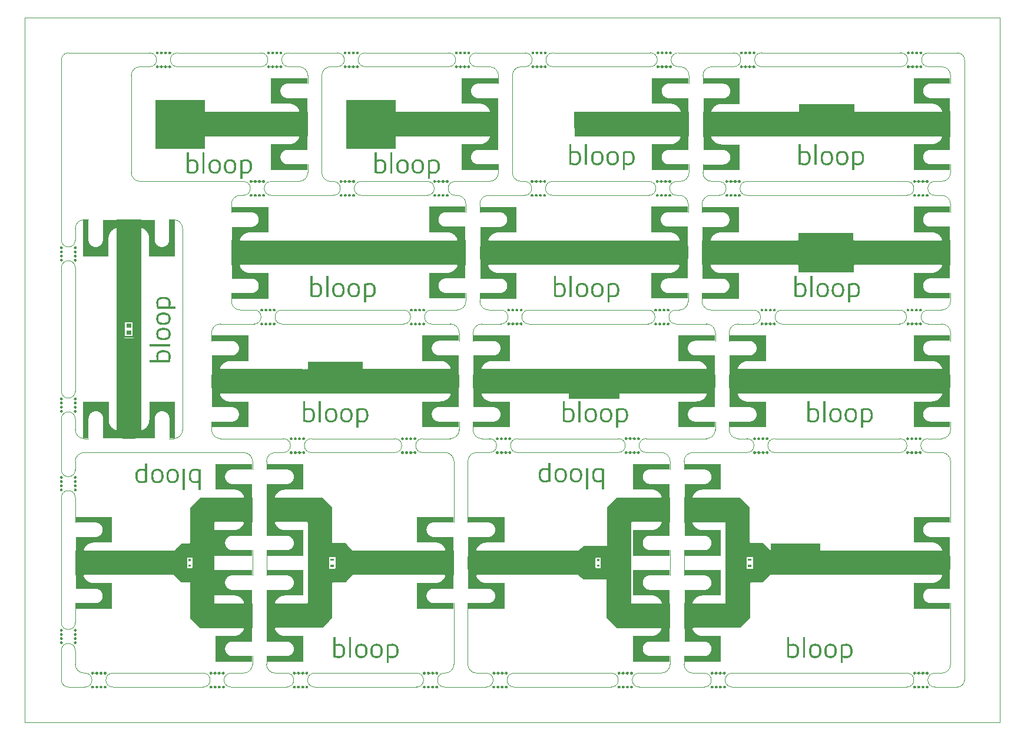
<source format=gts>
G04 #@! TF.GenerationSoftware,KiCad,Pcbnew,(5.1.2)-2*
G04 #@! TF.CreationDate,2019-09-28T01:25:21-05:00*
G04 #@! TF.ProjectId,front_end,66726f6e-745f-4656-9e64-2e6b69636164,A*
G04 #@! TF.SameCoordinates,Original*
G04 #@! TF.FileFunction,Soldermask,Top*
G04 #@! TF.FilePolarity,Negative*
%FSLAX46Y46*%
G04 Gerber Fmt 4.6, Leading zero omitted, Abs format (unit mm)*
G04 Created by KiCad (PCBNEW (5.1.2)-2) date 2019-09-28 01:25:21*
%MOMM*%
%LPD*%
G04 APERTURE LIST*
%ADD10C,0.025400*%
%ADD11C,0.100000*%
%ADD12C,0.010000*%
G04 APERTURE END LIST*
D10*
X253967940Y-136955000D02*
X256648140Y-136955000D01*
X259614600Y-170705000D02*
G75*
G02X259614600Y-168705000I0J1000000D01*
G01*
X255614600Y-168705000D02*
G75*
G02X255614600Y-170705000I0J-1000000D01*
G01*
X252697940Y-154646100D02*
X252697940Y-151013900D01*
X252697940Y-138225000D02*
G75*
G02X253967940Y-136955000I1270000J0D01*
G01*
X253967940Y-168705000D02*
G75*
G02X252697940Y-167435000I0J1270000D01*
G01*
X252697940Y-166253900D02*
X252697940Y-167435000D01*
X252697940Y-139406100D02*
X252697940Y-138225000D01*
X253967940Y-168705000D02*
X255614600Y-168705000D01*
X165168100Y-104705420D02*
X165168100Y-106364200D01*
X163168100Y-106364200D02*
X163168100Y-80425000D01*
X165168100Y-132119300D02*
X165168100Y-133685000D01*
X163168100Y-132119300D02*
X163165380Y-139435000D01*
X165168100Y-106364200D02*
G75*
G02X163168100Y-106364200I-1000000J0D01*
G01*
X163168100Y-110364200D02*
G75*
G02X165168100Y-110364200I1000000J0D01*
G01*
X165168100Y-128119300D02*
G75*
G02X163168100Y-128119300I-1000000J0D01*
G01*
X163168100Y-132119300D02*
G75*
G02X165168100Y-132119300I1000000J0D01*
G01*
X164165380Y-170705000D02*
G75*
G02X163165380Y-169705000I0J1000000D01*
G01*
X293015720Y-169705000D02*
G75*
G02X292015720Y-170705000I-1000000J0D01*
G01*
X292015720Y-79425000D02*
G75*
G02X293015720Y-80425000I0J-1000000D01*
G01*
X163168100Y-80425000D02*
G75*
G02X164168100Y-79425000I1000000J0D01*
G01*
X178682000Y-103435420D02*
X179317000Y-103435420D01*
X179320000Y-134955000D02*
X178682000Y-134955000D01*
X179320000Y-103435420D02*
G75*
G02X180590000Y-104705420I0J-1270000D01*
G01*
X180590000Y-133685000D02*
G75*
G02X179320000Y-134955000I-1270000J0D01*
G01*
X180590000Y-133685000D02*
X180590000Y-104705420D01*
X166438100Y-134955000D02*
X167074200Y-134955000D01*
X165168100Y-128119300D02*
X165168100Y-110364200D01*
X167074200Y-103435420D02*
X166439200Y-103435420D01*
X165168100Y-104705420D02*
G75*
G02X166438100Y-103435420I1270000J0D01*
G01*
X166438100Y-134955000D02*
G75*
G02X165168100Y-133685000I0J1270000D01*
G01*
X284745720Y-97935000D02*
G75*
G02X284745720Y-99935000I0J-1000000D01*
G01*
X261745720Y-99935000D02*
G75*
G02X261745720Y-97935000I0J1000000D01*
G01*
X193340000Y-97935000D02*
X197340000Y-97935000D01*
X189340000Y-99935000D02*
X188880000Y-99935000D01*
X193340000Y-99935000D02*
G75*
G02X193340000Y-97935000I0J1000000D01*
G01*
X189340000Y-97935000D02*
G75*
G02X189340000Y-99935000I0J-1000000D01*
G01*
X166435380Y-168705000D02*
X166563320Y-168705000D01*
X165165380Y-165435000D02*
X165165380Y-167435000D01*
X165165380Y-138225000D02*
X165165380Y-139435000D01*
X288746040Y-170705000D02*
X292015720Y-170705000D01*
X288746040Y-168705000D02*
X289746040Y-168705000D01*
X249427600Y-168705000D02*
X246247180Y-168705000D01*
X246247180Y-170705000D02*
X255614600Y-170705000D01*
X228247180Y-170705000D02*
X242247180Y-170705000D01*
X218247180Y-168705000D02*
X218341140Y-168705000D01*
X222876980Y-168705000D02*
X224247180Y-168705000D01*
X218247180Y-170705000D02*
X224247180Y-170705000D01*
X199573320Y-170705000D02*
X214247180Y-170705000D01*
X193926660Y-168705000D02*
X195573320Y-168705000D01*
X187563320Y-168705000D02*
X189381740Y-168705000D01*
X187563320Y-170705000D02*
X195573320Y-170705000D01*
X170563320Y-170705000D02*
X183563320Y-170705000D01*
X164165380Y-170705000D02*
X166563320Y-170705000D01*
X163165380Y-165435000D02*
X163165380Y-169705000D01*
X163165380Y-143435000D02*
X163165380Y-161435000D01*
X165165380Y-139435000D02*
G75*
G02X163165380Y-139435000I-1000000J0D01*
G01*
X163165380Y-143435000D02*
G75*
G02X165165380Y-143435000I1000000J0D01*
G01*
X165165380Y-161435000D02*
G75*
G02X163165380Y-161435000I-1000000J0D01*
G01*
X163165380Y-165435000D02*
G75*
G02X165165380Y-165435000I1000000J0D01*
G01*
X166563320Y-168705000D02*
G75*
G02X166563320Y-170705000I0J-1000000D01*
G01*
X170563320Y-170705000D02*
G75*
G02X170563320Y-168705000I0J1000000D01*
G01*
X183563320Y-168705000D02*
G75*
G02X183563320Y-170705000I0J-1000000D01*
G01*
X187563320Y-170705000D02*
G75*
G02X187563320Y-168705000I0J1000000D01*
G01*
X195573320Y-168705000D02*
G75*
G02X195573320Y-170705000I0J-1000000D01*
G01*
X199573320Y-170705000D02*
G75*
G02X199573320Y-168705000I0J1000000D01*
G01*
X214247180Y-168705000D02*
G75*
G02X214247180Y-170705000I0J-1000000D01*
G01*
X218247180Y-170705000D02*
G75*
G02X218247180Y-168705000I0J1000000D01*
G01*
X224247180Y-168705000D02*
G75*
G02X224247180Y-170705000I0J-1000000D01*
G01*
X228247180Y-170705000D02*
G75*
G02X228247180Y-168705000I0J1000000D01*
G01*
X242247180Y-168705000D02*
G75*
G02X242247180Y-170705000I0J-1000000D01*
G01*
X246247180Y-170705000D02*
G75*
G02X246247180Y-168705000I0J1000000D01*
G01*
X284746040Y-168705000D02*
G75*
G02X284746040Y-170705000I0J-1000000D01*
G01*
X288746040Y-170705000D02*
G75*
G02X288746040Y-168705000I0J1000000D01*
G01*
X287848100Y-81425000D02*
X289745720Y-81425000D01*
X287848100Y-79425000D02*
X292015720Y-79425000D01*
X256680000Y-81425000D02*
X259848100Y-81425000D01*
X251848100Y-81425000D02*
X252140000Y-81425000D01*
X251848100Y-79425000D02*
X259848100Y-79425000D01*
X233848100Y-79425000D02*
X247848100Y-79425000D01*
X229280000Y-81425000D02*
X229848100Y-81425000D01*
X222848100Y-81425000D02*
X224740000Y-81425000D01*
X222848100Y-79425000D02*
X229848100Y-79425000D01*
X206848100Y-79425000D02*
X218848100Y-79425000D01*
X201880000Y-81425000D02*
X202848100Y-81425000D01*
X195848100Y-79425000D02*
X202848100Y-79425000D01*
X195848100Y-81425000D02*
X197340000Y-81425000D01*
X179848100Y-79425000D02*
X191848100Y-79425000D01*
X175848100Y-79425000D02*
X164168100Y-79425000D01*
X174480000Y-81425000D02*
X175848100Y-81425000D01*
X287848100Y-81425000D02*
G75*
G02X287848100Y-79425000I0J1000000D01*
G01*
X283848100Y-79425000D02*
G75*
G02X283848100Y-81425000I0J-1000000D01*
G01*
X263848100Y-81425000D02*
G75*
G02X263848100Y-79425000I0J1000000D01*
G01*
X259848100Y-79425000D02*
G75*
G02X259848100Y-81425000I0J-1000000D01*
G01*
X251848100Y-81425000D02*
G75*
G02X251848100Y-79425000I0J1000000D01*
G01*
X247848100Y-79425000D02*
G75*
G02X247848100Y-81425000I0J-1000000D01*
G01*
X233848100Y-81425000D02*
G75*
G02X233848100Y-79425000I0J1000000D01*
G01*
X229848100Y-79425000D02*
G75*
G02X229848100Y-81425000I0J-1000000D01*
G01*
X222848100Y-81425000D02*
G75*
G02X222848100Y-79425000I0J1000000D01*
G01*
X218848100Y-79425000D02*
G75*
G02X218848100Y-81425000I0J-1000000D01*
G01*
X206848100Y-81425000D02*
G75*
G02X206848100Y-79425000I0J1000000D01*
G01*
X202848100Y-79425000D02*
G75*
G02X202848100Y-81425000I0J-1000000D01*
G01*
X195848100Y-81425000D02*
G75*
G02X195848100Y-79425000I0J1000000D01*
G01*
X191848100Y-79425000D02*
G75*
G02X191848100Y-81425000I0J-1000000D01*
G01*
X179848100Y-81425000D02*
G75*
G02X179848100Y-79425000I0J1000000D01*
G01*
X175848100Y-79425000D02*
G75*
G02X175848100Y-81425000I0J-1000000D01*
G01*
X157863320Y-74345000D02*
X298095720Y-74345000D01*
X157863320Y-175785000D02*
X157863320Y-74345000D01*
X298095720Y-175785000D02*
X157863320Y-175785000D01*
X298095720Y-74345000D02*
X298095720Y-175785000D01*
X259614600Y-170705000D02*
X284746040Y-170705000D01*
X293015720Y-80425000D02*
X293015720Y-169705000D01*
X163168100Y-110364200D02*
X163168100Y-128119300D01*
X283848100Y-79425000D02*
X263848100Y-79425000D01*
X173210000Y-96665000D02*
X173210000Y-82695000D01*
X198610000Y-82695000D02*
X198610000Y-83876100D01*
X174480000Y-97935000D02*
G75*
G02X173210000Y-96665000I0J1270000D01*
G01*
X189340000Y-97935000D02*
X174480000Y-97935000D01*
X198610000Y-96665000D02*
G75*
G02X197340000Y-97935000I-1270000J0D01*
G01*
X173210000Y-82695000D02*
G75*
G02X174480000Y-81425000I1270000J0D01*
G01*
X179848100Y-81425000D02*
X191848100Y-81425000D01*
X198610000Y-95483900D02*
X198610000Y-96665000D01*
X197340000Y-81425000D02*
G75*
G02X198610000Y-82695000I0J-1270000D01*
G01*
X165165380Y-158633900D02*
X165165380Y-161435000D01*
X165165380Y-147026100D02*
X165165380Y-143435000D01*
X189381740Y-136955000D02*
G75*
G02X190651740Y-138225000I0J-1270000D01*
G01*
X166435380Y-168705000D02*
G75*
G02X165165380Y-167435000I0J1270000D01*
G01*
X183563320Y-168705000D02*
X170563320Y-168705000D01*
X190651740Y-167435000D02*
G75*
G02X189381740Y-168705000I-1270000J0D01*
G01*
X165165380Y-138225000D02*
G75*
G02X166435380Y-136955000I1270000J0D01*
G01*
X190651740Y-166253900D02*
X190651740Y-167435000D01*
X166435380Y-136955000D02*
X189381740Y-136955000D01*
X190651740Y-151013900D02*
X190651740Y-154646100D01*
X190651740Y-138225000D02*
X190651740Y-139406100D01*
X229280000Y-97935000D02*
X229780000Y-97935000D01*
X224603240Y-99935000D02*
X229780000Y-99935000D01*
X219780000Y-99935000D02*
X220063580Y-99935000D01*
X219780000Y-97935000D02*
X224740000Y-97935000D01*
X202280000Y-99935000D02*
X193340000Y-99935000D01*
X201880000Y-97935000D02*
X202280000Y-97935000D01*
X233780000Y-99935000D02*
G75*
G02X233780000Y-97935000I0J1000000D01*
G01*
X229780000Y-97935000D02*
G75*
G02X229780000Y-99935000I0J-1000000D01*
G01*
X219780000Y-99935000D02*
G75*
G02X219780000Y-97935000I0J1000000D01*
G01*
X215780000Y-97935000D02*
G75*
G02X215780000Y-99935000I0J-1000000D01*
G01*
X206280000Y-99935000D02*
G75*
G02X206280000Y-97935000I0J1000000D01*
G01*
X202280000Y-97935000D02*
G75*
G02X202280000Y-99935000I0J-1000000D01*
G01*
X226380000Y-118445000D02*
X223639140Y-118445000D01*
X224603240Y-116445000D02*
X226380000Y-116445000D01*
X186033900Y-118445000D02*
X190880000Y-118445000D01*
X188880000Y-116445000D02*
X190880000Y-116445000D01*
X219099620Y-118445000D02*
X216380000Y-118445000D01*
X216380000Y-116445000D02*
X220063580Y-116445000D01*
X230380000Y-118445000D02*
G75*
G02X230380000Y-116445000I0J1000000D01*
G01*
X226380000Y-116445000D02*
G75*
G02X226380000Y-118445000I0J-1000000D01*
G01*
X216380000Y-118445000D02*
G75*
G02X216380000Y-116445000I0J1000000D01*
G01*
X212380000Y-116445000D02*
G75*
G02X212380000Y-118445000I0J-1000000D01*
G01*
X194880000Y-118445000D02*
G75*
G02X194880000Y-116445000I0J1000000D01*
G01*
X190880000Y-116445000D02*
G75*
G02X190880000Y-118445000I0J-1000000D01*
G01*
X193926660Y-136955000D02*
X195105720Y-136955000D01*
X186033900Y-134955000D02*
X195105720Y-134955000D01*
X219099620Y-134955000D02*
X215105720Y-134955000D01*
X215105720Y-136955000D02*
X218341140Y-136955000D01*
X195105720Y-134955000D02*
G75*
G02X195105720Y-136955000I0J-1000000D01*
G01*
X199105720Y-136955000D02*
G75*
G02X199105720Y-134955000I0J1000000D01*
G01*
X211105720Y-134955000D02*
G75*
G02X211105720Y-136955000I0J-1000000D01*
G01*
X215105720Y-136955000D02*
G75*
G02X215105720Y-134955000I0J1000000D01*
G01*
X251520000Y-118445000D02*
X255920000Y-118445000D01*
X251520000Y-116445000D02*
X252020000Y-116445000D01*
X247520000Y-116445000D02*
G75*
G02X247520000Y-118445000I0J-1000000D01*
G01*
X251520000Y-118445000D02*
G75*
G02X251520000Y-116445000I0J1000000D01*
G01*
X251640000Y-99935000D02*
X252020000Y-99935000D01*
X251640000Y-97935000D02*
X252140000Y-97935000D01*
X247640000Y-97935000D02*
G75*
G02X247640000Y-99935000I0J-1000000D01*
G01*
X251640000Y-99935000D02*
G75*
G02X251640000Y-97935000I0J1000000D01*
G01*
X222879520Y-136955000D02*
X224746200Y-136955000D01*
X223623900Y-134955000D02*
X224746200Y-134955000D01*
X240246200Y-134955000D02*
X243246200Y-134955000D01*
X243246200Y-136955000D02*
X241747340Y-136955000D01*
X247246200Y-136955000D02*
X249427600Y-136955000D01*
X247246200Y-134955000D02*
X255920000Y-134955000D01*
X224746200Y-134955000D02*
G75*
G02X224746200Y-136955000I0J-1000000D01*
G01*
X228746200Y-136955000D02*
G75*
G02X228746200Y-134955000I0J1000000D01*
G01*
X243246200Y-134955000D02*
G75*
G02X243246200Y-136955000I0J-1000000D01*
G01*
X247246200Y-136955000D02*
G75*
G02X247246200Y-134955000I0J1000000D01*
G01*
X261746200Y-136955000D02*
X256648140Y-136955000D01*
X260460000Y-134955000D02*
X261746200Y-134955000D01*
X287746200Y-136955000D02*
X289746200Y-136955000D01*
X287746200Y-134955000D02*
X289746200Y-134955000D01*
X265746200Y-136955000D02*
G75*
G02X265746200Y-134955000I0J1000000D01*
G01*
X261746200Y-134955000D02*
G75*
G02X261746200Y-136955000I0J-1000000D01*
G01*
X283746200Y-134955000D02*
G75*
G02X283746200Y-136955000I0J-1000000D01*
G01*
X287746200Y-136955000D02*
G75*
G02X287746200Y-134955000I0J1000000D01*
G01*
X289745720Y-97935000D02*
X288746200Y-97935000D01*
X233848100Y-81425000D02*
X247848100Y-81425000D01*
X291016040Y-158633900D02*
X291016040Y-167435000D01*
X288746200Y-99935000D02*
G75*
G02X288746200Y-97935000I0J1000000D01*
G01*
X259190000Y-119715000D02*
G75*
G02X260460000Y-118445000I1270000J0D01*
G01*
X291016200Y-133685000D02*
G75*
G02X289746200Y-134955000I-1270000J0D01*
G01*
X257746200Y-97935000D02*
G75*
G02X257746200Y-99935000I0J-1000000D01*
G01*
X224603240Y-116445000D02*
G75*
G02X223333240Y-115175000I0J1270000D01*
G01*
X228010000Y-96665000D02*
X228010000Y-82695000D01*
X253290000Y-102386100D02*
X253290000Y-101205000D01*
X223333240Y-101205000D02*
G75*
G02X224603240Y-99935000I1270000J0D01*
G01*
X229280000Y-97935000D02*
G75*
G02X228010000Y-96665000I0J1270000D01*
G01*
X265746200Y-134955000D02*
X283746200Y-134955000D01*
X224740000Y-81425000D02*
G75*
G02X226010000Y-82695000I0J-1270000D01*
G01*
X247640000Y-97935000D02*
X233780000Y-97935000D01*
X259190000Y-132503900D02*
X259190000Y-133685000D01*
X289746200Y-118445000D02*
G75*
G02X291016200Y-119715000I0J-1270000D01*
G01*
X260460000Y-134955000D02*
G75*
G02X259190000Y-133685000I0J1270000D01*
G01*
X289746040Y-136955000D02*
G75*
G02X291016040Y-138225000I0J-1270000D01*
G01*
X265746200Y-136955000D02*
X283746200Y-136955000D01*
X288746200Y-99935000D02*
X289745720Y-99935000D01*
X256680000Y-97935000D02*
X257746200Y-97935000D01*
X184763900Y-119715000D02*
X184763900Y-120896100D01*
X253410000Y-96665000D02*
G75*
G02X252140000Y-97935000I-1270000J0D01*
G01*
X252140000Y-81425000D02*
G75*
G02X253410000Y-82695000I0J-1270000D01*
G01*
X253410000Y-83876100D02*
X253410000Y-82695000D01*
X200610000Y-82695000D02*
G75*
G02X201880000Y-81425000I1270000J0D01*
G01*
X253290000Y-115175000D02*
G75*
G02X252020000Y-116445000I-1270000J0D01*
G01*
X247640000Y-99935000D02*
X233780000Y-99935000D01*
X256560000Y-99935000D02*
X257746200Y-99935000D01*
X228010000Y-82695000D02*
G75*
G02X229280000Y-81425000I1270000J0D01*
G01*
X247520000Y-116445000D02*
X230380000Y-116445000D01*
X291016040Y-147026100D02*
X291016040Y-138225000D01*
X206848100Y-81425000D02*
X218848100Y-81425000D01*
X252020000Y-99935000D02*
G75*
G02X253290000Y-101205000I0J-1270000D01*
G01*
X259614600Y-168705000D02*
X284746040Y-168705000D01*
X257190000Y-133685000D02*
G75*
G02X255920000Y-134955000I-1270000J0D01*
G01*
X261745720Y-99935000D02*
X284745720Y-99935000D01*
X291011290Y-115175000D02*
G75*
G02X289741290Y-116445000I-1270000J0D01*
G01*
X256560000Y-116445000D02*
G75*
G02X255290000Y-115175000I0J1270000D01*
G01*
X283691290Y-116445000D02*
X266791290Y-116445000D01*
X256680000Y-97935000D02*
G75*
G02X255410000Y-96665000I0J1270000D01*
G01*
X289745720Y-81425000D02*
G75*
G02X291015720Y-82695000I0J-1270000D01*
G01*
X291015720Y-95476280D02*
X291015720Y-96665000D01*
X255410000Y-82695000D02*
G75*
G02X256680000Y-81425000I1270000J0D01*
G01*
X230380000Y-118445000D02*
X247520000Y-118445000D01*
X223623900Y-134955000D02*
G75*
G02X222369140Y-133700240I0J1254760D01*
G01*
X289741290Y-99935000D02*
G75*
G02X291011290Y-101205000I0J-1270000D01*
G01*
X194880000Y-118445000D02*
X212380000Y-118445000D01*
X257190000Y-119715000D02*
X257190000Y-120896100D01*
X222369140Y-119715000D02*
G75*
G02X223639140Y-118445000I1270000J0D01*
G01*
X255920000Y-118445000D02*
G75*
G02X257190000Y-119715000I0J-1270000D01*
G01*
X291015720Y-96665000D02*
G75*
G02X289745720Y-97935000I-1270000J0D01*
G01*
X219099620Y-118445000D02*
G75*
G02X220369620Y-119715000I0J-1270000D01*
G01*
X255290000Y-115175000D02*
X255290000Y-113993900D01*
X255290000Y-101205000D02*
G75*
G02X256560000Y-99935000I1270000J0D01*
G01*
X283848100Y-81425000D02*
X263848100Y-81425000D01*
X284745720Y-97935000D02*
X261745720Y-97935000D01*
X240246200Y-134955000D02*
X228746200Y-134955000D01*
X184763900Y-119715000D02*
G75*
G02X186033900Y-118445000I1270000J0D01*
G01*
X283691290Y-116445000D02*
G75*
G02X283691290Y-118445000I0J-1000000D01*
G01*
X266791290Y-118445000D02*
G75*
G02X266791290Y-116445000I0J1000000D01*
G01*
X287791290Y-118445000D02*
G75*
G02X287791290Y-116445000I0J1000000D01*
G01*
X262691290Y-116445000D02*
G75*
G02X262691290Y-118445000I0J-1000000D01*
G01*
X287791290Y-116445000D02*
X289741290Y-116445000D01*
X260460000Y-118445000D02*
X262691290Y-118445000D01*
X287791290Y-118445000D02*
X289741290Y-118445000D01*
X262691290Y-116445000D02*
X256560000Y-116445000D01*
X187610000Y-102386100D02*
X187610000Y-101205000D01*
X184763900Y-133685000D02*
X184763900Y-132503900D01*
X186033900Y-134955000D02*
G75*
G02X184763900Y-133685000I0J1270000D01*
G01*
X220063580Y-99935000D02*
G75*
G02X221333580Y-101205000I0J-1270000D01*
G01*
X221333580Y-115175000D02*
G75*
G02X220063580Y-116445000I-1270000J0D01*
G01*
X192656660Y-138225000D02*
G75*
G02X193926660Y-136955000I1270000J0D01*
G01*
X193926660Y-168705000D02*
G75*
G02X192656660Y-167435000I0J1270000D01*
G01*
X188880000Y-116445000D02*
G75*
G02X187610000Y-115175000I0J1270000D01*
G01*
X206280000Y-99935000D02*
X215780000Y-99935000D01*
X194880000Y-116445000D02*
X212380000Y-116445000D01*
X192656660Y-166253900D02*
X192656660Y-167435000D01*
X222876980Y-168705000D02*
G75*
G02X221606980Y-167435000I0J1270000D01*
G01*
X221609520Y-138225000D02*
G75*
G02X222879520Y-136955000I1270000J0D01*
G01*
X187610000Y-101205000D02*
G75*
G02X188880000Y-99935000I1270000J0D01*
G01*
X219611140Y-167435000D02*
G75*
G02X218341140Y-168705000I-1270000J0D01*
G01*
X250697600Y-167435000D02*
G75*
G02X249427600Y-168705000I-1270000J0D01*
G01*
X250697600Y-138225000D02*
X250697600Y-139406100D01*
X249427600Y-136955000D02*
G75*
G02X250697600Y-138225000I0J-1270000D01*
G01*
X211105720Y-134955000D02*
X199105720Y-134955000D01*
X218341140Y-136955000D02*
G75*
G02X219611140Y-138225000I0J-1270000D01*
G01*
X221606980Y-158633900D02*
X221606980Y-167435000D01*
X199573320Y-168705000D02*
X214247180Y-168705000D01*
X242247180Y-168705000D02*
X228247180Y-168705000D01*
X223333240Y-113993900D02*
X223333240Y-115175000D01*
X199105720Y-136955000D02*
X211105720Y-136955000D01*
X266791290Y-118445000D02*
X283691290Y-118445000D01*
X223333240Y-102386100D02*
X223333240Y-101205000D01*
X291016200Y-120896100D02*
X291016200Y-119715000D01*
X187610000Y-113993900D02*
X187610000Y-115175000D01*
X222369140Y-132503900D02*
X222369140Y-133700240D01*
X222369140Y-120896100D02*
X222369140Y-119715000D01*
X291011290Y-102385888D02*
X291011290Y-101205000D01*
X291011290Y-113993688D02*
X291011290Y-115175000D01*
X241747340Y-136955000D02*
X228746200Y-136955000D01*
X291015720Y-83868480D02*
X291015720Y-82695000D01*
X220369620Y-120896100D02*
X220369620Y-119715000D01*
X220369620Y-133685000D02*
G75*
G02X219099620Y-134955000I-1270000J0D01*
G01*
X291016200Y-132503900D02*
X291016200Y-133685000D01*
X220369620Y-132503900D02*
X220369620Y-133685000D01*
X221333580Y-102386100D02*
X221333580Y-101205000D01*
X221333580Y-113993900D02*
X221333580Y-115175000D01*
X291016040Y-167435000D02*
G75*
G02X289746040Y-168705000I-1270000J0D01*
G01*
X226010000Y-96665000D02*
G75*
G02X224740000Y-97935000I-1270000J0D01*
G01*
X255290000Y-102386100D02*
X255290000Y-101205000D01*
X201880000Y-97935000D02*
G75*
G02X200610000Y-96665000I0J1270000D01*
G01*
X192656660Y-139406100D02*
X192656660Y-138225000D01*
X250697600Y-166253900D02*
X250697600Y-167435000D01*
X215780000Y-97935000D02*
X206280000Y-97935000D01*
X255410000Y-96665000D02*
X255410000Y-95483900D01*
X219611140Y-158633900D02*
X219611140Y-167435000D01*
X253410000Y-95483900D02*
X253410000Y-96665000D01*
X200610000Y-96665000D02*
X200610000Y-82695000D01*
X259190000Y-120896100D02*
X259190000Y-119715000D01*
X257190000Y-132503900D02*
X257190000Y-133685000D01*
X226010000Y-95483900D02*
X226010000Y-96665000D01*
X253290000Y-113993900D02*
X253290000Y-115175000D01*
X221609520Y-147026100D02*
X221609520Y-138225000D01*
X219611140Y-138225000D02*
X219611140Y-147026100D01*
X255410000Y-83876100D02*
X255410000Y-82695000D01*
X192656660Y-154646100D02*
X192656660Y-151013900D01*
X250697600Y-151013900D02*
X250697600Y-154646100D01*
X226010000Y-82695000D02*
X226010000Y-83876100D01*
D11*
G36*
X173198140Y-119005780D02*
G01*
X173198140Y-118416500D01*
X172558060Y-118416500D01*
X172558060Y-119005920D01*
X173198140Y-119005780D01*
G37*
G36*
X173198140Y-119976060D02*
G01*
X173198140Y-119386780D01*
X172558060Y-119386780D01*
X172558060Y-119976200D01*
X173198140Y-119976060D01*
G37*
G36*
X172116100Y-120458660D02*
G01*
X172116100Y-117933900D01*
X173640100Y-117933900D01*
X173640100Y-120204660D01*
X173426740Y-120204660D01*
X173426740Y-118187900D01*
X172329460Y-118187900D01*
X172329460Y-120204800D01*
X173396260Y-120204660D01*
X173640100Y-120204660D01*
X173640100Y-120458660D01*
X172116100Y-120458660D01*
G37*
G36*
X238365900Y-154201600D02*
G01*
X238365900Y-153592000D01*
X236587900Y-153592000D01*
X236587900Y-152146740D01*
X238365900Y-152144200D01*
X238365900Y-151460940D01*
X242320680Y-151460940D01*
X242320680Y-153594540D01*
X240742624Y-153592000D01*
X240742624Y-152068000D01*
X239980624Y-152068000D01*
X239980624Y-153592000D01*
X240742624Y-153592000D01*
X242328300Y-153592000D01*
X242328300Y-154201600D01*
X238365900Y-154201600D01*
G37*
G36*
X240361624Y-152297136D02*
G01*
X240209224Y-152297136D01*
X240209224Y-152449536D01*
X240209224Y-152601936D01*
X240514024Y-152601936D01*
X240514024Y-152297136D01*
X240361624Y-152297136D01*
G37*
G36*
X240361624Y-153081567D02*
G01*
X240209224Y-153081567D01*
X240209224Y-153233967D01*
X240209224Y-153386367D01*
X240514024Y-153386367D01*
X240514024Y-153081567D01*
X240361624Y-153081567D01*
G37*
G36*
X202199460Y-152525200D02*
G01*
X202351860Y-152525200D01*
X202351860Y-152372800D01*
X202351860Y-152220400D01*
X201858384Y-152220400D01*
X201858384Y-152525200D01*
X202199460Y-152525200D01*
G37*
G36*
X204632420Y-152830000D02*
G01*
X204632420Y-153388800D01*
X203921220Y-154049200D01*
X202651220Y-154049200D01*
X202092420Y-154608000D01*
X201127220Y-154608000D01*
X201127220Y-151991800D01*
X201632959Y-151991800D01*
X201632959Y-153668200D01*
X202583635Y-153668200D01*
X202583635Y-151991800D01*
X201747696Y-151991800D01*
X201127220Y-151991800D01*
X201127220Y-151052000D01*
X202092420Y-151052000D01*
X202651220Y-151610800D01*
X203921220Y-151610800D01*
X204632420Y-152271200D01*
X204632420Y-152830000D01*
G37*
G36*
X202202635Y-153439600D02*
G01*
X202355035Y-153439600D01*
X202355035Y-153287200D01*
X202355035Y-153134800D01*
X201861559Y-153134800D01*
X201861559Y-153439600D01*
X202202635Y-153439600D01*
G37*
G36*
X262240740Y-152525200D02*
G01*
X262393140Y-152525200D01*
X262393140Y-152372800D01*
X262393140Y-152220400D01*
X261899664Y-152220400D01*
X261899664Y-152525200D01*
X262240740Y-152525200D01*
G37*
G36*
X264673700Y-152830000D02*
G01*
X264673700Y-153388800D01*
X263962500Y-154049200D01*
X262692500Y-154049200D01*
X262133700Y-154608000D01*
X261168500Y-154608000D01*
X261168500Y-151991800D01*
X261674239Y-151991800D01*
X261674239Y-153668200D01*
X262624915Y-153668200D01*
X262624915Y-151991800D01*
X261788976Y-151991800D01*
X261168500Y-151991800D01*
X261168500Y-151052000D01*
X262133700Y-151052000D01*
X262692500Y-151610800D01*
X263962500Y-151610800D01*
X264673700Y-152271200D01*
X264673700Y-152830000D01*
G37*
G36*
X262243915Y-153439600D02*
G01*
X262396315Y-153439600D01*
X262396315Y-153287200D01*
X262396315Y-153134800D01*
X261902839Y-153134800D01*
X261902839Y-153439600D01*
X262243915Y-153439600D01*
G37*
G36*
X223469140Y-127680000D02*
G01*
X223469140Y-125780000D01*
X222369140Y-125780000D01*
X222369140Y-127680000D01*
X223469140Y-127680000D01*
G37*
G36*
X249597600Y-159470000D02*
G01*
X249597600Y-161370000D01*
X250697600Y-161370000D01*
X250697600Y-159470000D01*
X249597600Y-159470000D01*
G37*
G36*
X249597600Y-144230000D02*
G01*
X249597600Y-146130000D01*
X250697600Y-146130000D01*
X250697600Y-144230000D01*
X249597600Y-144230000D01*
G37*
G36*
X253797940Y-161430000D02*
G01*
X253797940Y-159530000D01*
X252697940Y-159530000D01*
X252697940Y-161430000D01*
X253797940Y-161430000D01*
G37*
G36*
X253797940Y-146190000D02*
G01*
X253797940Y-144290000D01*
X252697940Y-144290000D01*
X252697940Y-146190000D01*
X253797940Y-146190000D01*
G37*
G36*
X256510000Y-90660000D02*
G01*
X256510000Y-88760000D01*
X255410000Y-88760000D01*
X255410000Y-90660000D01*
X256510000Y-90660000D01*
G37*
G36*
X173858100Y-133855000D02*
G01*
X171958100Y-133855000D01*
X171958100Y-134955000D01*
X173858100Y-134955000D01*
X173858100Y-133855000D01*
G37*
G36*
X171898100Y-104535420D02*
G01*
X173798100Y-104535420D01*
X173798100Y-103435420D01*
X171898100Y-103435420D01*
X171898100Y-104535420D01*
G37*
G36*
X218511140Y-151850000D02*
G01*
X218511140Y-153750000D01*
X219611140Y-153750000D01*
X219611140Y-151850000D01*
X218511140Y-151850000D01*
G37*
G36*
X189551740Y-144230000D02*
G01*
X189551740Y-146130000D01*
X190651740Y-146130000D01*
X190651740Y-144230000D01*
X189551740Y-144230000D01*
G37*
G36*
X189551740Y-159470000D02*
G01*
X189551740Y-161370000D01*
X190651740Y-161370000D01*
X190651740Y-159470000D01*
X189551740Y-159470000D01*
G37*
G36*
X197510000Y-88700000D02*
G01*
X197510000Y-90600000D01*
X198610000Y-90600000D01*
X198610000Y-88700000D01*
X197510000Y-88700000D01*
G37*
G36*
X166265380Y-153810000D02*
G01*
X166265380Y-151910000D01*
X165165380Y-151910000D01*
X165165380Y-153810000D01*
X166265380Y-153810000D01*
G37*
G36*
X224910000Y-88700000D02*
G01*
X224910000Y-90600000D01*
X226010000Y-90600000D01*
X226010000Y-88700000D01*
X224910000Y-88700000D01*
G37*
G36*
X289915720Y-88692380D02*
G01*
X289915720Y-90592380D01*
X291015720Y-90592380D01*
X291015720Y-88692380D01*
X289915720Y-88692380D01*
G37*
G36*
X289916200Y-125720000D02*
G01*
X289916200Y-127620000D01*
X291016200Y-127620000D01*
X291016200Y-125720000D01*
X289916200Y-125720000D01*
G37*
G36*
X260290000Y-127680000D02*
G01*
X260290000Y-125780000D01*
X259190000Y-125780000D01*
X259190000Y-127680000D01*
X260290000Y-127680000D01*
G37*
G36*
X252310000Y-88700000D02*
G01*
X252310000Y-90600000D01*
X253410000Y-90600000D01*
X253410000Y-88700000D01*
X252310000Y-88700000D01*
G37*
G36*
X224433240Y-109170000D02*
G01*
X224433240Y-107270000D01*
X223333240Y-107270000D01*
X223333240Y-109170000D01*
X224433240Y-109170000D01*
G37*
G36*
X252190000Y-107210000D02*
G01*
X252190000Y-109110000D01*
X253290000Y-109110000D01*
X253290000Y-107210000D01*
X252190000Y-107210000D01*
G37*
G36*
X289916040Y-151850000D02*
G01*
X289916040Y-153750000D01*
X291016040Y-153750000D01*
X291016040Y-151850000D01*
X289916040Y-151850000D01*
G37*
G36*
X185863900Y-127680000D02*
G01*
X185863900Y-125780000D01*
X184763900Y-125780000D01*
X184763900Y-127680000D01*
X185863900Y-127680000D01*
G37*
G36*
X256090000Y-125720000D02*
G01*
X256090000Y-127620000D01*
X257190000Y-127620000D01*
X257190000Y-125720000D01*
X256090000Y-125720000D01*
G37*
G36*
X222709520Y-153810000D02*
G01*
X222709520Y-151910000D01*
X221609520Y-151910000D01*
X221609520Y-153810000D01*
X222709520Y-153810000D01*
G37*
G36*
X193756660Y-161430000D02*
G01*
X193756660Y-159530000D01*
X192656660Y-159530000D01*
X192656660Y-161430000D01*
X193756660Y-161430000D01*
G37*
G36*
X220233580Y-107210000D02*
G01*
X220233580Y-109110000D01*
X221333580Y-109110000D01*
X221333580Y-107210000D01*
X220233580Y-107210000D01*
G37*
G36*
X188710000Y-109170000D02*
G01*
X188710000Y-107270000D01*
X187610000Y-107270000D01*
X187610000Y-109170000D01*
X188710000Y-109170000D01*
G37*
G36*
X289911290Y-107209788D02*
G01*
X289911290Y-109109788D01*
X291011290Y-109109788D01*
X291011290Y-107209788D01*
X289911290Y-107209788D01*
G37*
G36*
X256390000Y-109170000D02*
G01*
X256390000Y-107270000D01*
X255290000Y-107270000D01*
X255290000Y-109170000D01*
X256390000Y-109170000D01*
G37*
G36*
X219269620Y-125720000D02*
G01*
X219269620Y-127620000D01*
X220369620Y-127620000D01*
X220369620Y-125720000D01*
X219269620Y-125720000D01*
G37*
G36*
X193756660Y-146190000D02*
G01*
X193756660Y-144290000D01*
X192656660Y-144290000D01*
X192656660Y-146190000D01*
X193756660Y-146190000D01*
G37*
D12*
G36*
X238611889Y-139235920D02*
G01*
X238835409Y-139235920D01*
X238835409Y-142151840D01*
X238611889Y-142151840D01*
X238611889Y-139235920D01*
X238611889Y-139235920D01*
G37*
X238611889Y-139235920D02*
X238835409Y-139235920D01*
X238835409Y-142151840D01*
X238611889Y-142151840D01*
X238611889Y-139235920D01*
G36*
X234846654Y-141172819D02*
G01*
X234707283Y-141157290D01*
X234582678Y-141127980D01*
X234472361Y-141084538D01*
X234375849Y-141026615D01*
X234292664Y-140953861D01*
X234222325Y-140865925D01*
X234164350Y-140762458D01*
X234118261Y-140643110D01*
X234117923Y-140642041D01*
X234087866Y-140520824D01*
X234068740Y-140382517D01*
X234060548Y-140227168D01*
X234060209Y-140185881D01*
X234066370Y-140020263D01*
X234084944Y-139870589D01*
X234116068Y-139736608D01*
X234159878Y-139618071D01*
X234216511Y-139514728D01*
X234286104Y-139426329D01*
X234368794Y-139352626D01*
X234464716Y-139293368D01*
X234573749Y-139248391D01*
X234662952Y-139225410D01*
X234765053Y-139209815D01*
X234873806Y-139202181D01*
X234982967Y-139203081D01*
X235030489Y-139206417D01*
X235163146Y-139226514D01*
X235282194Y-139261385D01*
X235387745Y-139311162D01*
X235479912Y-139375976D01*
X235558807Y-139455958D01*
X235624541Y-139551237D01*
X235677227Y-139661945D01*
X235716978Y-139788212D01*
X235743904Y-139930169D01*
X235756090Y-140052084D01*
X235758896Y-140150527D01*
X235531987Y-140150527D01*
X235524892Y-140019321D01*
X235522712Y-139996457D01*
X235503562Y-139866059D01*
X235474088Y-139752832D01*
X235433801Y-139656165D01*
X235382213Y-139575447D01*
X235318834Y-139510067D01*
X235243177Y-139459415D01*
X235154751Y-139422881D01*
X235053069Y-139399853D01*
X235044142Y-139398547D01*
X234990834Y-139393937D01*
X234926261Y-139392717D01*
X234857013Y-139394600D01*
X234789680Y-139399300D01*
X234730852Y-139406530D01*
X234695209Y-139413716D01*
X234604175Y-139445415D01*
X234525667Y-139490268D01*
X234459238Y-139548982D01*
X234404443Y-139622262D01*
X234360835Y-139710817D01*
X234327968Y-139815351D01*
X234305397Y-139936573D01*
X234294279Y-140048613D01*
X234290602Y-140138995D01*
X234290653Y-140235858D01*
X234294246Y-140323040D01*
X234309033Y-140460234D01*
X234334202Y-140580198D01*
X234370233Y-140683449D01*
X234417605Y-140770500D01*
X234476797Y-140841866D01*
X234548288Y-140898063D01*
X234632559Y-140939604D01*
X234730088Y-140967004D01*
X234841354Y-140980778D01*
X234908569Y-140982732D01*
X235029833Y-140975878D01*
X235136534Y-140955137D01*
X235229193Y-140920232D01*
X235308330Y-140870892D01*
X235374468Y-140806843D01*
X235428126Y-140727810D01*
X235440858Y-140703220D01*
X235474682Y-140617529D01*
X235501092Y-140516093D01*
X235519702Y-140402234D01*
X235530129Y-140279271D01*
X235531987Y-140150527D01*
X235758896Y-140150527D01*
X235760741Y-140215242D01*
X235752889Y-140368800D01*
X235732819Y-140511279D01*
X235700817Y-140641197D01*
X235657167Y-140757077D01*
X235602155Y-140857438D01*
X235600431Y-140860044D01*
X235529751Y-140948363D01*
X235444843Y-141022810D01*
X235346700Y-141082971D01*
X235236318Y-141128434D01*
X235114689Y-141158787D01*
X234982808Y-141173617D01*
X234846654Y-141172819D01*
X234846654Y-141172819D01*
G37*
X234846654Y-141172819D02*
X234707283Y-141157290D01*
X234582678Y-141127980D01*
X234472361Y-141084538D01*
X234375849Y-141026615D01*
X234292664Y-140953861D01*
X234222325Y-140865925D01*
X234164350Y-140762458D01*
X234118261Y-140643110D01*
X234117923Y-140642041D01*
X234087866Y-140520824D01*
X234068740Y-140382517D01*
X234060548Y-140227168D01*
X234060209Y-140185881D01*
X234066370Y-140020263D01*
X234084944Y-139870589D01*
X234116068Y-139736608D01*
X234159878Y-139618071D01*
X234216511Y-139514728D01*
X234286104Y-139426329D01*
X234368794Y-139352626D01*
X234464716Y-139293368D01*
X234573749Y-139248391D01*
X234662952Y-139225410D01*
X234765053Y-139209815D01*
X234873806Y-139202181D01*
X234982967Y-139203081D01*
X235030489Y-139206417D01*
X235163146Y-139226514D01*
X235282194Y-139261385D01*
X235387745Y-139311162D01*
X235479912Y-139375976D01*
X235558807Y-139455958D01*
X235624541Y-139551237D01*
X235677227Y-139661945D01*
X235716978Y-139788212D01*
X235743904Y-139930169D01*
X235756090Y-140052084D01*
X235758896Y-140150527D01*
X235531987Y-140150527D01*
X235524892Y-140019321D01*
X235522712Y-139996457D01*
X235503562Y-139866059D01*
X235474088Y-139752832D01*
X235433801Y-139656165D01*
X235382213Y-139575447D01*
X235318834Y-139510067D01*
X235243177Y-139459415D01*
X235154751Y-139422881D01*
X235053069Y-139399853D01*
X235044142Y-139398547D01*
X234990834Y-139393937D01*
X234926261Y-139392717D01*
X234857013Y-139394600D01*
X234789680Y-139399300D01*
X234730852Y-139406530D01*
X234695209Y-139413716D01*
X234604175Y-139445415D01*
X234525667Y-139490268D01*
X234459238Y-139548982D01*
X234404443Y-139622262D01*
X234360835Y-139710817D01*
X234327968Y-139815351D01*
X234305397Y-139936573D01*
X234294279Y-140048613D01*
X234290602Y-140138995D01*
X234290653Y-140235858D01*
X234294246Y-140323040D01*
X234309033Y-140460234D01*
X234334202Y-140580198D01*
X234370233Y-140683449D01*
X234417605Y-140770500D01*
X234476797Y-140841866D01*
X234548288Y-140898063D01*
X234632559Y-140939604D01*
X234730088Y-140967004D01*
X234841354Y-140980778D01*
X234908569Y-140982732D01*
X235029833Y-140975878D01*
X235136534Y-140955137D01*
X235229193Y-140920232D01*
X235308330Y-140870892D01*
X235374468Y-140806843D01*
X235428126Y-140727810D01*
X235440858Y-140703220D01*
X235474682Y-140617529D01*
X235501092Y-140516093D01*
X235519702Y-140402234D01*
X235530129Y-140279271D01*
X235531987Y-140150527D01*
X235758896Y-140150527D01*
X235760741Y-140215242D01*
X235752889Y-140368800D01*
X235732819Y-140511279D01*
X235700817Y-140641197D01*
X235657167Y-140757077D01*
X235602155Y-140857438D01*
X235600431Y-140860044D01*
X235529751Y-140948363D01*
X235444843Y-141022810D01*
X235346700Y-141082971D01*
X235236318Y-141128434D01*
X235114689Y-141158787D01*
X234982808Y-141173617D01*
X234846654Y-141172819D01*
G36*
X237024897Y-141171770D02*
G01*
X236976129Y-141167088D01*
X236892022Y-141154835D01*
X236821208Y-141139602D01*
X236756687Y-141119461D01*
X236691460Y-141092481D01*
X236671329Y-141083062D01*
X236625100Y-141059128D01*
X236586281Y-141033920D01*
X236548262Y-141002562D01*
X236504436Y-140960179D01*
X236503540Y-140959271D01*
X236436855Y-140882753D01*
X236381865Y-140799320D01*
X236337972Y-140707065D01*
X236304579Y-140604079D01*
X236281088Y-140488456D01*
X236266902Y-140358288D01*
X236261424Y-140211666D01*
X236261316Y-140185880D01*
X236265628Y-140034369D01*
X236278917Y-139899632D01*
X236301708Y-139779966D01*
X236334528Y-139673666D01*
X236377903Y-139579026D01*
X236432360Y-139494343D01*
X236498426Y-139417911D01*
X236498501Y-139417834D01*
X236574049Y-139350949D01*
X236655856Y-139297869D01*
X236746743Y-139257412D01*
X236849530Y-139228396D01*
X236967038Y-139209636D01*
X237003631Y-139206002D01*
X237050781Y-139202006D01*
X237090095Y-139198939D01*
X237117412Y-139197108D01*
X237128529Y-139196807D01*
X237140221Y-139198179D01*
X237167460Y-139200782D01*
X237205542Y-139204179D01*
X237230129Y-139206288D01*
X237317997Y-139218391D01*
X237408278Y-139239099D01*
X237493579Y-139266371D01*
X237566504Y-139298170D01*
X237570053Y-139300033D01*
X237626835Y-139336573D01*
X237686739Y-139386016D01*
X237744040Y-139442975D01*
X237793013Y-139502058D01*
X237808809Y-139524804D01*
X237842674Y-139585746D01*
X237875313Y-139660977D01*
X237904527Y-139744487D01*
X237928120Y-139830268D01*
X237938482Y-139879346D01*
X237947017Y-139941855D01*
X237952957Y-140019293D01*
X237956309Y-140106437D01*
X237956979Y-140185880D01*
X237727850Y-140185880D01*
X237723208Y-140036575D01*
X237708976Y-139904708D01*
X237684697Y-139789566D01*
X237649910Y-139690434D01*
X237604159Y-139606600D01*
X237546984Y-139537347D01*
X237477927Y-139481963D01*
X237396529Y-139439734D01*
X237302333Y-139409944D01*
X237219969Y-139394924D01*
X237180719Y-139392324D01*
X237127706Y-139392391D01*
X237067258Y-139394754D01*
X237005706Y-139399044D01*
X236949377Y-139404891D01*
X236904600Y-139411926D01*
X236895795Y-139413864D01*
X236805164Y-139444114D01*
X236726395Y-139488803D01*
X236659277Y-139548337D01*
X236603597Y-139623121D01*
X236559143Y-139713559D01*
X236525702Y-139820057D01*
X236503062Y-139943020D01*
X236491012Y-140082854D01*
X236488763Y-140190694D01*
X236494227Y-140341341D01*
X236510066Y-140474854D01*
X236536545Y-140591724D01*
X236573929Y-140692441D01*
X236622481Y-140777498D01*
X236682465Y-140847385D01*
X236754146Y-140902593D01*
X236837788Y-140943613D01*
X236905009Y-140964502D01*
X236944484Y-140970993D01*
X236998693Y-140975447D01*
X237062149Y-140977864D01*
X237129370Y-140978243D01*
X237194870Y-140976585D01*
X237253165Y-140972891D01*
X237298771Y-140967158D01*
X237311409Y-140964502D01*
X237407203Y-140931115D01*
X237491343Y-140881814D01*
X237562517Y-140817606D01*
X237619410Y-140739501D01*
X237630113Y-140720106D01*
X237665060Y-140642144D01*
X237691778Y-140556579D01*
X237710768Y-140460672D01*
X237722533Y-140351679D01*
X237727574Y-140226859D01*
X237727850Y-140185880D01*
X237956979Y-140185880D01*
X237957082Y-140198066D01*
X237955286Y-140288955D01*
X237950927Y-140373881D01*
X237944015Y-140447623D01*
X237937496Y-140490680D01*
X237905367Y-140626043D01*
X237862660Y-140744630D01*
X237808759Y-140847376D01*
X237743047Y-140935215D01*
X237664909Y-141009084D01*
X237573727Y-141069917D01*
X237545882Y-141084687D01*
X237459011Y-141120235D01*
X237358385Y-141147454D01*
X237249096Y-141165607D01*
X237136236Y-141173958D01*
X237024897Y-141171770D01*
X237024897Y-141171770D01*
G37*
X237024897Y-141171770D02*
X236976129Y-141167088D01*
X236892022Y-141154835D01*
X236821208Y-141139602D01*
X236756687Y-141119461D01*
X236691460Y-141092481D01*
X236671329Y-141083062D01*
X236625100Y-141059128D01*
X236586281Y-141033920D01*
X236548262Y-141002562D01*
X236504436Y-140960179D01*
X236503540Y-140959271D01*
X236436855Y-140882753D01*
X236381865Y-140799320D01*
X236337972Y-140707065D01*
X236304579Y-140604079D01*
X236281088Y-140488456D01*
X236266902Y-140358288D01*
X236261424Y-140211666D01*
X236261316Y-140185880D01*
X236265628Y-140034369D01*
X236278917Y-139899632D01*
X236301708Y-139779966D01*
X236334528Y-139673666D01*
X236377903Y-139579026D01*
X236432360Y-139494343D01*
X236498426Y-139417911D01*
X236498501Y-139417834D01*
X236574049Y-139350949D01*
X236655856Y-139297869D01*
X236746743Y-139257412D01*
X236849530Y-139228396D01*
X236967038Y-139209636D01*
X237003631Y-139206002D01*
X237050781Y-139202006D01*
X237090095Y-139198939D01*
X237117412Y-139197108D01*
X237128529Y-139196807D01*
X237140221Y-139198179D01*
X237167460Y-139200782D01*
X237205542Y-139204179D01*
X237230129Y-139206288D01*
X237317997Y-139218391D01*
X237408278Y-139239099D01*
X237493579Y-139266371D01*
X237566504Y-139298170D01*
X237570053Y-139300033D01*
X237626835Y-139336573D01*
X237686739Y-139386016D01*
X237744040Y-139442975D01*
X237793013Y-139502058D01*
X237808809Y-139524804D01*
X237842674Y-139585746D01*
X237875313Y-139660977D01*
X237904527Y-139744487D01*
X237928120Y-139830268D01*
X237938482Y-139879346D01*
X237947017Y-139941855D01*
X237952957Y-140019293D01*
X237956309Y-140106437D01*
X237956979Y-140185880D01*
X237727850Y-140185880D01*
X237723208Y-140036575D01*
X237708976Y-139904708D01*
X237684697Y-139789566D01*
X237649910Y-139690434D01*
X237604159Y-139606600D01*
X237546984Y-139537347D01*
X237477927Y-139481963D01*
X237396529Y-139439734D01*
X237302333Y-139409944D01*
X237219969Y-139394924D01*
X237180719Y-139392324D01*
X237127706Y-139392391D01*
X237067258Y-139394754D01*
X237005706Y-139399044D01*
X236949377Y-139404891D01*
X236904600Y-139411926D01*
X236895795Y-139413864D01*
X236805164Y-139444114D01*
X236726395Y-139488803D01*
X236659277Y-139548337D01*
X236603597Y-139623121D01*
X236559143Y-139713559D01*
X236525702Y-139820057D01*
X236503062Y-139943020D01*
X236491012Y-140082854D01*
X236488763Y-140190694D01*
X236494227Y-140341341D01*
X236510066Y-140474854D01*
X236536545Y-140591724D01*
X236573929Y-140692441D01*
X236622481Y-140777498D01*
X236682465Y-140847385D01*
X236754146Y-140902593D01*
X236837788Y-140943613D01*
X236905009Y-140964502D01*
X236944484Y-140970993D01*
X236998693Y-140975447D01*
X237062149Y-140977864D01*
X237129370Y-140978243D01*
X237194870Y-140976585D01*
X237253165Y-140972891D01*
X237298771Y-140967158D01*
X237311409Y-140964502D01*
X237407203Y-140931115D01*
X237491343Y-140881814D01*
X237562517Y-140817606D01*
X237619410Y-140739501D01*
X237630113Y-140720106D01*
X237665060Y-140642144D01*
X237691778Y-140556579D01*
X237710768Y-140460672D01*
X237722533Y-140351679D01*
X237727574Y-140226859D01*
X237727850Y-140185880D01*
X237956979Y-140185880D01*
X237957082Y-140198066D01*
X237955286Y-140288955D01*
X237950927Y-140373881D01*
X237944015Y-140447623D01*
X237937496Y-140490680D01*
X237905367Y-140626043D01*
X237862660Y-140744630D01*
X237808759Y-140847376D01*
X237743047Y-140935215D01*
X237664909Y-141009084D01*
X237573727Y-141069917D01*
X237545882Y-141084687D01*
X237459011Y-141120235D01*
X237358385Y-141147454D01*
X237249096Y-141165607D01*
X237136236Y-141173958D01*
X237024897Y-141171770D01*
G36*
X240877570Y-141622419D02*
G01*
X240877570Y-141092998D01*
X240849630Y-141100133D01*
X240788887Y-141113983D01*
X240714597Y-141128371D01*
X240633463Y-141142190D01*
X240552193Y-141154331D01*
X240477489Y-141163686D01*
X240445769Y-141166877D01*
X240293486Y-141173472D01*
X240154347Y-141164612D01*
X240028314Y-141140262D01*
X239915349Y-141100386D01*
X239815413Y-141044948D01*
X239728467Y-140973913D01*
X239654472Y-140887244D01*
X239593389Y-140784905D01*
X239545181Y-140666862D01*
X239509808Y-140533077D01*
X239487232Y-140383516D01*
X239479145Y-140272240D01*
X239478468Y-140103117D01*
X239491841Y-139945467D01*
X239519091Y-139800331D01*
X239560041Y-139668748D01*
X239593658Y-139591520D01*
X239620566Y-139540231D01*
X239647305Y-139498526D01*
X239679174Y-139459101D01*
X239721473Y-139414654D01*
X239723392Y-139412733D01*
X239800367Y-139345136D01*
X239882862Y-139291935D01*
X239974215Y-139251617D01*
X240077762Y-139222671D01*
X240180574Y-139205535D01*
X240234654Y-139200674D01*
X240298976Y-139197791D01*
X240365898Y-139196983D01*
X240427781Y-139198342D01*
X240476249Y-139201878D01*
X240499789Y-139204611D01*
X240537103Y-139208929D01*
X240581778Y-139214092D01*
X240603249Y-139216571D01*
X240666749Y-139225137D01*
X240744414Y-139237578D01*
X240830684Y-139252895D01*
X240919995Y-139270089D01*
X241006787Y-139288163D01*
X241027429Y-139292700D01*
X241101089Y-139309080D01*
X241101089Y-140899956D01*
X240877569Y-140899956D01*
X240877569Y-140174618D01*
X240877503Y-140055236D01*
X240877312Y-139941979D01*
X240877005Y-139836457D01*
X240876596Y-139740281D01*
X240876093Y-139655059D01*
X240875507Y-139582402D01*
X240874851Y-139523920D01*
X240874134Y-139481223D01*
X240873367Y-139455920D01*
X240872710Y-139449280D01*
X240861401Y-139447740D01*
X240833995Y-139443532D01*
X240794449Y-139437276D01*
X240746718Y-139429591D01*
X240740244Y-139428540D01*
X240597443Y-139408620D01*
X240464050Y-139396611D01*
X240342203Y-139392564D01*
X240234040Y-139396528D01*
X240141698Y-139408554D01*
X240116515Y-139413951D01*
X240023548Y-139445508D01*
X239942695Y-139493055D01*
X239873808Y-139556765D01*
X239816735Y-139636807D01*
X239771328Y-139733352D01*
X239737679Y-139845520D01*
X239730365Y-139879000D01*
X239724805Y-139910774D01*
X239720761Y-139944395D01*
X239717998Y-139983415D01*
X239716279Y-140031388D01*
X239715367Y-140091866D01*
X239715025Y-140168401D01*
X239715004Y-140185880D01*
X239715817Y-140289350D01*
X239718819Y-140375976D01*
X239724572Y-140449171D01*
X239733640Y-140512346D01*
X239746586Y-140568914D01*
X239763973Y-140622285D01*
X239786366Y-140675871D01*
X239800982Y-140706597D01*
X239849870Y-140788985D01*
X239908417Y-140855972D01*
X239977752Y-140908108D01*
X240059004Y-140945940D01*
X240153302Y-140970016D01*
X240261775Y-140980885D01*
X240364489Y-140980218D01*
X240489484Y-140970167D01*
X240625287Y-140951543D01*
X240764794Y-140925371D01*
X240803909Y-140916749D01*
X240877569Y-140899956D01*
X241101089Y-140899956D01*
X241101089Y-142151840D01*
X240877569Y-142151840D01*
X240877570Y-141622419D01*
X240877570Y-141622419D01*
G37*
X240877570Y-141622419D02*
X240877570Y-141092998D01*
X240849630Y-141100133D01*
X240788887Y-141113983D01*
X240714597Y-141128371D01*
X240633463Y-141142190D01*
X240552193Y-141154331D01*
X240477489Y-141163686D01*
X240445769Y-141166877D01*
X240293486Y-141173472D01*
X240154347Y-141164612D01*
X240028314Y-141140262D01*
X239915349Y-141100386D01*
X239815413Y-141044948D01*
X239728467Y-140973913D01*
X239654472Y-140887244D01*
X239593389Y-140784905D01*
X239545181Y-140666862D01*
X239509808Y-140533077D01*
X239487232Y-140383516D01*
X239479145Y-140272240D01*
X239478468Y-140103117D01*
X239491841Y-139945467D01*
X239519091Y-139800331D01*
X239560041Y-139668748D01*
X239593658Y-139591520D01*
X239620566Y-139540231D01*
X239647305Y-139498526D01*
X239679174Y-139459101D01*
X239721473Y-139414654D01*
X239723392Y-139412733D01*
X239800367Y-139345136D01*
X239882862Y-139291935D01*
X239974215Y-139251617D01*
X240077762Y-139222671D01*
X240180574Y-139205535D01*
X240234654Y-139200674D01*
X240298976Y-139197791D01*
X240365898Y-139196983D01*
X240427781Y-139198342D01*
X240476249Y-139201878D01*
X240499789Y-139204611D01*
X240537103Y-139208929D01*
X240581778Y-139214092D01*
X240603249Y-139216571D01*
X240666749Y-139225137D01*
X240744414Y-139237578D01*
X240830684Y-139252895D01*
X240919995Y-139270089D01*
X241006787Y-139288163D01*
X241027429Y-139292700D01*
X241101089Y-139309080D01*
X241101089Y-140899956D01*
X240877569Y-140899956D01*
X240877569Y-140174618D01*
X240877503Y-140055236D01*
X240877312Y-139941979D01*
X240877005Y-139836457D01*
X240876596Y-139740281D01*
X240876093Y-139655059D01*
X240875507Y-139582402D01*
X240874851Y-139523920D01*
X240874134Y-139481223D01*
X240873367Y-139455920D01*
X240872710Y-139449280D01*
X240861401Y-139447740D01*
X240833995Y-139443532D01*
X240794449Y-139437276D01*
X240746718Y-139429591D01*
X240740244Y-139428540D01*
X240597443Y-139408620D01*
X240464050Y-139396611D01*
X240342203Y-139392564D01*
X240234040Y-139396528D01*
X240141698Y-139408554D01*
X240116515Y-139413951D01*
X240023548Y-139445508D01*
X239942695Y-139493055D01*
X239873808Y-139556765D01*
X239816735Y-139636807D01*
X239771328Y-139733352D01*
X239737679Y-139845520D01*
X239730365Y-139879000D01*
X239724805Y-139910774D01*
X239720761Y-139944395D01*
X239717998Y-139983415D01*
X239716279Y-140031388D01*
X239715367Y-140091866D01*
X239715025Y-140168401D01*
X239715004Y-140185880D01*
X239715817Y-140289350D01*
X239718819Y-140375976D01*
X239724572Y-140449171D01*
X239733640Y-140512346D01*
X239746586Y-140568914D01*
X239763973Y-140622285D01*
X239786366Y-140675871D01*
X239800982Y-140706597D01*
X239849870Y-140788985D01*
X239908417Y-140855972D01*
X239977752Y-140908108D01*
X240059004Y-140945940D01*
X240153302Y-140970016D01*
X240261775Y-140980885D01*
X240364489Y-140980218D01*
X240489484Y-140970167D01*
X240625287Y-140951543D01*
X240764794Y-140925371D01*
X240803909Y-140916749D01*
X240877569Y-140899956D01*
X241101089Y-140899956D01*
X241101089Y-142151840D01*
X240877569Y-142151840D01*
X240877570Y-141622419D01*
G36*
X232556081Y-141172481D02*
G01*
X232449926Y-141161658D01*
X232351389Y-141140906D01*
X232258786Y-141110222D01*
X232185689Y-141077447D01*
X232109956Y-141029894D01*
X232037256Y-140966336D01*
X231971673Y-140891061D01*
X231917292Y-140808359D01*
X231902538Y-140780240D01*
X231856800Y-140668085D01*
X231822066Y-140541783D01*
X231798667Y-140404477D01*
X231786930Y-140259309D01*
X231787184Y-140109422D01*
X231799758Y-139957958D01*
X231809437Y-139890655D01*
X231839877Y-139752273D01*
X231883477Y-139629351D01*
X231940228Y-139521899D01*
X232010120Y-139429930D01*
X232093143Y-139353455D01*
X232189289Y-139292487D01*
X232298549Y-139247036D01*
X232334996Y-139236122D01*
X232423703Y-139217907D01*
X232528477Y-139206999D01*
X232646425Y-139203401D01*
X232774653Y-139207116D01*
X232910267Y-139218147D01*
X233043601Y-139235449D01*
X233093560Y-139243068D01*
X233135777Y-139249433D01*
X233166464Y-139253978D01*
X233181834Y-139256139D01*
X233182851Y-139256240D01*
X233183651Y-139246446D01*
X233184388Y-139218524D01*
X233185044Y-139174666D01*
X233185598Y-139117064D01*
X233186030Y-139047912D01*
X233186319Y-138969401D01*
X233186445Y-138883722D01*
X233186449Y-138865080D01*
X233186449Y-138473920D01*
X233409969Y-138473920D01*
X233409969Y-140899690D01*
X233186449Y-140899690D01*
X233186449Y-139451366D01*
X233122949Y-139440589D01*
X233076098Y-139433161D01*
X233017834Y-139424697D01*
X232954013Y-139415967D01*
X232890491Y-139407743D01*
X232833125Y-139400796D01*
X232787770Y-139395899D01*
X232774969Y-139394742D01*
X232724468Y-139392443D01*
X232663863Y-139392537D01*
X232598776Y-139394723D01*
X232534830Y-139398700D01*
X232477644Y-139404166D01*
X232432840Y-139410819D01*
X232419369Y-139413816D01*
X232330678Y-139444716D01*
X232255393Y-139488754D01*
X232196956Y-139540427D01*
X232142062Y-139609779D01*
X232097565Y-139692298D01*
X232063196Y-139788970D01*
X232038683Y-139900784D01*
X232023754Y-140028725D01*
X232018139Y-140173780D01*
X232018078Y-140191227D01*
X232023120Y-140342695D01*
X232038549Y-140476915D01*
X232064719Y-140594313D01*
X232101985Y-140695310D01*
X232150702Y-140780331D01*
X232211224Y-140849799D01*
X232283906Y-140904139D01*
X232369104Y-140943773D01*
X232467170Y-140969125D01*
X232578461Y-140980620D01*
X232678449Y-140980067D01*
X232766470Y-140973581D01*
X232864177Y-140962404D01*
X232963663Y-140947679D01*
X233057021Y-140930550D01*
X233121575Y-140915986D01*
X233186449Y-140899690D01*
X233409969Y-140899690D01*
X233409969Y-141040800D01*
X233260109Y-141077645D01*
X233090586Y-141116471D01*
X232937107Y-141145368D01*
X232797986Y-141164335D01*
X232671539Y-141173373D01*
X232556081Y-141172481D01*
X232556081Y-141172481D01*
G37*
X232556081Y-141172481D02*
X232449926Y-141161658D01*
X232351389Y-141140906D01*
X232258786Y-141110222D01*
X232185689Y-141077447D01*
X232109956Y-141029894D01*
X232037256Y-140966336D01*
X231971673Y-140891061D01*
X231917292Y-140808359D01*
X231902538Y-140780240D01*
X231856800Y-140668085D01*
X231822066Y-140541783D01*
X231798667Y-140404477D01*
X231786930Y-140259309D01*
X231787184Y-140109422D01*
X231799758Y-139957958D01*
X231809437Y-139890655D01*
X231839877Y-139752273D01*
X231883477Y-139629351D01*
X231940228Y-139521899D01*
X232010120Y-139429930D01*
X232093143Y-139353455D01*
X232189289Y-139292487D01*
X232298549Y-139247036D01*
X232334996Y-139236122D01*
X232423703Y-139217907D01*
X232528477Y-139206999D01*
X232646425Y-139203401D01*
X232774653Y-139207116D01*
X232910267Y-139218147D01*
X233043601Y-139235449D01*
X233093560Y-139243068D01*
X233135777Y-139249433D01*
X233166464Y-139253978D01*
X233181834Y-139256139D01*
X233182851Y-139256240D01*
X233183651Y-139246446D01*
X233184388Y-139218524D01*
X233185044Y-139174666D01*
X233185598Y-139117064D01*
X233186030Y-139047912D01*
X233186319Y-138969401D01*
X233186445Y-138883722D01*
X233186449Y-138865080D01*
X233186449Y-138473920D01*
X233409969Y-138473920D01*
X233409969Y-140899690D01*
X233186449Y-140899690D01*
X233186449Y-139451366D01*
X233122949Y-139440589D01*
X233076098Y-139433161D01*
X233017834Y-139424697D01*
X232954013Y-139415967D01*
X232890491Y-139407743D01*
X232833125Y-139400796D01*
X232787770Y-139395899D01*
X232774969Y-139394742D01*
X232724468Y-139392443D01*
X232663863Y-139392537D01*
X232598776Y-139394723D01*
X232534830Y-139398700D01*
X232477644Y-139404166D01*
X232432840Y-139410819D01*
X232419369Y-139413816D01*
X232330678Y-139444716D01*
X232255393Y-139488754D01*
X232196956Y-139540427D01*
X232142062Y-139609779D01*
X232097565Y-139692298D01*
X232063196Y-139788970D01*
X232038683Y-139900784D01*
X232023754Y-140028725D01*
X232018139Y-140173780D01*
X232018078Y-140191227D01*
X232023120Y-140342695D01*
X232038549Y-140476915D01*
X232064719Y-140594313D01*
X232101985Y-140695310D01*
X232150702Y-140780331D01*
X232211224Y-140849799D01*
X232283906Y-140904139D01*
X232369104Y-140943773D01*
X232467170Y-140969125D01*
X232578461Y-140980620D01*
X232678449Y-140980067D01*
X232766470Y-140973581D01*
X232864177Y-140962404D01*
X232963663Y-140947679D01*
X233057021Y-140930550D01*
X233121575Y-140915986D01*
X233186449Y-140899690D01*
X233409969Y-140899690D01*
X233409969Y-141040800D01*
X233260109Y-141077645D01*
X233090586Y-141116471D01*
X232937107Y-141145368D01*
X232797986Y-141164335D01*
X232671539Y-141173373D01*
X232556081Y-141172481D01*
G36*
X176819099Y-115308492D02*
G01*
X176829922Y-115202337D01*
X176850674Y-115103800D01*
X176881358Y-115011197D01*
X176914133Y-114938100D01*
X176961686Y-114862367D01*
X177025244Y-114789667D01*
X177100519Y-114724084D01*
X177183221Y-114669703D01*
X177211340Y-114654949D01*
X177323495Y-114609211D01*
X177449797Y-114574477D01*
X177587103Y-114551078D01*
X177732271Y-114539341D01*
X177882158Y-114539595D01*
X178033622Y-114552169D01*
X178100925Y-114561848D01*
X178239307Y-114592288D01*
X178362229Y-114635888D01*
X178469681Y-114692639D01*
X178561650Y-114762531D01*
X178638125Y-114845554D01*
X178699093Y-114941700D01*
X178744544Y-115050960D01*
X178755458Y-115087407D01*
X178773673Y-115176114D01*
X178784581Y-115280888D01*
X178788179Y-115398836D01*
X178784464Y-115527064D01*
X178773433Y-115662678D01*
X178756131Y-115796012D01*
X178748512Y-115845971D01*
X178742147Y-115888188D01*
X178737602Y-115918875D01*
X178735441Y-115934245D01*
X178735340Y-115935262D01*
X178745134Y-115936062D01*
X178773056Y-115936799D01*
X178816914Y-115937455D01*
X178874516Y-115938009D01*
X178943668Y-115938441D01*
X179022179Y-115938730D01*
X179107858Y-115938856D01*
X179126500Y-115938860D01*
X179517660Y-115938860D01*
X179517660Y-116162380D01*
X177091890Y-116162380D01*
X177091890Y-115938860D01*
X178540214Y-115938860D01*
X178550991Y-115875360D01*
X178558419Y-115828509D01*
X178566883Y-115770245D01*
X178575613Y-115706424D01*
X178583837Y-115642902D01*
X178590784Y-115585536D01*
X178595681Y-115540181D01*
X178596838Y-115527380D01*
X178599137Y-115476879D01*
X178599043Y-115416274D01*
X178596857Y-115351187D01*
X178592880Y-115287241D01*
X178587414Y-115230055D01*
X178580761Y-115185251D01*
X178577764Y-115171780D01*
X178546864Y-115083089D01*
X178502826Y-115007804D01*
X178451153Y-114949367D01*
X178381801Y-114894473D01*
X178299282Y-114849976D01*
X178202610Y-114815607D01*
X178090796Y-114791094D01*
X177962855Y-114776165D01*
X177817800Y-114770550D01*
X177800353Y-114770489D01*
X177648885Y-114775531D01*
X177514665Y-114790960D01*
X177397267Y-114817130D01*
X177296270Y-114854396D01*
X177211249Y-114903113D01*
X177141781Y-114963635D01*
X177087441Y-115036317D01*
X177047807Y-115121515D01*
X177022455Y-115219581D01*
X177010960Y-115330872D01*
X177011513Y-115430860D01*
X177017999Y-115518881D01*
X177029176Y-115616588D01*
X177043901Y-115716074D01*
X177061030Y-115809432D01*
X177075594Y-115873986D01*
X177091890Y-115938860D01*
X177091890Y-116162380D01*
X176950780Y-116162380D01*
X176913935Y-116012520D01*
X176875109Y-115842997D01*
X176846212Y-115689518D01*
X176827245Y-115550397D01*
X176818207Y-115423950D01*
X176819099Y-115308492D01*
X176819099Y-115308492D01*
G37*
X176819099Y-115308492D02*
X176829922Y-115202337D01*
X176850674Y-115103800D01*
X176881358Y-115011197D01*
X176914133Y-114938100D01*
X176961686Y-114862367D01*
X177025244Y-114789667D01*
X177100519Y-114724084D01*
X177183221Y-114669703D01*
X177211340Y-114654949D01*
X177323495Y-114609211D01*
X177449797Y-114574477D01*
X177587103Y-114551078D01*
X177732271Y-114539341D01*
X177882158Y-114539595D01*
X178033622Y-114552169D01*
X178100925Y-114561848D01*
X178239307Y-114592288D01*
X178362229Y-114635888D01*
X178469681Y-114692639D01*
X178561650Y-114762531D01*
X178638125Y-114845554D01*
X178699093Y-114941700D01*
X178744544Y-115050960D01*
X178755458Y-115087407D01*
X178773673Y-115176114D01*
X178784581Y-115280888D01*
X178788179Y-115398836D01*
X178784464Y-115527064D01*
X178773433Y-115662678D01*
X178756131Y-115796012D01*
X178748512Y-115845971D01*
X178742147Y-115888188D01*
X178737602Y-115918875D01*
X178735441Y-115934245D01*
X178735340Y-115935262D01*
X178745134Y-115936062D01*
X178773056Y-115936799D01*
X178816914Y-115937455D01*
X178874516Y-115938009D01*
X178943668Y-115938441D01*
X179022179Y-115938730D01*
X179107858Y-115938856D01*
X179126500Y-115938860D01*
X179517660Y-115938860D01*
X179517660Y-116162380D01*
X177091890Y-116162380D01*
X177091890Y-115938860D01*
X178540214Y-115938860D01*
X178550991Y-115875360D01*
X178558419Y-115828509D01*
X178566883Y-115770245D01*
X178575613Y-115706424D01*
X178583837Y-115642902D01*
X178590784Y-115585536D01*
X178595681Y-115540181D01*
X178596838Y-115527380D01*
X178599137Y-115476879D01*
X178599043Y-115416274D01*
X178596857Y-115351187D01*
X178592880Y-115287241D01*
X178587414Y-115230055D01*
X178580761Y-115185251D01*
X178577764Y-115171780D01*
X178546864Y-115083089D01*
X178502826Y-115007804D01*
X178451153Y-114949367D01*
X178381801Y-114894473D01*
X178299282Y-114849976D01*
X178202610Y-114815607D01*
X178090796Y-114791094D01*
X177962855Y-114776165D01*
X177817800Y-114770550D01*
X177800353Y-114770489D01*
X177648885Y-114775531D01*
X177514665Y-114790960D01*
X177397267Y-114817130D01*
X177296270Y-114854396D01*
X177211249Y-114903113D01*
X177141781Y-114963635D01*
X177087441Y-115036317D01*
X177047807Y-115121515D01*
X177022455Y-115219581D01*
X177010960Y-115330872D01*
X177011513Y-115430860D01*
X177017999Y-115518881D01*
X177029176Y-115616588D01*
X177043901Y-115716074D01*
X177061030Y-115809432D01*
X177075594Y-115873986D01*
X177091890Y-115938860D01*
X177091890Y-116162380D01*
X176950780Y-116162380D01*
X176913935Y-116012520D01*
X176875109Y-115842997D01*
X176846212Y-115689518D01*
X176827245Y-115550397D01*
X176818207Y-115423950D01*
X176819099Y-115308492D01*
G36*
X176369161Y-123629981D02*
G01*
X176898582Y-123629981D01*
X176891447Y-123602041D01*
X176877597Y-123541298D01*
X176863209Y-123467008D01*
X176849390Y-123385874D01*
X176837249Y-123304604D01*
X176827894Y-123229900D01*
X176824703Y-123198180D01*
X176818108Y-123045897D01*
X176826968Y-122906758D01*
X176851318Y-122780725D01*
X176891194Y-122667760D01*
X176946632Y-122567824D01*
X177017667Y-122480878D01*
X177104336Y-122406883D01*
X177206675Y-122345800D01*
X177324718Y-122297592D01*
X177458503Y-122262219D01*
X177608064Y-122239643D01*
X177719340Y-122231556D01*
X177888463Y-122230879D01*
X178046113Y-122244252D01*
X178191249Y-122271502D01*
X178322832Y-122312452D01*
X178400060Y-122346069D01*
X178451349Y-122372977D01*
X178493054Y-122399716D01*
X178532479Y-122431585D01*
X178576926Y-122473884D01*
X178578847Y-122475803D01*
X178646444Y-122552778D01*
X178699645Y-122635273D01*
X178739963Y-122726626D01*
X178768909Y-122830173D01*
X178786045Y-122932985D01*
X178790906Y-122987065D01*
X178793789Y-123051387D01*
X178794597Y-123118309D01*
X178793238Y-123180192D01*
X178789702Y-123228660D01*
X178786969Y-123252200D01*
X178782651Y-123289514D01*
X178777488Y-123334189D01*
X178775009Y-123355660D01*
X178766443Y-123419160D01*
X178754002Y-123496825D01*
X178738685Y-123583095D01*
X178721491Y-123672406D01*
X178703417Y-123759198D01*
X178698880Y-123779840D01*
X178682500Y-123853500D01*
X177091624Y-123853500D01*
X177091624Y-123629980D01*
X177816962Y-123629980D01*
X177936344Y-123629914D01*
X178049601Y-123629723D01*
X178155123Y-123629416D01*
X178251299Y-123629007D01*
X178336521Y-123628504D01*
X178409178Y-123627918D01*
X178467660Y-123627262D01*
X178510357Y-123626545D01*
X178535660Y-123625778D01*
X178542300Y-123625121D01*
X178543840Y-123613812D01*
X178548048Y-123586406D01*
X178554304Y-123546860D01*
X178561989Y-123499129D01*
X178563040Y-123492655D01*
X178582960Y-123349854D01*
X178594969Y-123216461D01*
X178599016Y-123094614D01*
X178595052Y-122986451D01*
X178583026Y-122894109D01*
X178577629Y-122868926D01*
X178546072Y-122775959D01*
X178498525Y-122695106D01*
X178434815Y-122626219D01*
X178354773Y-122569146D01*
X178258228Y-122523739D01*
X178146060Y-122490090D01*
X178112580Y-122482776D01*
X178080806Y-122477216D01*
X178047185Y-122473172D01*
X178008165Y-122470409D01*
X177960192Y-122468690D01*
X177899714Y-122467778D01*
X177823179Y-122467436D01*
X177805700Y-122467415D01*
X177702230Y-122468228D01*
X177615604Y-122471230D01*
X177542409Y-122476983D01*
X177479234Y-122486051D01*
X177422666Y-122498997D01*
X177369295Y-122516384D01*
X177315709Y-122538777D01*
X177284983Y-122553393D01*
X177202595Y-122602281D01*
X177135608Y-122660828D01*
X177083472Y-122730163D01*
X177045640Y-122811415D01*
X177021564Y-122905713D01*
X177010695Y-123014186D01*
X177011362Y-123116900D01*
X177021413Y-123241895D01*
X177040037Y-123377698D01*
X177066209Y-123517205D01*
X177074831Y-123556320D01*
X177091624Y-123629980D01*
X177091624Y-123853500D01*
X175839740Y-123853500D01*
X175839740Y-123629980D01*
X176369161Y-123629981D01*
X176369161Y-123629981D01*
G37*
X176369161Y-123629981D02*
X176898582Y-123629981D01*
X176891447Y-123602041D01*
X176877597Y-123541298D01*
X176863209Y-123467008D01*
X176849390Y-123385874D01*
X176837249Y-123304604D01*
X176827894Y-123229900D01*
X176824703Y-123198180D01*
X176818108Y-123045897D01*
X176826968Y-122906758D01*
X176851318Y-122780725D01*
X176891194Y-122667760D01*
X176946632Y-122567824D01*
X177017667Y-122480878D01*
X177104336Y-122406883D01*
X177206675Y-122345800D01*
X177324718Y-122297592D01*
X177458503Y-122262219D01*
X177608064Y-122239643D01*
X177719340Y-122231556D01*
X177888463Y-122230879D01*
X178046113Y-122244252D01*
X178191249Y-122271502D01*
X178322832Y-122312452D01*
X178400060Y-122346069D01*
X178451349Y-122372977D01*
X178493054Y-122399716D01*
X178532479Y-122431585D01*
X178576926Y-122473884D01*
X178578847Y-122475803D01*
X178646444Y-122552778D01*
X178699645Y-122635273D01*
X178739963Y-122726626D01*
X178768909Y-122830173D01*
X178786045Y-122932985D01*
X178790906Y-122987065D01*
X178793789Y-123051387D01*
X178794597Y-123118309D01*
X178793238Y-123180192D01*
X178789702Y-123228660D01*
X178786969Y-123252200D01*
X178782651Y-123289514D01*
X178777488Y-123334189D01*
X178775009Y-123355660D01*
X178766443Y-123419160D01*
X178754002Y-123496825D01*
X178738685Y-123583095D01*
X178721491Y-123672406D01*
X178703417Y-123759198D01*
X178698880Y-123779840D01*
X178682500Y-123853500D01*
X177091624Y-123853500D01*
X177091624Y-123629980D01*
X177816962Y-123629980D01*
X177936344Y-123629914D01*
X178049601Y-123629723D01*
X178155123Y-123629416D01*
X178251299Y-123629007D01*
X178336521Y-123628504D01*
X178409178Y-123627918D01*
X178467660Y-123627262D01*
X178510357Y-123626545D01*
X178535660Y-123625778D01*
X178542300Y-123625121D01*
X178543840Y-123613812D01*
X178548048Y-123586406D01*
X178554304Y-123546860D01*
X178561989Y-123499129D01*
X178563040Y-123492655D01*
X178582960Y-123349854D01*
X178594969Y-123216461D01*
X178599016Y-123094614D01*
X178595052Y-122986451D01*
X178583026Y-122894109D01*
X178577629Y-122868926D01*
X178546072Y-122775959D01*
X178498525Y-122695106D01*
X178434815Y-122626219D01*
X178354773Y-122569146D01*
X178258228Y-122523739D01*
X178146060Y-122490090D01*
X178112580Y-122482776D01*
X178080806Y-122477216D01*
X178047185Y-122473172D01*
X178008165Y-122470409D01*
X177960192Y-122468690D01*
X177899714Y-122467778D01*
X177823179Y-122467436D01*
X177805700Y-122467415D01*
X177702230Y-122468228D01*
X177615604Y-122471230D01*
X177542409Y-122476983D01*
X177479234Y-122486051D01*
X177422666Y-122498997D01*
X177369295Y-122516384D01*
X177315709Y-122538777D01*
X177284983Y-122553393D01*
X177202595Y-122602281D01*
X177135608Y-122660828D01*
X177083472Y-122730163D01*
X177045640Y-122811415D01*
X177021564Y-122905713D01*
X177010695Y-123014186D01*
X177011362Y-123116900D01*
X177021413Y-123241895D01*
X177040037Y-123377698D01*
X177066209Y-123517205D01*
X177074831Y-123556320D01*
X177091624Y-123629980D01*
X177091624Y-123853500D01*
X175839740Y-123853500D01*
X175839740Y-123629980D01*
X176369161Y-123629981D01*
G36*
X176819810Y-119777308D02*
G01*
X176824492Y-119728540D01*
X176836745Y-119644433D01*
X176851978Y-119573619D01*
X176872119Y-119509098D01*
X176899099Y-119443871D01*
X176908518Y-119423740D01*
X176932452Y-119377511D01*
X176957660Y-119338692D01*
X176989018Y-119300673D01*
X177031401Y-119256847D01*
X177032309Y-119255951D01*
X177108827Y-119189266D01*
X177192260Y-119134276D01*
X177284515Y-119090383D01*
X177387501Y-119056990D01*
X177503124Y-119033499D01*
X177633292Y-119019313D01*
X177779914Y-119013835D01*
X177805700Y-119013727D01*
X177957211Y-119018039D01*
X178091948Y-119031328D01*
X178211614Y-119054119D01*
X178317914Y-119086939D01*
X178412554Y-119130314D01*
X178497237Y-119184771D01*
X178573669Y-119250837D01*
X178573746Y-119250912D01*
X178640631Y-119326460D01*
X178693711Y-119408267D01*
X178734168Y-119499154D01*
X178763184Y-119601941D01*
X178781944Y-119719449D01*
X178785578Y-119756042D01*
X178789574Y-119803192D01*
X178792641Y-119842506D01*
X178794472Y-119869823D01*
X178794773Y-119880940D01*
X178793401Y-119892632D01*
X178790798Y-119919871D01*
X178787401Y-119957953D01*
X178785292Y-119982540D01*
X178773189Y-120070408D01*
X178752481Y-120160689D01*
X178725209Y-120245990D01*
X178693410Y-120318915D01*
X178691547Y-120322464D01*
X178655007Y-120379246D01*
X178605564Y-120439150D01*
X178548605Y-120496451D01*
X178489522Y-120545424D01*
X178466776Y-120561220D01*
X178405834Y-120595085D01*
X178330603Y-120627724D01*
X178247093Y-120656938D01*
X178161312Y-120680531D01*
X178112234Y-120690893D01*
X178049725Y-120699428D01*
X177972287Y-120705368D01*
X177885143Y-120708720D01*
X177805700Y-120709390D01*
X177805700Y-120480261D01*
X177955005Y-120475619D01*
X178086872Y-120461387D01*
X178202014Y-120437108D01*
X178301146Y-120402321D01*
X178384980Y-120356570D01*
X178454233Y-120299395D01*
X178509617Y-120230338D01*
X178551846Y-120148940D01*
X178581636Y-120054744D01*
X178596656Y-119972380D01*
X178599256Y-119933130D01*
X178599189Y-119880117D01*
X178596826Y-119819669D01*
X178592536Y-119758117D01*
X178586689Y-119701788D01*
X178579654Y-119657011D01*
X178577716Y-119648206D01*
X178547466Y-119557575D01*
X178502777Y-119478806D01*
X178443243Y-119411688D01*
X178368459Y-119356008D01*
X178278021Y-119311554D01*
X178171523Y-119278113D01*
X178048560Y-119255473D01*
X177908726Y-119243423D01*
X177800886Y-119241174D01*
X177650239Y-119246638D01*
X177516726Y-119262477D01*
X177399856Y-119288956D01*
X177299139Y-119326340D01*
X177214082Y-119374892D01*
X177144195Y-119434876D01*
X177088987Y-119506557D01*
X177047967Y-119590199D01*
X177027078Y-119657420D01*
X177020587Y-119696895D01*
X177016133Y-119751104D01*
X177013716Y-119814560D01*
X177013337Y-119881781D01*
X177014995Y-119947281D01*
X177018689Y-120005576D01*
X177024422Y-120051182D01*
X177027078Y-120063820D01*
X177060465Y-120159614D01*
X177109766Y-120243754D01*
X177173974Y-120314928D01*
X177252079Y-120371821D01*
X177271474Y-120382524D01*
X177349436Y-120417471D01*
X177435001Y-120444189D01*
X177530908Y-120463179D01*
X177639901Y-120474944D01*
X177764721Y-120479985D01*
X177805700Y-120480261D01*
X177805700Y-120709390D01*
X177793514Y-120709493D01*
X177702625Y-120707697D01*
X177617699Y-120703338D01*
X177543957Y-120696426D01*
X177500900Y-120689907D01*
X177365537Y-120657778D01*
X177246950Y-120615071D01*
X177144204Y-120561170D01*
X177056365Y-120495458D01*
X176982496Y-120417320D01*
X176921663Y-120326138D01*
X176906893Y-120298293D01*
X176871345Y-120211422D01*
X176844126Y-120110796D01*
X176825973Y-120001507D01*
X176817622Y-119888647D01*
X176819810Y-119777308D01*
X176819810Y-119777308D01*
G37*
X176819810Y-119777308D02*
X176824492Y-119728540D01*
X176836745Y-119644433D01*
X176851978Y-119573619D01*
X176872119Y-119509098D01*
X176899099Y-119443871D01*
X176908518Y-119423740D01*
X176932452Y-119377511D01*
X176957660Y-119338692D01*
X176989018Y-119300673D01*
X177031401Y-119256847D01*
X177032309Y-119255951D01*
X177108827Y-119189266D01*
X177192260Y-119134276D01*
X177284515Y-119090383D01*
X177387501Y-119056990D01*
X177503124Y-119033499D01*
X177633292Y-119019313D01*
X177779914Y-119013835D01*
X177805700Y-119013727D01*
X177957211Y-119018039D01*
X178091948Y-119031328D01*
X178211614Y-119054119D01*
X178317914Y-119086939D01*
X178412554Y-119130314D01*
X178497237Y-119184771D01*
X178573669Y-119250837D01*
X178573746Y-119250912D01*
X178640631Y-119326460D01*
X178693711Y-119408267D01*
X178734168Y-119499154D01*
X178763184Y-119601941D01*
X178781944Y-119719449D01*
X178785578Y-119756042D01*
X178789574Y-119803192D01*
X178792641Y-119842506D01*
X178794472Y-119869823D01*
X178794773Y-119880940D01*
X178793401Y-119892632D01*
X178790798Y-119919871D01*
X178787401Y-119957953D01*
X178785292Y-119982540D01*
X178773189Y-120070408D01*
X178752481Y-120160689D01*
X178725209Y-120245990D01*
X178693410Y-120318915D01*
X178691547Y-120322464D01*
X178655007Y-120379246D01*
X178605564Y-120439150D01*
X178548605Y-120496451D01*
X178489522Y-120545424D01*
X178466776Y-120561220D01*
X178405834Y-120595085D01*
X178330603Y-120627724D01*
X178247093Y-120656938D01*
X178161312Y-120680531D01*
X178112234Y-120690893D01*
X178049725Y-120699428D01*
X177972287Y-120705368D01*
X177885143Y-120708720D01*
X177805700Y-120709390D01*
X177805700Y-120480261D01*
X177955005Y-120475619D01*
X178086872Y-120461387D01*
X178202014Y-120437108D01*
X178301146Y-120402321D01*
X178384980Y-120356570D01*
X178454233Y-120299395D01*
X178509617Y-120230338D01*
X178551846Y-120148940D01*
X178581636Y-120054744D01*
X178596656Y-119972380D01*
X178599256Y-119933130D01*
X178599189Y-119880117D01*
X178596826Y-119819669D01*
X178592536Y-119758117D01*
X178586689Y-119701788D01*
X178579654Y-119657011D01*
X178577716Y-119648206D01*
X178547466Y-119557575D01*
X178502777Y-119478806D01*
X178443243Y-119411688D01*
X178368459Y-119356008D01*
X178278021Y-119311554D01*
X178171523Y-119278113D01*
X178048560Y-119255473D01*
X177908726Y-119243423D01*
X177800886Y-119241174D01*
X177650239Y-119246638D01*
X177516726Y-119262477D01*
X177399856Y-119288956D01*
X177299139Y-119326340D01*
X177214082Y-119374892D01*
X177144195Y-119434876D01*
X177088987Y-119506557D01*
X177047967Y-119590199D01*
X177027078Y-119657420D01*
X177020587Y-119696895D01*
X177016133Y-119751104D01*
X177013716Y-119814560D01*
X177013337Y-119881781D01*
X177014995Y-119947281D01*
X177018689Y-120005576D01*
X177024422Y-120051182D01*
X177027078Y-120063820D01*
X177060465Y-120159614D01*
X177109766Y-120243754D01*
X177173974Y-120314928D01*
X177252079Y-120371821D01*
X177271474Y-120382524D01*
X177349436Y-120417471D01*
X177435001Y-120444189D01*
X177530908Y-120463179D01*
X177639901Y-120474944D01*
X177764721Y-120479985D01*
X177805700Y-120480261D01*
X177805700Y-120709390D01*
X177793514Y-120709493D01*
X177702625Y-120707697D01*
X177617699Y-120703338D01*
X177543957Y-120696426D01*
X177500900Y-120689907D01*
X177365537Y-120657778D01*
X177246950Y-120615071D01*
X177144204Y-120561170D01*
X177056365Y-120495458D01*
X176982496Y-120417320D01*
X176921663Y-120326138D01*
X176906893Y-120298293D01*
X176871345Y-120211422D01*
X176844126Y-120110796D01*
X176825973Y-120001507D01*
X176817622Y-119888647D01*
X176819810Y-119777308D01*
G36*
X176818761Y-117599065D02*
G01*
X176834290Y-117459694D01*
X176863600Y-117335089D01*
X176907042Y-117224772D01*
X176964965Y-117128260D01*
X177037719Y-117045075D01*
X177125655Y-116974736D01*
X177229122Y-116916761D01*
X177348470Y-116870672D01*
X177349539Y-116870334D01*
X177470756Y-116840277D01*
X177609063Y-116821151D01*
X177764412Y-116812959D01*
X177805699Y-116812620D01*
X177971317Y-116818781D01*
X178120991Y-116837355D01*
X178254972Y-116868479D01*
X178373509Y-116912289D01*
X178476852Y-116968922D01*
X178565251Y-117038515D01*
X178638954Y-117121205D01*
X178698212Y-117217127D01*
X178743189Y-117326160D01*
X178766170Y-117415363D01*
X178781765Y-117517464D01*
X178789399Y-117626217D01*
X178788499Y-117735378D01*
X178785163Y-117782900D01*
X178765066Y-117915557D01*
X178730195Y-118034605D01*
X178680418Y-118140156D01*
X178615604Y-118232323D01*
X178535622Y-118311218D01*
X178440343Y-118376952D01*
X178329635Y-118429638D01*
X178203368Y-118469389D01*
X178061411Y-118496315D01*
X177939496Y-118508501D01*
X177841053Y-118511307D01*
X177841053Y-118284398D01*
X177972259Y-118277303D01*
X177995123Y-118275123D01*
X178125521Y-118255973D01*
X178238748Y-118226499D01*
X178335415Y-118186212D01*
X178416133Y-118134624D01*
X178481513Y-118071245D01*
X178532165Y-117995588D01*
X178568699Y-117907162D01*
X178591727Y-117805480D01*
X178593033Y-117796553D01*
X178597643Y-117743245D01*
X178598863Y-117678672D01*
X178596980Y-117609424D01*
X178592280Y-117542091D01*
X178585050Y-117483263D01*
X178577864Y-117447620D01*
X178546165Y-117356586D01*
X178501312Y-117278078D01*
X178442598Y-117211649D01*
X178369318Y-117156854D01*
X178280763Y-117113246D01*
X178176229Y-117080379D01*
X178055007Y-117057808D01*
X177942967Y-117046690D01*
X177852585Y-117043013D01*
X177755722Y-117043064D01*
X177668540Y-117046657D01*
X177531346Y-117061444D01*
X177411382Y-117086613D01*
X177308131Y-117122644D01*
X177221080Y-117170016D01*
X177149714Y-117229208D01*
X177093517Y-117300699D01*
X177051976Y-117384970D01*
X177024576Y-117482499D01*
X177010802Y-117593765D01*
X177008848Y-117660980D01*
X177015702Y-117782244D01*
X177036443Y-117888945D01*
X177071348Y-117981604D01*
X177120688Y-118060741D01*
X177184737Y-118126879D01*
X177263770Y-118180537D01*
X177288360Y-118193269D01*
X177374051Y-118227093D01*
X177475487Y-118253503D01*
X177589346Y-118272113D01*
X177712309Y-118282540D01*
X177841053Y-118284398D01*
X177841053Y-118511307D01*
X177776338Y-118513152D01*
X177622780Y-118505300D01*
X177480301Y-118485230D01*
X177350383Y-118453228D01*
X177234503Y-118409578D01*
X177134142Y-118354566D01*
X177131536Y-118352842D01*
X177043217Y-118282162D01*
X176968770Y-118197254D01*
X176908609Y-118099111D01*
X176863146Y-117988729D01*
X176832793Y-117867100D01*
X176817963Y-117735219D01*
X176818761Y-117599065D01*
X176818761Y-117599065D01*
G37*
X176818761Y-117599065D02*
X176834290Y-117459694D01*
X176863600Y-117335089D01*
X176907042Y-117224772D01*
X176964965Y-117128260D01*
X177037719Y-117045075D01*
X177125655Y-116974736D01*
X177229122Y-116916761D01*
X177348470Y-116870672D01*
X177349539Y-116870334D01*
X177470756Y-116840277D01*
X177609063Y-116821151D01*
X177764412Y-116812959D01*
X177805699Y-116812620D01*
X177971317Y-116818781D01*
X178120991Y-116837355D01*
X178254972Y-116868479D01*
X178373509Y-116912289D01*
X178476852Y-116968922D01*
X178565251Y-117038515D01*
X178638954Y-117121205D01*
X178698212Y-117217127D01*
X178743189Y-117326160D01*
X178766170Y-117415363D01*
X178781765Y-117517464D01*
X178789399Y-117626217D01*
X178788499Y-117735378D01*
X178785163Y-117782900D01*
X178765066Y-117915557D01*
X178730195Y-118034605D01*
X178680418Y-118140156D01*
X178615604Y-118232323D01*
X178535622Y-118311218D01*
X178440343Y-118376952D01*
X178329635Y-118429638D01*
X178203368Y-118469389D01*
X178061411Y-118496315D01*
X177939496Y-118508501D01*
X177841053Y-118511307D01*
X177841053Y-118284398D01*
X177972259Y-118277303D01*
X177995123Y-118275123D01*
X178125521Y-118255973D01*
X178238748Y-118226499D01*
X178335415Y-118186212D01*
X178416133Y-118134624D01*
X178481513Y-118071245D01*
X178532165Y-117995588D01*
X178568699Y-117907162D01*
X178591727Y-117805480D01*
X178593033Y-117796553D01*
X178597643Y-117743245D01*
X178598863Y-117678672D01*
X178596980Y-117609424D01*
X178592280Y-117542091D01*
X178585050Y-117483263D01*
X178577864Y-117447620D01*
X178546165Y-117356586D01*
X178501312Y-117278078D01*
X178442598Y-117211649D01*
X178369318Y-117156854D01*
X178280763Y-117113246D01*
X178176229Y-117080379D01*
X178055007Y-117057808D01*
X177942967Y-117046690D01*
X177852585Y-117043013D01*
X177755722Y-117043064D01*
X177668540Y-117046657D01*
X177531346Y-117061444D01*
X177411382Y-117086613D01*
X177308131Y-117122644D01*
X177221080Y-117170016D01*
X177149714Y-117229208D01*
X177093517Y-117300699D01*
X177051976Y-117384970D01*
X177024576Y-117482499D01*
X177010802Y-117593765D01*
X177008848Y-117660980D01*
X177015702Y-117782244D01*
X177036443Y-117888945D01*
X177071348Y-117981604D01*
X177120688Y-118060741D01*
X177184737Y-118126879D01*
X177263770Y-118180537D01*
X177288360Y-118193269D01*
X177374051Y-118227093D01*
X177475487Y-118253503D01*
X177589346Y-118272113D01*
X177712309Y-118282540D01*
X177841053Y-118284398D01*
X177841053Y-118511307D01*
X177776338Y-118513152D01*
X177622780Y-118505300D01*
X177480301Y-118485230D01*
X177350383Y-118453228D01*
X177234503Y-118409578D01*
X177134142Y-118354566D01*
X177131536Y-118352842D01*
X177043217Y-118282162D01*
X176968770Y-118197254D01*
X176908609Y-118099111D01*
X176863146Y-117988729D01*
X176832793Y-117867100D01*
X176817963Y-117735219D01*
X176818761Y-117599065D01*
G36*
X178755660Y-121364300D02*
G01*
X178755660Y-121587820D01*
X175839740Y-121587820D01*
X175839740Y-121364300D01*
X178755660Y-121364300D01*
X178755660Y-121364300D01*
G37*
X178755660Y-121364300D02*
X178755660Y-121587820D01*
X175839740Y-121587820D01*
X175839740Y-121364300D01*
X178755660Y-121364300D01*
G36*
X174565472Y-141279161D02*
G01*
X174459317Y-141268338D01*
X174360780Y-141247586D01*
X174268177Y-141216902D01*
X174195080Y-141184127D01*
X174119347Y-141136574D01*
X174046647Y-141073016D01*
X173981064Y-140997741D01*
X173926683Y-140915039D01*
X173911929Y-140886920D01*
X173866191Y-140774765D01*
X173831457Y-140648463D01*
X173808058Y-140511157D01*
X173796321Y-140365989D01*
X173796575Y-140216102D01*
X173809149Y-140064638D01*
X173818828Y-139997335D01*
X173849268Y-139858953D01*
X173892868Y-139736031D01*
X173949619Y-139628579D01*
X174019511Y-139536610D01*
X174102534Y-139460135D01*
X174198680Y-139399167D01*
X174307940Y-139353716D01*
X174344387Y-139342802D01*
X174433094Y-139324587D01*
X174537868Y-139313679D01*
X174655816Y-139310081D01*
X174784044Y-139313796D01*
X174919658Y-139324827D01*
X175052992Y-139342129D01*
X175102951Y-139349748D01*
X175145168Y-139356113D01*
X175175855Y-139360658D01*
X175191225Y-139362819D01*
X175192242Y-139362920D01*
X175193042Y-139353126D01*
X175193779Y-139325204D01*
X175194435Y-139281346D01*
X175194989Y-139223744D01*
X175195421Y-139154592D01*
X175195710Y-139076081D01*
X175195836Y-138990402D01*
X175195840Y-138971760D01*
X175195840Y-138580600D01*
X175419360Y-138580600D01*
X175419360Y-141006370D01*
X175195840Y-141006370D01*
X175195840Y-139558046D01*
X175132340Y-139547269D01*
X175085489Y-139539841D01*
X175027225Y-139531377D01*
X174963404Y-139522647D01*
X174899882Y-139514423D01*
X174842516Y-139507476D01*
X174797161Y-139502579D01*
X174784360Y-139501422D01*
X174733859Y-139499123D01*
X174673254Y-139499217D01*
X174608167Y-139501403D01*
X174544221Y-139505380D01*
X174487035Y-139510846D01*
X174442231Y-139517499D01*
X174428760Y-139520496D01*
X174340069Y-139551396D01*
X174264784Y-139595434D01*
X174206347Y-139647107D01*
X174151453Y-139716459D01*
X174106956Y-139798978D01*
X174072587Y-139895650D01*
X174048074Y-140007464D01*
X174033145Y-140135405D01*
X174027530Y-140280460D01*
X174027469Y-140297907D01*
X174032511Y-140449375D01*
X174047940Y-140583595D01*
X174074110Y-140700993D01*
X174111376Y-140801990D01*
X174160093Y-140887011D01*
X174220615Y-140956479D01*
X174293297Y-141010819D01*
X174378495Y-141050453D01*
X174476561Y-141075805D01*
X174587852Y-141087300D01*
X174687840Y-141086747D01*
X174775861Y-141080261D01*
X174873568Y-141069084D01*
X174973054Y-141054359D01*
X175066412Y-141037230D01*
X175130966Y-141022666D01*
X175195840Y-141006370D01*
X175419360Y-141006370D01*
X175419360Y-141147480D01*
X175269500Y-141184325D01*
X175099977Y-141223151D01*
X174946498Y-141252048D01*
X174807377Y-141271015D01*
X174680930Y-141280053D01*
X174565472Y-141279161D01*
X174565472Y-141279161D01*
G37*
X174565472Y-141279161D02*
X174459317Y-141268338D01*
X174360780Y-141247586D01*
X174268177Y-141216902D01*
X174195080Y-141184127D01*
X174119347Y-141136574D01*
X174046647Y-141073016D01*
X173981064Y-140997741D01*
X173926683Y-140915039D01*
X173911929Y-140886920D01*
X173866191Y-140774765D01*
X173831457Y-140648463D01*
X173808058Y-140511157D01*
X173796321Y-140365989D01*
X173796575Y-140216102D01*
X173809149Y-140064638D01*
X173818828Y-139997335D01*
X173849268Y-139858953D01*
X173892868Y-139736031D01*
X173949619Y-139628579D01*
X174019511Y-139536610D01*
X174102534Y-139460135D01*
X174198680Y-139399167D01*
X174307940Y-139353716D01*
X174344387Y-139342802D01*
X174433094Y-139324587D01*
X174537868Y-139313679D01*
X174655816Y-139310081D01*
X174784044Y-139313796D01*
X174919658Y-139324827D01*
X175052992Y-139342129D01*
X175102951Y-139349748D01*
X175145168Y-139356113D01*
X175175855Y-139360658D01*
X175191225Y-139362819D01*
X175192242Y-139362920D01*
X175193042Y-139353126D01*
X175193779Y-139325204D01*
X175194435Y-139281346D01*
X175194989Y-139223744D01*
X175195421Y-139154592D01*
X175195710Y-139076081D01*
X175195836Y-138990402D01*
X175195840Y-138971760D01*
X175195840Y-138580600D01*
X175419360Y-138580600D01*
X175419360Y-141006370D01*
X175195840Y-141006370D01*
X175195840Y-139558046D01*
X175132340Y-139547269D01*
X175085489Y-139539841D01*
X175027225Y-139531377D01*
X174963404Y-139522647D01*
X174899882Y-139514423D01*
X174842516Y-139507476D01*
X174797161Y-139502579D01*
X174784360Y-139501422D01*
X174733859Y-139499123D01*
X174673254Y-139499217D01*
X174608167Y-139501403D01*
X174544221Y-139505380D01*
X174487035Y-139510846D01*
X174442231Y-139517499D01*
X174428760Y-139520496D01*
X174340069Y-139551396D01*
X174264784Y-139595434D01*
X174206347Y-139647107D01*
X174151453Y-139716459D01*
X174106956Y-139798978D01*
X174072587Y-139895650D01*
X174048074Y-140007464D01*
X174033145Y-140135405D01*
X174027530Y-140280460D01*
X174027469Y-140297907D01*
X174032511Y-140449375D01*
X174047940Y-140583595D01*
X174074110Y-140700993D01*
X174111376Y-140801990D01*
X174160093Y-140887011D01*
X174220615Y-140956479D01*
X174293297Y-141010819D01*
X174378495Y-141050453D01*
X174476561Y-141075805D01*
X174587852Y-141087300D01*
X174687840Y-141086747D01*
X174775861Y-141080261D01*
X174873568Y-141069084D01*
X174973054Y-141054359D01*
X175066412Y-141037230D01*
X175130966Y-141022666D01*
X175195840Y-141006370D01*
X175419360Y-141006370D01*
X175419360Y-141147480D01*
X175269500Y-141184325D01*
X175099977Y-141223151D01*
X174946498Y-141252048D01*
X174807377Y-141271015D01*
X174680930Y-141280053D01*
X174565472Y-141279161D01*
G36*
X182886961Y-141729099D02*
G01*
X182886961Y-141199678D01*
X182859021Y-141206813D01*
X182798278Y-141220663D01*
X182723988Y-141235051D01*
X182642854Y-141248870D01*
X182561584Y-141261011D01*
X182486880Y-141270366D01*
X182455160Y-141273557D01*
X182302877Y-141280152D01*
X182163738Y-141271292D01*
X182037705Y-141246942D01*
X181924740Y-141207066D01*
X181824804Y-141151628D01*
X181737858Y-141080593D01*
X181663863Y-140993924D01*
X181602780Y-140891585D01*
X181554572Y-140773542D01*
X181519199Y-140639757D01*
X181496623Y-140490196D01*
X181488536Y-140378920D01*
X181487859Y-140209797D01*
X181501232Y-140052147D01*
X181528482Y-139907011D01*
X181569432Y-139775428D01*
X181603049Y-139698200D01*
X181629957Y-139646911D01*
X181656696Y-139605206D01*
X181688565Y-139565781D01*
X181730864Y-139521334D01*
X181732783Y-139519413D01*
X181809758Y-139451816D01*
X181892253Y-139398615D01*
X181983606Y-139358297D01*
X182087153Y-139329351D01*
X182189965Y-139312215D01*
X182244045Y-139307354D01*
X182308367Y-139304471D01*
X182375289Y-139303663D01*
X182437172Y-139305022D01*
X182485640Y-139308558D01*
X182509180Y-139311291D01*
X182546494Y-139315609D01*
X182591169Y-139320772D01*
X182612640Y-139323251D01*
X182676140Y-139331817D01*
X182753805Y-139344258D01*
X182840075Y-139359575D01*
X182929386Y-139376769D01*
X183016178Y-139394843D01*
X183036820Y-139399380D01*
X183110480Y-139415760D01*
X183110480Y-141006636D01*
X182886960Y-141006636D01*
X182886960Y-140281298D01*
X182886894Y-140161916D01*
X182886703Y-140048659D01*
X182886396Y-139943137D01*
X182885987Y-139846961D01*
X182885484Y-139761739D01*
X182884898Y-139689082D01*
X182884242Y-139630600D01*
X182883525Y-139587903D01*
X182882758Y-139562600D01*
X182882101Y-139555960D01*
X182870792Y-139554420D01*
X182843386Y-139550212D01*
X182803840Y-139543956D01*
X182756109Y-139536271D01*
X182749635Y-139535220D01*
X182606834Y-139515300D01*
X182473441Y-139503291D01*
X182351594Y-139499244D01*
X182243431Y-139503208D01*
X182151089Y-139515234D01*
X182125906Y-139520631D01*
X182032939Y-139552188D01*
X181952086Y-139599735D01*
X181883199Y-139663445D01*
X181826126Y-139743487D01*
X181780719Y-139840032D01*
X181747070Y-139952200D01*
X181739756Y-139985680D01*
X181734196Y-140017454D01*
X181730152Y-140051075D01*
X181727389Y-140090095D01*
X181725670Y-140138068D01*
X181724758Y-140198546D01*
X181724416Y-140275081D01*
X181724395Y-140292560D01*
X181725208Y-140396030D01*
X181728210Y-140482656D01*
X181733963Y-140555851D01*
X181743031Y-140619026D01*
X181755977Y-140675594D01*
X181773364Y-140728965D01*
X181795757Y-140782551D01*
X181810373Y-140813277D01*
X181859261Y-140895665D01*
X181917808Y-140962652D01*
X181987143Y-141014788D01*
X182068395Y-141052620D01*
X182162693Y-141076696D01*
X182271166Y-141087565D01*
X182373880Y-141086898D01*
X182498875Y-141076847D01*
X182634678Y-141058223D01*
X182774185Y-141032051D01*
X182813300Y-141023429D01*
X182886960Y-141006636D01*
X183110480Y-141006636D01*
X183110480Y-142258520D01*
X182886960Y-142258520D01*
X182886961Y-141729099D01*
X182886961Y-141729099D01*
G37*
X182886961Y-141729099D02*
X182886961Y-141199678D01*
X182859021Y-141206813D01*
X182798278Y-141220663D01*
X182723988Y-141235051D01*
X182642854Y-141248870D01*
X182561584Y-141261011D01*
X182486880Y-141270366D01*
X182455160Y-141273557D01*
X182302877Y-141280152D01*
X182163738Y-141271292D01*
X182037705Y-141246942D01*
X181924740Y-141207066D01*
X181824804Y-141151628D01*
X181737858Y-141080593D01*
X181663863Y-140993924D01*
X181602780Y-140891585D01*
X181554572Y-140773542D01*
X181519199Y-140639757D01*
X181496623Y-140490196D01*
X181488536Y-140378920D01*
X181487859Y-140209797D01*
X181501232Y-140052147D01*
X181528482Y-139907011D01*
X181569432Y-139775428D01*
X181603049Y-139698200D01*
X181629957Y-139646911D01*
X181656696Y-139605206D01*
X181688565Y-139565781D01*
X181730864Y-139521334D01*
X181732783Y-139519413D01*
X181809758Y-139451816D01*
X181892253Y-139398615D01*
X181983606Y-139358297D01*
X182087153Y-139329351D01*
X182189965Y-139312215D01*
X182244045Y-139307354D01*
X182308367Y-139304471D01*
X182375289Y-139303663D01*
X182437172Y-139305022D01*
X182485640Y-139308558D01*
X182509180Y-139311291D01*
X182546494Y-139315609D01*
X182591169Y-139320772D01*
X182612640Y-139323251D01*
X182676140Y-139331817D01*
X182753805Y-139344258D01*
X182840075Y-139359575D01*
X182929386Y-139376769D01*
X183016178Y-139394843D01*
X183036820Y-139399380D01*
X183110480Y-139415760D01*
X183110480Y-141006636D01*
X182886960Y-141006636D01*
X182886960Y-140281298D01*
X182886894Y-140161916D01*
X182886703Y-140048659D01*
X182886396Y-139943137D01*
X182885987Y-139846961D01*
X182885484Y-139761739D01*
X182884898Y-139689082D01*
X182884242Y-139630600D01*
X182883525Y-139587903D01*
X182882758Y-139562600D01*
X182882101Y-139555960D01*
X182870792Y-139554420D01*
X182843386Y-139550212D01*
X182803840Y-139543956D01*
X182756109Y-139536271D01*
X182749635Y-139535220D01*
X182606834Y-139515300D01*
X182473441Y-139503291D01*
X182351594Y-139499244D01*
X182243431Y-139503208D01*
X182151089Y-139515234D01*
X182125906Y-139520631D01*
X182032939Y-139552188D01*
X181952086Y-139599735D01*
X181883199Y-139663445D01*
X181826126Y-139743487D01*
X181780719Y-139840032D01*
X181747070Y-139952200D01*
X181739756Y-139985680D01*
X181734196Y-140017454D01*
X181730152Y-140051075D01*
X181727389Y-140090095D01*
X181725670Y-140138068D01*
X181724758Y-140198546D01*
X181724416Y-140275081D01*
X181724395Y-140292560D01*
X181725208Y-140396030D01*
X181728210Y-140482656D01*
X181733963Y-140555851D01*
X181743031Y-140619026D01*
X181755977Y-140675594D01*
X181773364Y-140728965D01*
X181795757Y-140782551D01*
X181810373Y-140813277D01*
X181859261Y-140895665D01*
X181917808Y-140962652D01*
X181987143Y-141014788D01*
X182068395Y-141052620D01*
X182162693Y-141076696D01*
X182271166Y-141087565D01*
X182373880Y-141086898D01*
X182498875Y-141076847D01*
X182634678Y-141058223D01*
X182774185Y-141032051D01*
X182813300Y-141023429D01*
X182886960Y-141006636D01*
X183110480Y-141006636D01*
X183110480Y-142258520D01*
X182886960Y-142258520D01*
X182886961Y-141729099D01*
G36*
X179034288Y-141278450D02*
G01*
X178985520Y-141273768D01*
X178901413Y-141261515D01*
X178830599Y-141246282D01*
X178766078Y-141226141D01*
X178700851Y-141199161D01*
X178680720Y-141189742D01*
X178634491Y-141165808D01*
X178595672Y-141140600D01*
X178557653Y-141109242D01*
X178513827Y-141066859D01*
X178512931Y-141065951D01*
X178446246Y-140989433D01*
X178391256Y-140906000D01*
X178347363Y-140813745D01*
X178313970Y-140710759D01*
X178290479Y-140595136D01*
X178276293Y-140464968D01*
X178270815Y-140318346D01*
X178270707Y-140292560D01*
X178275019Y-140141049D01*
X178288308Y-140006312D01*
X178311099Y-139886646D01*
X178343919Y-139780346D01*
X178387294Y-139685706D01*
X178441751Y-139601023D01*
X178507817Y-139524591D01*
X178507892Y-139524514D01*
X178583440Y-139457629D01*
X178665247Y-139404549D01*
X178756134Y-139364092D01*
X178858921Y-139335076D01*
X178976429Y-139316316D01*
X179013022Y-139312682D01*
X179060172Y-139308686D01*
X179099486Y-139305619D01*
X179126803Y-139303788D01*
X179137920Y-139303487D01*
X179149612Y-139304859D01*
X179176851Y-139307462D01*
X179214933Y-139310859D01*
X179239520Y-139312968D01*
X179327388Y-139325071D01*
X179417669Y-139345779D01*
X179502970Y-139373051D01*
X179575895Y-139404850D01*
X179579444Y-139406713D01*
X179636226Y-139443253D01*
X179696130Y-139492696D01*
X179753431Y-139549655D01*
X179802404Y-139608738D01*
X179818200Y-139631484D01*
X179852065Y-139692426D01*
X179884704Y-139767657D01*
X179913918Y-139851167D01*
X179937511Y-139936948D01*
X179947873Y-139986026D01*
X179956408Y-140048535D01*
X179962348Y-140125973D01*
X179965700Y-140213117D01*
X179966370Y-140292560D01*
X179737241Y-140292560D01*
X179732599Y-140143255D01*
X179718367Y-140011388D01*
X179694088Y-139896246D01*
X179659301Y-139797114D01*
X179613550Y-139713280D01*
X179556375Y-139644027D01*
X179487318Y-139588643D01*
X179405920Y-139546414D01*
X179311724Y-139516624D01*
X179229360Y-139501604D01*
X179190110Y-139499004D01*
X179137097Y-139499071D01*
X179076649Y-139501434D01*
X179015097Y-139505724D01*
X178958768Y-139511571D01*
X178913991Y-139518606D01*
X178905186Y-139520544D01*
X178814555Y-139550794D01*
X178735786Y-139595483D01*
X178668668Y-139655017D01*
X178612988Y-139729801D01*
X178568534Y-139820239D01*
X178535093Y-139926737D01*
X178512453Y-140049700D01*
X178500403Y-140189534D01*
X178498154Y-140297374D01*
X178503618Y-140448021D01*
X178519457Y-140581534D01*
X178545936Y-140698404D01*
X178583320Y-140799121D01*
X178631872Y-140884178D01*
X178691856Y-140954065D01*
X178763537Y-141009273D01*
X178847179Y-141050293D01*
X178914400Y-141071182D01*
X178953875Y-141077673D01*
X179008084Y-141082127D01*
X179071540Y-141084544D01*
X179138761Y-141084923D01*
X179204261Y-141083265D01*
X179262556Y-141079571D01*
X179308162Y-141073838D01*
X179320800Y-141071182D01*
X179416594Y-141037795D01*
X179500734Y-140988494D01*
X179571908Y-140924286D01*
X179628801Y-140846181D01*
X179639504Y-140826786D01*
X179674451Y-140748824D01*
X179701169Y-140663259D01*
X179720159Y-140567352D01*
X179731924Y-140458359D01*
X179736965Y-140333539D01*
X179737241Y-140292560D01*
X179966370Y-140292560D01*
X179966473Y-140304746D01*
X179964677Y-140395635D01*
X179960318Y-140480561D01*
X179953406Y-140554303D01*
X179946887Y-140597360D01*
X179914758Y-140732723D01*
X179872051Y-140851310D01*
X179818150Y-140954056D01*
X179752438Y-141041895D01*
X179674300Y-141115764D01*
X179583118Y-141176597D01*
X179555273Y-141191367D01*
X179468402Y-141226915D01*
X179367776Y-141254134D01*
X179258487Y-141272287D01*
X179145627Y-141280638D01*
X179034288Y-141278450D01*
X179034288Y-141278450D01*
G37*
X179034288Y-141278450D02*
X178985520Y-141273768D01*
X178901413Y-141261515D01*
X178830599Y-141246282D01*
X178766078Y-141226141D01*
X178700851Y-141199161D01*
X178680720Y-141189742D01*
X178634491Y-141165808D01*
X178595672Y-141140600D01*
X178557653Y-141109242D01*
X178513827Y-141066859D01*
X178512931Y-141065951D01*
X178446246Y-140989433D01*
X178391256Y-140906000D01*
X178347363Y-140813745D01*
X178313970Y-140710759D01*
X178290479Y-140595136D01*
X178276293Y-140464968D01*
X178270815Y-140318346D01*
X178270707Y-140292560D01*
X178275019Y-140141049D01*
X178288308Y-140006312D01*
X178311099Y-139886646D01*
X178343919Y-139780346D01*
X178387294Y-139685706D01*
X178441751Y-139601023D01*
X178507817Y-139524591D01*
X178507892Y-139524514D01*
X178583440Y-139457629D01*
X178665247Y-139404549D01*
X178756134Y-139364092D01*
X178858921Y-139335076D01*
X178976429Y-139316316D01*
X179013022Y-139312682D01*
X179060172Y-139308686D01*
X179099486Y-139305619D01*
X179126803Y-139303788D01*
X179137920Y-139303487D01*
X179149612Y-139304859D01*
X179176851Y-139307462D01*
X179214933Y-139310859D01*
X179239520Y-139312968D01*
X179327388Y-139325071D01*
X179417669Y-139345779D01*
X179502970Y-139373051D01*
X179575895Y-139404850D01*
X179579444Y-139406713D01*
X179636226Y-139443253D01*
X179696130Y-139492696D01*
X179753431Y-139549655D01*
X179802404Y-139608738D01*
X179818200Y-139631484D01*
X179852065Y-139692426D01*
X179884704Y-139767657D01*
X179913918Y-139851167D01*
X179937511Y-139936948D01*
X179947873Y-139986026D01*
X179956408Y-140048535D01*
X179962348Y-140125973D01*
X179965700Y-140213117D01*
X179966370Y-140292560D01*
X179737241Y-140292560D01*
X179732599Y-140143255D01*
X179718367Y-140011388D01*
X179694088Y-139896246D01*
X179659301Y-139797114D01*
X179613550Y-139713280D01*
X179556375Y-139644027D01*
X179487318Y-139588643D01*
X179405920Y-139546414D01*
X179311724Y-139516624D01*
X179229360Y-139501604D01*
X179190110Y-139499004D01*
X179137097Y-139499071D01*
X179076649Y-139501434D01*
X179015097Y-139505724D01*
X178958768Y-139511571D01*
X178913991Y-139518606D01*
X178905186Y-139520544D01*
X178814555Y-139550794D01*
X178735786Y-139595483D01*
X178668668Y-139655017D01*
X178612988Y-139729801D01*
X178568534Y-139820239D01*
X178535093Y-139926737D01*
X178512453Y-140049700D01*
X178500403Y-140189534D01*
X178498154Y-140297374D01*
X178503618Y-140448021D01*
X178519457Y-140581534D01*
X178545936Y-140698404D01*
X178583320Y-140799121D01*
X178631872Y-140884178D01*
X178691856Y-140954065D01*
X178763537Y-141009273D01*
X178847179Y-141050293D01*
X178914400Y-141071182D01*
X178953875Y-141077673D01*
X179008084Y-141082127D01*
X179071540Y-141084544D01*
X179138761Y-141084923D01*
X179204261Y-141083265D01*
X179262556Y-141079571D01*
X179308162Y-141073838D01*
X179320800Y-141071182D01*
X179416594Y-141037795D01*
X179500734Y-140988494D01*
X179571908Y-140924286D01*
X179628801Y-140846181D01*
X179639504Y-140826786D01*
X179674451Y-140748824D01*
X179701169Y-140663259D01*
X179720159Y-140567352D01*
X179731924Y-140458359D01*
X179736965Y-140333539D01*
X179737241Y-140292560D01*
X179966370Y-140292560D01*
X179966473Y-140304746D01*
X179964677Y-140395635D01*
X179960318Y-140480561D01*
X179953406Y-140554303D01*
X179946887Y-140597360D01*
X179914758Y-140732723D01*
X179872051Y-140851310D01*
X179818150Y-140954056D01*
X179752438Y-141041895D01*
X179674300Y-141115764D01*
X179583118Y-141176597D01*
X179555273Y-141191367D01*
X179468402Y-141226915D01*
X179367776Y-141254134D01*
X179258487Y-141272287D01*
X179145627Y-141280638D01*
X179034288Y-141278450D01*
G36*
X176856045Y-141279499D02*
G01*
X176716674Y-141263970D01*
X176592069Y-141234660D01*
X176481752Y-141191218D01*
X176385240Y-141133295D01*
X176302055Y-141060541D01*
X176231716Y-140972605D01*
X176173741Y-140869138D01*
X176127652Y-140749790D01*
X176127314Y-140748721D01*
X176097257Y-140627504D01*
X176078131Y-140489197D01*
X176069939Y-140333848D01*
X176069600Y-140292561D01*
X176075761Y-140126943D01*
X176094335Y-139977269D01*
X176125459Y-139843288D01*
X176169269Y-139724751D01*
X176225902Y-139621408D01*
X176295495Y-139533009D01*
X176378185Y-139459306D01*
X176474107Y-139400048D01*
X176583140Y-139355071D01*
X176672343Y-139332090D01*
X176774444Y-139316495D01*
X176883197Y-139308861D01*
X176992358Y-139309761D01*
X177039880Y-139313097D01*
X177172537Y-139333194D01*
X177291585Y-139368065D01*
X177397136Y-139417842D01*
X177489303Y-139482656D01*
X177568198Y-139562638D01*
X177633932Y-139657917D01*
X177686618Y-139768625D01*
X177726369Y-139894892D01*
X177753295Y-140036849D01*
X177765481Y-140158764D01*
X177768287Y-140257207D01*
X177541378Y-140257207D01*
X177534283Y-140126001D01*
X177532103Y-140103137D01*
X177512953Y-139972739D01*
X177483479Y-139859512D01*
X177443192Y-139762845D01*
X177391604Y-139682127D01*
X177328225Y-139616747D01*
X177252568Y-139566095D01*
X177164142Y-139529561D01*
X177062460Y-139506533D01*
X177053533Y-139505227D01*
X177000225Y-139500617D01*
X176935652Y-139499397D01*
X176866404Y-139501280D01*
X176799071Y-139505980D01*
X176740243Y-139513210D01*
X176704600Y-139520396D01*
X176613566Y-139552095D01*
X176535058Y-139596948D01*
X176468629Y-139655662D01*
X176413834Y-139728942D01*
X176370226Y-139817497D01*
X176337359Y-139922031D01*
X176314788Y-140043253D01*
X176303670Y-140155293D01*
X176299993Y-140245675D01*
X176300044Y-140342538D01*
X176303637Y-140429720D01*
X176318424Y-140566914D01*
X176343593Y-140686878D01*
X176379624Y-140790129D01*
X176426996Y-140877180D01*
X176486188Y-140948546D01*
X176557679Y-141004743D01*
X176641950Y-141046284D01*
X176739479Y-141073684D01*
X176850745Y-141087458D01*
X176917960Y-141089412D01*
X177039224Y-141082558D01*
X177145925Y-141061817D01*
X177238584Y-141026912D01*
X177317721Y-140977572D01*
X177383859Y-140913523D01*
X177437517Y-140834490D01*
X177450249Y-140809900D01*
X177484073Y-140724209D01*
X177510483Y-140622773D01*
X177529093Y-140508914D01*
X177539520Y-140385951D01*
X177541378Y-140257207D01*
X177768287Y-140257207D01*
X177770132Y-140321922D01*
X177762280Y-140475480D01*
X177742210Y-140617959D01*
X177710208Y-140747877D01*
X177666558Y-140863757D01*
X177611546Y-140964118D01*
X177609822Y-140966724D01*
X177539142Y-141055043D01*
X177454234Y-141129490D01*
X177356091Y-141189651D01*
X177245709Y-141235114D01*
X177124080Y-141265467D01*
X176992199Y-141280297D01*
X176856045Y-141279499D01*
X176856045Y-141279499D01*
G37*
X176856045Y-141279499D02*
X176716674Y-141263970D01*
X176592069Y-141234660D01*
X176481752Y-141191218D01*
X176385240Y-141133295D01*
X176302055Y-141060541D01*
X176231716Y-140972605D01*
X176173741Y-140869138D01*
X176127652Y-140749790D01*
X176127314Y-140748721D01*
X176097257Y-140627504D01*
X176078131Y-140489197D01*
X176069939Y-140333848D01*
X176069600Y-140292561D01*
X176075761Y-140126943D01*
X176094335Y-139977269D01*
X176125459Y-139843288D01*
X176169269Y-139724751D01*
X176225902Y-139621408D01*
X176295495Y-139533009D01*
X176378185Y-139459306D01*
X176474107Y-139400048D01*
X176583140Y-139355071D01*
X176672343Y-139332090D01*
X176774444Y-139316495D01*
X176883197Y-139308861D01*
X176992358Y-139309761D01*
X177039880Y-139313097D01*
X177172537Y-139333194D01*
X177291585Y-139368065D01*
X177397136Y-139417842D01*
X177489303Y-139482656D01*
X177568198Y-139562638D01*
X177633932Y-139657917D01*
X177686618Y-139768625D01*
X177726369Y-139894892D01*
X177753295Y-140036849D01*
X177765481Y-140158764D01*
X177768287Y-140257207D01*
X177541378Y-140257207D01*
X177534283Y-140126001D01*
X177532103Y-140103137D01*
X177512953Y-139972739D01*
X177483479Y-139859512D01*
X177443192Y-139762845D01*
X177391604Y-139682127D01*
X177328225Y-139616747D01*
X177252568Y-139566095D01*
X177164142Y-139529561D01*
X177062460Y-139506533D01*
X177053533Y-139505227D01*
X177000225Y-139500617D01*
X176935652Y-139499397D01*
X176866404Y-139501280D01*
X176799071Y-139505980D01*
X176740243Y-139513210D01*
X176704600Y-139520396D01*
X176613566Y-139552095D01*
X176535058Y-139596948D01*
X176468629Y-139655662D01*
X176413834Y-139728942D01*
X176370226Y-139817497D01*
X176337359Y-139922031D01*
X176314788Y-140043253D01*
X176303670Y-140155293D01*
X176299993Y-140245675D01*
X176300044Y-140342538D01*
X176303637Y-140429720D01*
X176318424Y-140566914D01*
X176343593Y-140686878D01*
X176379624Y-140790129D01*
X176426996Y-140877180D01*
X176486188Y-140948546D01*
X176557679Y-141004743D01*
X176641950Y-141046284D01*
X176739479Y-141073684D01*
X176850745Y-141087458D01*
X176917960Y-141089412D01*
X177039224Y-141082558D01*
X177145925Y-141061817D01*
X177238584Y-141026912D01*
X177317721Y-140977572D01*
X177383859Y-140913523D01*
X177437517Y-140834490D01*
X177450249Y-140809900D01*
X177484073Y-140724209D01*
X177510483Y-140622773D01*
X177529093Y-140508914D01*
X177539520Y-140385951D01*
X177541378Y-140257207D01*
X177768287Y-140257207D01*
X177770132Y-140321922D01*
X177762280Y-140475480D01*
X177742210Y-140617959D01*
X177710208Y-140747877D01*
X177666558Y-140863757D01*
X177611546Y-140964118D01*
X177609822Y-140966724D01*
X177539142Y-141055043D01*
X177454234Y-141129490D01*
X177356091Y-141189651D01*
X177245709Y-141235114D01*
X177124080Y-141265467D01*
X176992199Y-141280297D01*
X176856045Y-141279499D01*
G36*
X180621280Y-139342600D02*
G01*
X180844800Y-139342600D01*
X180844800Y-142258520D01*
X180621280Y-142258520D01*
X180621280Y-139342600D01*
X180621280Y-139342600D01*
G37*
X180621280Y-139342600D02*
X180844800Y-139342600D01*
X180844800Y-142258520D01*
X180621280Y-142258520D01*
X180621280Y-139342600D01*
G36*
X210798179Y-164487519D02*
G01*
X210904334Y-164498342D01*
X211002871Y-164519094D01*
X211095474Y-164549778D01*
X211168571Y-164582553D01*
X211244304Y-164630106D01*
X211317004Y-164693664D01*
X211382587Y-164768939D01*
X211436968Y-164851641D01*
X211451722Y-164879760D01*
X211497460Y-164991915D01*
X211532194Y-165118217D01*
X211555593Y-165255523D01*
X211567330Y-165400691D01*
X211567076Y-165550578D01*
X211554502Y-165702042D01*
X211544823Y-165769345D01*
X211514383Y-165907727D01*
X211470783Y-166030649D01*
X211414032Y-166138101D01*
X211344140Y-166230070D01*
X211261117Y-166306545D01*
X211164971Y-166367513D01*
X211055711Y-166412964D01*
X211019264Y-166423878D01*
X210930557Y-166442093D01*
X210825783Y-166453001D01*
X210707835Y-166456599D01*
X210579607Y-166452884D01*
X210443993Y-166441853D01*
X210310659Y-166424551D01*
X210260700Y-166416932D01*
X210218483Y-166410567D01*
X210187796Y-166406022D01*
X210172426Y-166403861D01*
X210171409Y-166403760D01*
X210170609Y-166413554D01*
X210169872Y-166441476D01*
X210169216Y-166485334D01*
X210168662Y-166542936D01*
X210168230Y-166612088D01*
X210167941Y-166690599D01*
X210167815Y-166776278D01*
X210167811Y-166794920D01*
X210167811Y-167186080D01*
X209944291Y-167186080D01*
X209944291Y-164760310D01*
X210167811Y-164760310D01*
X210167811Y-166208634D01*
X210231311Y-166219411D01*
X210278162Y-166226839D01*
X210336426Y-166235303D01*
X210400247Y-166244033D01*
X210463769Y-166252257D01*
X210521135Y-166259204D01*
X210566490Y-166264101D01*
X210579291Y-166265258D01*
X210629792Y-166267557D01*
X210690397Y-166267463D01*
X210755484Y-166265277D01*
X210819430Y-166261300D01*
X210876616Y-166255834D01*
X210921420Y-166249181D01*
X210934891Y-166246184D01*
X211023582Y-166215284D01*
X211098867Y-166171246D01*
X211157304Y-166119573D01*
X211212198Y-166050221D01*
X211256695Y-165967702D01*
X211291064Y-165871030D01*
X211315577Y-165759216D01*
X211330506Y-165631275D01*
X211336121Y-165486220D01*
X211336182Y-165468773D01*
X211331140Y-165317305D01*
X211315711Y-165183085D01*
X211289541Y-165065687D01*
X211252275Y-164964690D01*
X211203558Y-164879669D01*
X211143036Y-164810201D01*
X211070354Y-164755861D01*
X210985156Y-164716227D01*
X210887090Y-164690875D01*
X210775799Y-164679380D01*
X210675811Y-164679933D01*
X210587790Y-164686419D01*
X210490083Y-164697596D01*
X210390597Y-164712321D01*
X210297239Y-164729450D01*
X210232685Y-164744014D01*
X210167811Y-164760310D01*
X209944291Y-164760310D01*
X209944291Y-164619200D01*
X210094151Y-164582355D01*
X210263674Y-164543529D01*
X210417153Y-164514632D01*
X210556274Y-164495665D01*
X210682721Y-164486627D01*
X210798179Y-164487519D01*
X210798179Y-164487519D01*
G37*
X210798179Y-164487519D02*
X210904334Y-164498342D01*
X211002871Y-164519094D01*
X211095474Y-164549778D01*
X211168571Y-164582553D01*
X211244304Y-164630106D01*
X211317004Y-164693664D01*
X211382587Y-164768939D01*
X211436968Y-164851641D01*
X211451722Y-164879760D01*
X211497460Y-164991915D01*
X211532194Y-165118217D01*
X211555593Y-165255523D01*
X211567330Y-165400691D01*
X211567076Y-165550578D01*
X211554502Y-165702042D01*
X211544823Y-165769345D01*
X211514383Y-165907727D01*
X211470783Y-166030649D01*
X211414032Y-166138101D01*
X211344140Y-166230070D01*
X211261117Y-166306545D01*
X211164971Y-166367513D01*
X211055711Y-166412964D01*
X211019264Y-166423878D01*
X210930557Y-166442093D01*
X210825783Y-166453001D01*
X210707835Y-166456599D01*
X210579607Y-166452884D01*
X210443993Y-166441853D01*
X210310659Y-166424551D01*
X210260700Y-166416932D01*
X210218483Y-166410567D01*
X210187796Y-166406022D01*
X210172426Y-166403861D01*
X210171409Y-166403760D01*
X210170609Y-166413554D01*
X210169872Y-166441476D01*
X210169216Y-166485334D01*
X210168662Y-166542936D01*
X210168230Y-166612088D01*
X210167941Y-166690599D01*
X210167815Y-166776278D01*
X210167811Y-166794920D01*
X210167811Y-167186080D01*
X209944291Y-167186080D01*
X209944291Y-164760310D01*
X210167811Y-164760310D01*
X210167811Y-166208634D01*
X210231311Y-166219411D01*
X210278162Y-166226839D01*
X210336426Y-166235303D01*
X210400247Y-166244033D01*
X210463769Y-166252257D01*
X210521135Y-166259204D01*
X210566490Y-166264101D01*
X210579291Y-166265258D01*
X210629792Y-166267557D01*
X210690397Y-166267463D01*
X210755484Y-166265277D01*
X210819430Y-166261300D01*
X210876616Y-166255834D01*
X210921420Y-166249181D01*
X210934891Y-166246184D01*
X211023582Y-166215284D01*
X211098867Y-166171246D01*
X211157304Y-166119573D01*
X211212198Y-166050221D01*
X211256695Y-165967702D01*
X211291064Y-165871030D01*
X211315577Y-165759216D01*
X211330506Y-165631275D01*
X211336121Y-165486220D01*
X211336182Y-165468773D01*
X211331140Y-165317305D01*
X211315711Y-165183085D01*
X211289541Y-165065687D01*
X211252275Y-164964690D01*
X211203558Y-164879669D01*
X211143036Y-164810201D01*
X211070354Y-164755861D01*
X210985156Y-164716227D01*
X210887090Y-164690875D01*
X210775799Y-164679380D01*
X210675811Y-164679933D01*
X210587790Y-164686419D01*
X210490083Y-164697596D01*
X210390597Y-164712321D01*
X210297239Y-164729450D01*
X210232685Y-164744014D01*
X210167811Y-164760310D01*
X209944291Y-164760310D01*
X209944291Y-164619200D01*
X210094151Y-164582355D01*
X210263674Y-164543529D01*
X210417153Y-164514632D01*
X210556274Y-164495665D01*
X210682721Y-164486627D01*
X210798179Y-164487519D01*
G36*
X202476690Y-164037581D02*
G01*
X202476690Y-164567002D01*
X202504630Y-164559867D01*
X202565373Y-164546017D01*
X202639663Y-164531629D01*
X202720797Y-164517810D01*
X202802067Y-164505669D01*
X202876771Y-164496314D01*
X202908491Y-164493123D01*
X203060774Y-164486528D01*
X203199913Y-164495388D01*
X203325946Y-164519738D01*
X203438911Y-164559614D01*
X203538847Y-164615052D01*
X203625793Y-164686087D01*
X203699788Y-164772756D01*
X203760871Y-164875095D01*
X203809079Y-164993138D01*
X203844452Y-165126923D01*
X203867028Y-165276484D01*
X203875115Y-165387760D01*
X203875792Y-165556883D01*
X203862419Y-165714533D01*
X203835169Y-165859669D01*
X203794219Y-165991252D01*
X203760602Y-166068480D01*
X203733694Y-166119769D01*
X203706955Y-166161474D01*
X203675086Y-166200899D01*
X203632787Y-166245346D01*
X203630868Y-166247267D01*
X203553893Y-166314864D01*
X203471398Y-166368065D01*
X203380045Y-166408383D01*
X203276498Y-166437329D01*
X203173686Y-166454465D01*
X203119606Y-166459326D01*
X203055284Y-166462209D01*
X202988362Y-166463017D01*
X202926479Y-166461658D01*
X202878011Y-166458122D01*
X202854471Y-166455389D01*
X202817157Y-166451071D01*
X202772482Y-166445908D01*
X202751011Y-166443429D01*
X202687511Y-166434863D01*
X202609846Y-166422422D01*
X202523576Y-166407105D01*
X202434265Y-166389911D01*
X202347473Y-166371837D01*
X202326831Y-166367300D01*
X202253171Y-166350920D01*
X202253171Y-164760044D01*
X202476691Y-164760044D01*
X202476691Y-165485382D01*
X202476757Y-165604764D01*
X202476948Y-165718021D01*
X202477255Y-165823543D01*
X202477664Y-165919719D01*
X202478167Y-166004941D01*
X202478753Y-166077598D01*
X202479409Y-166136080D01*
X202480126Y-166178777D01*
X202480893Y-166204080D01*
X202481550Y-166210720D01*
X202492859Y-166212260D01*
X202520265Y-166216468D01*
X202559811Y-166222724D01*
X202607542Y-166230409D01*
X202614016Y-166231460D01*
X202756817Y-166251380D01*
X202890210Y-166263389D01*
X203012057Y-166267436D01*
X203120220Y-166263472D01*
X203212562Y-166251446D01*
X203237745Y-166246049D01*
X203330712Y-166214492D01*
X203411565Y-166166945D01*
X203480452Y-166103235D01*
X203537525Y-166023193D01*
X203582932Y-165926648D01*
X203616581Y-165814480D01*
X203623895Y-165781000D01*
X203629455Y-165749226D01*
X203633499Y-165715605D01*
X203636262Y-165676585D01*
X203637981Y-165628612D01*
X203638893Y-165568134D01*
X203639235Y-165491599D01*
X203639256Y-165474120D01*
X203638443Y-165370650D01*
X203635441Y-165284024D01*
X203629688Y-165210829D01*
X203620620Y-165147654D01*
X203607674Y-165091086D01*
X203590287Y-165037715D01*
X203567894Y-164984129D01*
X203553278Y-164953403D01*
X203504390Y-164871015D01*
X203445843Y-164804028D01*
X203376508Y-164751892D01*
X203295256Y-164714060D01*
X203200958Y-164689984D01*
X203092485Y-164679115D01*
X202989771Y-164679782D01*
X202864776Y-164689833D01*
X202728973Y-164708457D01*
X202589466Y-164734629D01*
X202550351Y-164743251D01*
X202476691Y-164760044D01*
X202253171Y-164760044D01*
X202253171Y-163508160D01*
X202476691Y-163508160D01*
X202476690Y-164037581D01*
X202476690Y-164037581D01*
G37*
X202476690Y-164037581D02*
X202476690Y-164567002D01*
X202504630Y-164559867D01*
X202565373Y-164546017D01*
X202639663Y-164531629D01*
X202720797Y-164517810D01*
X202802067Y-164505669D01*
X202876771Y-164496314D01*
X202908491Y-164493123D01*
X203060774Y-164486528D01*
X203199913Y-164495388D01*
X203325946Y-164519738D01*
X203438911Y-164559614D01*
X203538847Y-164615052D01*
X203625793Y-164686087D01*
X203699788Y-164772756D01*
X203760871Y-164875095D01*
X203809079Y-164993138D01*
X203844452Y-165126923D01*
X203867028Y-165276484D01*
X203875115Y-165387760D01*
X203875792Y-165556883D01*
X203862419Y-165714533D01*
X203835169Y-165859669D01*
X203794219Y-165991252D01*
X203760602Y-166068480D01*
X203733694Y-166119769D01*
X203706955Y-166161474D01*
X203675086Y-166200899D01*
X203632787Y-166245346D01*
X203630868Y-166247267D01*
X203553893Y-166314864D01*
X203471398Y-166368065D01*
X203380045Y-166408383D01*
X203276498Y-166437329D01*
X203173686Y-166454465D01*
X203119606Y-166459326D01*
X203055284Y-166462209D01*
X202988362Y-166463017D01*
X202926479Y-166461658D01*
X202878011Y-166458122D01*
X202854471Y-166455389D01*
X202817157Y-166451071D01*
X202772482Y-166445908D01*
X202751011Y-166443429D01*
X202687511Y-166434863D01*
X202609846Y-166422422D01*
X202523576Y-166407105D01*
X202434265Y-166389911D01*
X202347473Y-166371837D01*
X202326831Y-166367300D01*
X202253171Y-166350920D01*
X202253171Y-164760044D01*
X202476691Y-164760044D01*
X202476691Y-165485382D01*
X202476757Y-165604764D01*
X202476948Y-165718021D01*
X202477255Y-165823543D01*
X202477664Y-165919719D01*
X202478167Y-166004941D01*
X202478753Y-166077598D01*
X202479409Y-166136080D01*
X202480126Y-166178777D01*
X202480893Y-166204080D01*
X202481550Y-166210720D01*
X202492859Y-166212260D01*
X202520265Y-166216468D01*
X202559811Y-166222724D01*
X202607542Y-166230409D01*
X202614016Y-166231460D01*
X202756817Y-166251380D01*
X202890210Y-166263389D01*
X203012057Y-166267436D01*
X203120220Y-166263472D01*
X203212562Y-166251446D01*
X203237745Y-166246049D01*
X203330712Y-166214492D01*
X203411565Y-166166945D01*
X203480452Y-166103235D01*
X203537525Y-166023193D01*
X203582932Y-165926648D01*
X203616581Y-165814480D01*
X203623895Y-165781000D01*
X203629455Y-165749226D01*
X203633499Y-165715605D01*
X203636262Y-165676585D01*
X203637981Y-165628612D01*
X203638893Y-165568134D01*
X203639235Y-165491599D01*
X203639256Y-165474120D01*
X203638443Y-165370650D01*
X203635441Y-165284024D01*
X203629688Y-165210829D01*
X203620620Y-165147654D01*
X203607674Y-165091086D01*
X203590287Y-165037715D01*
X203567894Y-164984129D01*
X203553278Y-164953403D01*
X203504390Y-164871015D01*
X203445843Y-164804028D01*
X203376508Y-164751892D01*
X203295256Y-164714060D01*
X203200958Y-164689984D01*
X203092485Y-164679115D01*
X202989771Y-164679782D01*
X202864776Y-164689833D01*
X202728973Y-164708457D01*
X202589466Y-164734629D01*
X202550351Y-164743251D01*
X202476691Y-164760044D01*
X202253171Y-164760044D01*
X202253171Y-163508160D01*
X202476691Y-163508160D01*
X202476690Y-164037581D01*
G36*
X206329363Y-164488230D02*
G01*
X206378131Y-164492912D01*
X206462238Y-164505165D01*
X206533052Y-164520398D01*
X206597573Y-164540539D01*
X206662800Y-164567519D01*
X206682931Y-164576938D01*
X206729160Y-164600872D01*
X206767979Y-164626080D01*
X206805998Y-164657438D01*
X206849824Y-164699821D01*
X206850720Y-164700729D01*
X206917405Y-164777247D01*
X206972395Y-164860680D01*
X207016288Y-164952935D01*
X207049681Y-165055921D01*
X207073172Y-165171544D01*
X207087358Y-165301712D01*
X207092836Y-165448334D01*
X207092944Y-165474120D01*
X207088632Y-165625631D01*
X207075343Y-165760368D01*
X207052552Y-165880034D01*
X207019732Y-165986334D01*
X206976357Y-166080974D01*
X206921900Y-166165657D01*
X206855834Y-166242089D01*
X206855759Y-166242166D01*
X206780211Y-166309051D01*
X206698404Y-166362131D01*
X206607517Y-166402588D01*
X206504730Y-166431604D01*
X206387222Y-166450364D01*
X206350629Y-166453998D01*
X206303479Y-166457994D01*
X206264165Y-166461061D01*
X206236848Y-166462892D01*
X206225731Y-166463193D01*
X206214039Y-166461821D01*
X206186800Y-166459218D01*
X206148718Y-166455821D01*
X206124131Y-166453712D01*
X206036263Y-166441609D01*
X205945982Y-166420901D01*
X205860681Y-166393629D01*
X205787756Y-166361830D01*
X205784207Y-166359967D01*
X205727425Y-166323427D01*
X205667521Y-166273984D01*
X205610220Y-166217025D01*
X205561247Y-166157942D01*
X205545451Y-166135196D01*
X205511586Y-166074254D01*
X205478947Y-165999023D01*
X205449733Y-165915513D01*
X205426140Y-165829732D01*
X205415778Y-165780654D01*
X205407243Y-165718145D01*
X205401303Y-165640707D01*
X205397951Y-165553563D01*
X205397281Y-165474120D01*
X205626410Y-165474120D01*
X205631052Y-165623425D01*
X205645284Y-165755292D01*
X205669563Y-165870434D01*
X205704350Y-165969566D01*
X205750101Y-166053400D01*
X205807276Y-166122653D01*
X205876333Y-166178037D01*
X205957731Y-166220266D01*
X206051927Y-166250056D01*
X206134291Y-166265076D01*
X206173541Y-166267676D01*
X206226554Y-166267609D01*
X206287002Y-166265246D01*
X206348554Y-166260956D01*
X206404883Y-166255109D01*
X206449660Y-166248074D01*
X206458465Y-166246136D01*
X206549096Y-166215886D01*
X206627865Y-166171197D01*
X206694983Y-166111663D01*
X206750663Y-166036879D01*
X206795117Y-165946441D01*
X206828558Y-165839943D01*
X206851198Y-165716980D01*
X206863248Y-165577146D01*
X206865497Y-165469306D01*
X206860033Y-165318659D01*
X206844194Y-165185146D01*
X206817715Y-165068276D01*
X206780331Y-164967559D01*
X206731779Y-164882502D01*
X206671795Y-164812615D01*
X206600114Y-164757407D01*
X206516472Y-164716387D01*
X206449251Y-164695498D01*
X206409776Y-164689007D01*
X206355567Y-164684553D01*
X206292111Y-164682136D01*
X206224890Y-164681757D01*
X206159390Y-164683415D01*
X206101095Y-164687109D01*
X206055489Y-164692842D01*
X206042851Y-164695498D01*
X205947057Y-164728885D01*
X205862917Y-164778186D01*
X205791743Y-164842394D01*
X205734850Y-164920499D01*
X205724147Y-164939894D01*
X205689200Y-165017856D01*
X205662482Y-165103421D01*
X205643492Y-165199328D01*
X205631727Y-165308321D01*
X205626686Y-165433141D01*
X205626410Y-165474120D01*
X205397281Y-165474120D01*
X205397178Y-165461934D01*
X205398974Y-165371045D01*
X205403333Y-165286119D01*
X205410245Y-165212377D01*
X205416764Y-165169320D01*
X205448893Y-165033957D01*
X205491600Y-164915370D01*
X205545501Y-164812624D01*
X205611213Y-164724785D01*
X205689351Y-164650916D01*
X205780533Y-164590083D01*
X205808378Y-164575313D01*
X205895249Y-164539765D01*
X205995875Y-164512546D01*
X206105164Y-164494393D01*
X206218024Y-164486042D01*
X206329363Y-164488230D01*
X206329363Y-164488230D01*
G37*
X206329363Y-164488230D02*
X206378131Y-164492912D01*
X206462238Y-164505165D01*
X206533052Y-164520398D01*
X206597573Y-164540539D01*
X206662800Y-164567519D01*
X206682931Y-164576938D01*
X206729160Y-164600872D01*
X206767979Y-164626080D01*
X206805998Y-164657438D01*
X206849824Y-164699821D01*
X206850720Y-164700729D01*
X206917405Y-164777247D01*
X206972395Y-164860680D01*
X207016288Y-164952935D01*
X207049681Y-165055921D01*
X207073172Y-165171544D01*
X207087358Y-165301712D01*
X207092836Y-165448334D01*
X207092944Y-165474120D01*
X207088632Y-165625631D01*
X207075343Y-165760368D01*
X207052552Y-165880034D01*
X207019732Y-165986334D01*
X206976357Y-166080974D01*
X206921900Y-166165657D01*
X206855834Y-166242089D01*
X206855759Y-166242166D01*
X206780211Y-166309051D01*
X206698404Y-166362131D01*
X206607517Y-166402588D01*
X206504730Y-166431604D01*
X206387222Y-166450364D01*
X206350629Y-166453998D01*
X206303479Y-166457994D01*
X206264165Y-166461061D01*
X206236848Y-166462892D01*
X206225731Y-166463193D01*
X206214039Y-166461821D01*
X206186800Y-166459218D01*
X206148718Y-166455821D01*
X206124131Y-166453712D01*
X206036263Y-166441609D01*
X205945982Y-166420901D01*
X205860681Y-166393629D01*
X205787756Y-166361830D01*
X205784207Y-166359967D01*
X205727425Y-166323427D01*
X205667521Y-166273984D01*
X205610220Y-166217025D01*
X205561247Y-166157942D01*
X205545451Y-166135196D01*
X205511586Y-166074254D01*
X205478947Y-165999023D01*
X205449733Y-165915513D01*
X205426140Y-165829732D01*
X205415778Y-165780654D01*
X205407243Y-165718145D01*
X205401303Y-165640707D01*
X205397951Y-165553563D01*
X205397281Y-165474120D01*
X205626410Y-165474120D01*
X205631052Y-165623425D01*
X205645284Y-165755292D01*
X205669563Y-165870434D01*
X205704350Y-165969566D01*
X205750101Y-166053400D01*
X205807276Y-166122653D01*
X205876333Y-166178037D01*
X205957731Y-166220266D01*
X206051927Y-166250056D01*
X206134291Y-166265076D01*
X206173541Y-166267676D01*
X206226554Y-166267609D01*
X206287002Y-166265246D01*
X206348554Y-166260956D01*
X206404883Y-166255109D01*
X206449660Y-166248074D01*
X206458465Y-166246136D01*
X206549096Y-166215886D01*
X206627865Y-166171197D01*
X206694983Y-166111663D01*
X206750663Y-166036879D01*
X206795117Y-165946441D01*
X206828558Y-165839943D01*
X206851198Y-165716980D01*
X206863248Y-165577146D01*
X206865497Y-165469306D01*
X206860033Y-165318659D01*
X206844194Y-165185146D01*
X206817715Y-165068276D01*
X206780331Y-164967559D01*
X206731779Y-164882502D01*
X206671795Y-164812615D01*
X206600114Y-164757407D01*
X206516472Y-164716387D01*
X206449251Y-164695498D01*
X206409776Y-164689007D01*
X206355567Y-164684553D01*
X206292111Y-164682136D01*
X206224890Y-164681757D01*
X206159390Y-164683415D01*
X206101095Y-164687109D01*
X206055489Y-164692842D01*
X206042851Y-164695498D01*
X205947057Y-164728885D01*
X205862917Y-164778186D01*
X205791743Y-164842394D01*
X205734850Y-164920499D01*
X205724147Y-164939894D01*
X205689200Y-165017856D01*
X205662482Y-165103421D01*
X205643492Y-165199328D01*
X205631727Y-165308321D01*
X205626686Y-165433141D01*
X205626410Y-165474120D01*
X205397281Y-165474120D01*
X205397178Y-165461934D01*
X205398974Y-165371045D01*
X205403333Y-165286119D01*
X205410245Y-165212377D01*
X205416764Y-165169320D01*
X205448893Y-165033957D01*
X205491600Y-164915370D01*
X205545501Y-164812624D01*
X205611213Y-164724785D01*
X205689351Y-164650916D01*
X205780533Y-164590083D01*
X205808378Y-164575313D01*
X205895249Y-164539765D01*
X205995875Y-164512546D01*
X206105164Y-164494393D01*
X206218024Y-164486042D01*
X206329363Y-164488230D01*
G36*
X208507606Y-164487181D02*
G01*
X208646977Y-164502710D01*
X208771582Y-164532020D01*
X208881899Y-164575462D01*
X208978411Y-164633385D01*
X209061596Y-164706139D01*
X209131935Y-164794075D01*
X209189910Y-164897542D01*
X209235999Y-165016890D01*
X209236337Y-165017959D01*
X209266394Y-165139176D01*
X209285520Y-165277483D01*
X209293712Y-165432832D01*
X209294051Y-165474119D01*
X209287890Y-165639737D01*
X209269316Y-165789411D01*
X209238192Y-165923392D01*
X209194382Y-166041929D01*
X209137749Y-166145272D01*
X209068156Y-166233671D01*
X208985466Y-166307374D01*
X208889544Y-166366632D01*
X208780511Y-166411609D01*
X208691308Y-166434590D01*
X208589207Y-166450185D01*
X208480454Y-166457819D01*
X208371293Y-166456919D01*
X208323771Y-166453583D01*
X208191114Y-166433486D01*
X208072066Y-166398615D01*
X207966515Y-166348838D01*
X207874348Y-166284024D01*
X207795453Y-166204042D01*
X207729719Y-166108763D01*
X207677033Y-165998055D01*
X207637282Y-165871788D01*
X207610356Y-165729831D01*
X207598170Y-165607916D01*
X207595364Y-165509473D01*
X207822273Y-165509473D01*
X207829368Y-165640679D01*
X207831548Y-165663543D01*
X207850698Y-165793941D01*
X207880172Y-165907168D01*
X207920459Y-166003835D01*
X207972047Y-166084553D01*
X208035426Y-166149933D01*
X208111083Y-166200585D01*
X208199509Y-166237119D01*
X208301191Y-166260147D01*
X208310118Y-166261453D01*
X208363426Y-166266063D01*
X208427999Y-166267283D01*
X208497247Y-166265400D01*
X208564580Y-166260700D01*
X208623408Y-166253470D01*
X208659051Y-166246284D01*
X208750085Y-166214585D01*
X208828593Y-166169732D01*
X208895022Y-166111018D01*
X208949817Y-166037738D01*
X208993425Y-165949183D01*
X209026292Y-165844649D01*
X209048863Y-165723427D01*
X209059981Y-165611387D01*
X209063658Y-165521005D01*
X209063607Y-165424142D01*
X209060014Y-165336960D01*
X209045227Y-165199766D01*
X209020058Y-165079802D01*
X208984027Y-164976551D01*
X208936655Y-164889500D01*
X208877463Y-164818134D01*
X208805972Y-164761937D01*
X208721701Y-164720396D01*
X208624172Y-164692996D01*
X208512906Y-164679222D01*
X208445691Y-164677268D01*
X208324427Y-164684122D01*
X208217726Y-164704863D01*
X208125067Y-164739768D01*
X208045930Y-164789108D01*
X207979792Y-164853157D01*
X207926134Y-164932190D01*
X207913402Y-164956780D01*
X207879578Y-165042471D01*
X207853168Y-165143907D01*
X207834558Y-165257766D01*
X207824131Y-165380729D01*
X207822273Y-165509473D01*
X207595364Y-165509473D01*
X207593519Y-165444758D01*
X207601371Y-165291200D01*
X207621441Y-165148721D01*
X207653443Y-165018803D01*
X207697093Y-164902923D01*
X207752105Y-164802562D01*
X207753829Y-164799956D01*
X207824509Y-164711637D01*
X207909417Y-164637190D01*
X208007560Y-164577029D01*
X208117942Y-164531566D01*
X208239571Y-164501213D01*
X208371452Y-164486383D01*
X208507606Y-164487181D01*
X208507606Y-164487181D01*
G37*
X208507606Y-164487181D02*
X208646977Y-164502710D01*
X208771582Y-164532020D01*
X208881899Y-164575462D01*
X208978411Y-164633385D01*
X209061596Y-164706139D01*
X209131935Y-164794075D01*
X209189910Y-164897542D01*
X209235999Y-165016890D01*
X209236337Y-165017959D01*
X209266394Y-165139176D01*
X209285520Y-165277483D01*
X209293712Y-165432832D01*
X209294051Y-165474119D01*
X209287890Y-165639737D01*
X209269316Y-165789411D01*
X209238192Y-165923392D01*
X209194382Y-166041929D01*
X209137749Y-166145272D01*
X209068156Y-166233671D01*
X208985466Y-166307374D01*
X208889544Y-166366632D01*
X208780511Y-166411609D01*
X208691308Y-166434590D01*
X208589207Y-166450185D01*
X208480454Y-166457819D01*
X208371293Y-166456919D01*
X208323771Y-166453583D01*
X208191114Y-166433486D01*
X208072066Y-166398615D01*
X207966515Y-166348838D01*
X207874348Y-166284024D01*
X207795453Y-166204042D01*
X207729719Y-166108763D01*
X207677033Y-165998055D01*
X207637282Y-165871788D01*
X207610356Y-165729831D01*
X207598170Y-165607916D01*
X207595364Y-165509473D01*
X207822273Y-165509473D01*
X207829368Y-165640679D01*
X207831548Y-165663543D01*
X207850698Y-165793941D01*
X207880172Y-165907168D01*
X207920459Y-166003835D01*
X207972047Y-166084553D01*
X208035426Y-166149933D01*
X208111083Y-166200585D01*
X208199509Y-166237119D01*
X208301191Y-166260147D01*
X208310118Y-166261453D01*
X208363426Y-166266063D01*
X208427999Y-166267283D01*
X208497247Y-166265400D01*
X208564580Y-166260700D01*
X208623408Y-166253470D01*
X208659051Y-166246284D01*
X208750085Y-166214585D01*
X208828593Y-166169732D01*
X208895022Y-166111018D01*
X208949817Y-166037738D01*
X208993425Y-165949183D01*
X209026292Y-165844649D01*
X209048863Y-165723427D01*
X209059981Y-165611387D01*
X209063658Y-165521005D01*
X209063607Y-165424142D01*
X209060014Y-165336960D01*
X209045227Y-165199766D01*
X209020058Y-165079802D01*
X208984027Y-164976551D01*
X208936655Y-164889500D01*
X208877463Y-164818134D01*
X208805972Y-164761937D01*
X208721701Y-164720396D01*
X208624172Y-164692996D01*
X208512906Y-164679222D01*
X208445691Y-164677268D01*
X208324427Y-164684122D01*
X208217726Y-164704863D01*
X208125067Y-164739768D01*
X208045930Y-164789108D01*
X207979792Y-164853157D01*
X207926134Y-164932190D01*
X207913402Y-164956780D01*
X207879578Y-165042471D01*
X207853168Y-165143907D01*
X207834558Y-165257766D01*
X207824131Y-165380729D01*
X207822273Y-165509473D01*
X207595364Y-165509473D01*
X207593519Y-165444758D01*
X207601371Y-165291200D01*
X207621441Y-165148721D01*
X207653443Y-165018803D01*
X207697093Y-164902923D01*
X207752105Y-164802562D01*
X207753829Y-164799956D01*
X207824509Y-164711637D01*
X207909417Y-164637190D01*
X208007560Y-164577029D01*
X208117942Y-164531566D01*
X208239571Y-164501213D01*
X208371452Y-164486383D01*
X208507606Y-164487181D01*
G36*
X204742371Y-166424080D02*
G01*
X204518851Y-166424080D01*
X204518851Y-163508160D01*
X204742371Y-163508160D01*
X204742371Y-166424080D01*
X204742371Y-166424080D01*
G37*
X204742371Y-166424080D02*
X204518851Y-166424080D01*
X204518851Y-163508160D01*
X204742371Y-163508160D01*
X204742371Y-166424080D01*
G36*
X270012441Y-166424080D02*
G01*
X269788921Y-166424080D01*
X269788921Y-163508160D01*
X270012441Y-163508160D01*
X270012441Y-166424080D01*
X270012441Y-166424080D01*
G37*
X270012441Y-166424080D02*
X269788921Y-166424080D01*
X269788921Y-163508160D01*
X270012441Y-163508160D01*
X270012441Y-166424080D01*
G36*
X273777676Y-164487181D02*
G01*
X273917047Y-164502710D01*
X274041652Y-164532020D01*
X274151969Y-164575462D01*
X274248481Y-164633385D01*
X274331666Y-164706139D01*
X274402005Y-164794075D01*
X274459980Y-164897542D01*
X274506069Y-165016890D01*
X274506407Y-165017959D01*
X274536464Y-165139176D01*
X274555590Y-165277483D01*
X274563782Y-165432832D01*
X274564121Y-165474119D01*
X274557960Y-165639737D01*
X274539386Y-165789411D01*
X274508262Y-165923392D01*
X274464452Y-166041929D01*
X274407819Y-166145272D01*
X274338226Y-166233671D01*
X274255536Y-166307374D01*
X274159614Y-166366632D01*
X274050581Y-166411609D01*
X273961378Y-166434590D01*
X273859277Y-166450185D01*
X273750524Y-166457819D01*
X273641363Y-166456919D01*
X273593841Y-166453583D01*
X273461184Y-166433486D01*
X273342136Y-166398615D01*
X273236585Y-166348838D01*
X273144418Y-166284024D01*
X273065523Y-166204042D01*
X272999789Y-166108763D01*
X272947103Y-165998055D01*
X272907352Y-165871788D01*
X272880426Y-165729831D01*
X272868240Y-165607916D01*
X272865434Y-165509473D01*
X273092343Y-165509473D01*
X273099438Y-165640679D01*
X273101618Y-165663543D01*
X273120768Y-165793941D01*
X273150242Y-165907168D01*
X273190529Y-166003835D01*
X273242117Y-166084553D01*
X273305496Y-166149933D01*
X273381153Y-166200585D01*
X273469579Y-166237119D01*
X273571261Y-166260147D01*
X273580188Y-166261453D01*
X273633496Y-166266063D01*
X273698069Y-166267283D01*
X273767317Y-166265400D01*
X273834650Y-166260700D01*
X273893478Y-166253470D01*
X273929121Y-166246284D01*
X274020155Y-166214585D01*
X274098663Y-166169732D01*
X274165092Y-166111018D01*
X274219887Y-166037738D01*
X274263495Y-165949183D01*
X274296362Y-165844649D01*
X274318933Y-165723427D01*
X274330051Y-165611387D01*
X274333728Y-165521005D01*
X274333677Y-165424142D01*
X274330084Y-165336960D01*
X274315297Y-165199766D01*
X274290128Y-165079802D01*
X274254097Y-164976551D01*
X274206725Y-164889500D01*
X274147533Y-164818134D01*
X274076042Y-164761937D01*
X273991771Y-164720396D01*
X273894242Y-164692996D01*
X273782976Y-164679222D01*
X273715761Y-164677268D01*
X273594497Y-164684122D01*
X273487796Y-164704863D01*
X273395137Y-164739768D01*
X273316000Y-164789108D01*
X273249862Y-164853157D01*
X273196204Y-164932190D01*
X273183472Y-164956780D01*
X273149648Y-165042471D01*
X273123238Y-165143907D01*
X273104628Y-165257766D01*
X273094201Y-165380729D01*
X273092343Y-165509473D01*
X272865434Y-165509473D01*
X272863589Y-165444758D01*
X272871441Y-165291200D01*
X272891511Y-165148721D01*
X272923513Y-165018803D01*
X272967163Y-164902923D01*
X273022175Y-164802562D01*
X273023899Y-164799956D01*
X273094579Y-164711637D01*
X273179487Y-164637190D01*
X273277630Y-164577029D01*
X273388012Y-164531566D01*
X273509641Y-164501213D01*
X273641522Y-164486383D01*
X273777676Y-164487181D01*
X273777676Y-164487181D01*
G37*
X273777676Y-164487181D02*
X273917047Y-164502710D01*
X274041652Y-164532020D01*
X274151969Y-164575462D01*
X274248481Y-164633385D01*
X274331666Y-164706139D01*
X274402005Y-164794075D01*
X274459980Y-164897542D01*
X274506069Y-165016890D01*
X274506407Y-165017959D01*
X274536464Y-165139176D01*
X274555590Y-165277483D01*
X274563782Y-165432832D01*
X274564121Y-165474119D01*
X274557960Y-165639737D01*
X274539386Y-165789411D01*
X274508262Y-165923392D01*
X274464452Y-166041929D01*
X274407819Y-166145272D01*
X274338226Y-166233671D01*
X274255536Y-166307374D01*
X274159614Y-166366632D01*
X274050581Y-166411609D01*
X273961378Y-166434590D01*
X273859277Y-166450185D01*
X273750524Y-166457819D01*
X273641363Y-166456919D01*
X273593841Y-166453583D01*
X273461184Y-166433486D01*
X273342136Y-166398615D01*
X273236585Y-166348838D01*
X273144418Y-166284024D01*
X273065523Y-166204042D01*
X272999789Y-166108763D01*
X272947103Y-165998055D01*
X272907352Y-165871788D01*
X272880426Y-165729831D01*
X272868240Y-165607916D01*
X272865434Y-165509473D01*
X273092343Y-165509473D01*
X273099438Y-165640679D01*
X273101618Y-165663543D01*
X273120768Y-165793941D01*
X273150242Y-165907168D01*
X273190529Y-166003835D01*
X273242117Y-166084553D01*
X273305496Y-166149933D01*
X273381153Y-166200585D01*
X273469579Y-166237119D01*
X273571261Y-166260147D01*
X273580188Y-166261453D01*
X273633496Y-166266063D01*
X273698069Y-166267283D01*
X273767317Y-166265400D01*
X273834650Y-166260700D01*
X273893478Y-166253470D01*
X273929121Y-166246284D01*
X274020155Y-166214585D01*
X274098663Y-166169732D01*
X274165092Y-166111018D01*
X274219887Y-166037738D01*
X274263495Y-165949183D01*
X274296362Y-165844649D01*
X274318933Y-165723427D01*
X274330051Y-165611387D01*
X274333728Y-165521005D01*
X274333677Y-165424142D01*
X274330084Y-165336960D01*
X274315297Y-165199766D01*
X274290128Y-165079802D01*
X274254097Y-164976551D01*
X274206725Y-164889500D01*
X274147533Y-164818134D01*
X274076042Y-164761937D01*
X273991771Y-164720396D01*
X273894242Y-164692996D01*
X273782976Y-164679222D01*
X273715761Y-164677268D01*
X273594497Y-164684122D01*
X273487796Y-164704863D01*
X273395137Y-164739768D01*
X273316000Y-164789108D01*
X273249862Y-164853157D01*
X273196204Y-164932190D01*
X273183472Y-164956780D01*
X273149648Y-165042471D01*
X273123238Y-165143907D01*
X273104628Y-165257766D01*
X273094201Y-165380729D01*
X273092343Y-165509473D01*
X272865434Y-165509473D01*
X272863589Y-165444758D01*
X272871441Y-165291200D01*
X272891511Y-165148721D01*
X272923513Y-165018803D01*
X272967163Y-164902923D01*
X273022175Y-164802562D01*
X273023899Y-164799956D01*
X273094579Y-164711637D01*
X273179487Y-164637190D01*
X273277630Y-164577029D01*
X273388012Y-164531566D01*
X273509641Y-164501213D01*
X273641522Y-164486383D01*
X273777676Y-164487181D01*
G36*
X271599433Y-164488230D02*
G01*
X271648201Y-164492912D01*
X271732308Y-164505165D01*
X271803122Y-164520398D01*
X271867643Y-164540539D01*
X271932870Y-164567519D01*
X271953001Y-164576938D01*
X271999230Y-164600872D01*
X272038049Y-164626080D01*
X272076068Y-164657438D01*
X272119894Y-164699821D01*
X272120790Y-164700729D01*
X272187475Y-164777247D01*
X272242465Y-164860680D01*
X272286358Y-164952935D01*
X272319751Y-165055921D01*
X272343242Y-165171544D01*
X272357428Y-165301712D01*
X272362906Y-165448334D01*
X272363014Y-165474120D01*
X272358702Y-165625631D01*
X272345413Y-165760368D01*
X272322622Y-165880034D01*
X272289802Y-165986334D01*
X272246427Y-166080974D01*
X272191970Y-166165657D01*
X272125904Y-166242089D01*
X272125829Y-166242166D01*
X272050281Y-166309051D01*
X271968474Y-166362131D01*
X271877587Y-166402588D01*
X271774800Y-166431604D01*
X271657292Y-166450364D01*
X271620699Y-166453998D01*
X271573549Y-166457994D01*
X271534235Y-166461061D01*
X271506918Y-166462892D01*
X271495801Y-166463193D01*
X271484109Y-166461821D01*
X271456870Y-166459218D01*
X271418788Y-166455821D01*
X271394201Y-166453712D01*
X271306333Y-166441609D01*
X271216052Y-166420901D01*
X271130751Y-166393629D01*
X271057826Y-166361830D01*
X271054277Y-166359967D01*
X270997495Y-166323427D01*
X270937591Y-166273984D01*
X270880290Y-166217025D01*
X270831317Y-166157942D01*
X270815521Y-166135196D01*
X270781656Y-166074254D01*
X270749017Y-165999023D01*
X270719803Y-165915513D01*
X270696210Y-165829732D01*
X270685848Y-165780654D01*
X270677313Y-165718145D01*
X270671373Y-165640707D01*
X270668021Y-165553563D01*
X270667351Y-165474120D01*
X270896480Y-165474120D01*
X270901122Y-165623425D01*
X270915354Y-165755292D01*
X270939633Y-165870434D01*
X270974420Y-165969566D01*
X271020171Y-166053400D01*
X271077346Y-166122653D01*
X271146403Y-166178037D01*
X271227801Y-166220266D01*
X271321997Y-166250056D01*
X271404361Y-166265076D01*
X271443611Y-166267676D01*
X271496624Y-166267609D01*
X271557072Y-166265246D01*
X271618624Y-166260956D01*
X271674953Y-166255109D01*
X271719730Y-166248074D01*
X271728535Y-166246136D01*
X271819166Y-166215886D01*
X271897935Y-166171197D01*
X271965053Y-166111663D01*
X272020733Y-166036879D01*
X272065187Y-165946441D01*
X272098628Y-165839943D01*
X272121268Y-165716980D01*
X272133318Y-165577146D01*
X272135567Y-165469306D01*
X272130103Y-165318659D01*
X272114264Y-165185146D01*
X272087785Y-165068276D01*
X272050401Y-164967559D01*
X272001849Y-164882502D01*
X271941865Y-164812615D01*
X271870184Y-164757407D01*
X271786542Y-164716387D01*
X271719321Y-164695498D01*
X271679846Y-164689007D01*
X271625637Y-164684553D01*
X271562181Y-164682136D01*
X271494960Y-164681757D01*
X271429460Y-164683415D01*
X271371165Y-164687109D01*
X271325559Y-164692842D01*
X271312921Y-164695498D01*
X271217127Y-164728885D01*
X271132987Y-164778186D01*
X271061813Y-164842394D01*
X271004920Y-164920499D01*
X270994217Y-164939894D01*
X270959270Y-165017856D01*
X270932552Y-165103421D01*
X270913562Y-165199328D01*
X270901797Y-165308321D01*
X270896756Y-165433141D01*
X270896480Y-165474120D01*
X270667351Y-165474120D01*
X270667248Y-165461934D01*
X270669044Y-165371045D01*
X270673403Y-165286119D01*
X270680315Y-165212377D01*
X270686834Y-165169320D01*
X270718963Y-165033957D01*
X270761670Y-164915370D01*
X270815571Y-164812624D01*
X270881283Y-164724785D01*
X270959421Y-164650916D01*
X271050603Y-164590083D01*
X271078448Y-164575313D01*
X271165319Y-164539765D01*
X271265945Y-164512546D01*
X271375234Y-164494393D01*
X271488094Y-164486042D01*
X271599433Y-164488230D01*
X271599433Y-164488230D01*
G37*
X271599433Y-164488230D02*
X271648201Y-164492912D01*
X271732308Y-164505165D01*
X271803122Y-164520398D01*
X271867643Y-164540539D01*
X271932870Y-164567519D01*
X271953001Y-164576938D01*
X271999230Y-164600872D01*
X272038049Y-164626080D01*
X272076068Y-164657438D01*
X272119894Y-164699821D01*
X272120790Y-164700729D01*
X272187475Y-164777247D01*
X272242465Y-164860680D01*
X272286358Y-164952935D01*
X272319751Y-165055921D01*
X272343242Y-165171544D01*
X272357428Y-165301712D01*
X272362906Y-165448334D01*
X272363014Y-165474120D01*
X272358702Y-165625631D01*
X272345413Y-165760368D01*
X272322622Y-165880034D01*
X272289802Y-165986334D01*
X272246427Y-166080974D01*
X272191970Y-166165657D01*
X272125904Y-166242089D01*
X272125829Y-166242166D01*
X272050281Y-166309051D01*
X271968474Y-166362131D01*
X271877587Y-166402588D01*
X271774800Y-166431604D01*
X271657292Y-166450364D01*
X271620699Y-166453998D01*
X271573549Y-166457994D01*
X271534235Y-166461061D01*
X271506918Y-166462892D01*
X271495801Y-166463193D01*
X271484109Y-166461821D01*
X271456870Y-166459218D01*
X271418788Y-166455821D01*
X271394201Y-166453712D01*
X271306333Y-166441609D01*
X271216052Y-166420901D01*
X271130751Y-166393629D01*
X271057826Y-166361830D01*
X271054277Y-166359967D01*
X270997495Y-166323427D01*
X270937591Y-166273984D01*
X270880290Y-166217025D01*
X270831317Y-166157942D01*
X270815521Y-166135196D01*
X270781656Y-166074254D01*
X270749017Y-165999023D01*
X270719803Y-165915513D01*
X270696210Y-165829732D01*
X270685848Y-165780654D01*
X270677313Y-165718145D01*
X270671373Y-165640707D01*
X270668021Y-165553563D01*
X270667351Y-165474120D01*
X270896480Y-165474120D01*
X270901122Y-165623425D01*
X270915354Y-165755292D01*
X270939633Y-165870434D01*
X270974420Y-165969566D01*
X271020171Y-166053400D01*
X271077346Y-166122653D01*
X271146403Y-166178037D01*
X271227801Y-166220266D01*
X271321997Y-166250056D01*
X271404361Y-166265076D01*
X271443611Y-166267676D01*
X271496624Y-166267609D01*
X271557072Y-166265246D01*
X271618624Y-166260956D01*
X271674953Y-166255109D01*
X271719730Y-166248074D01*
X271728535Y-166246136D01*
X271819166Y-166215886D01*
X271897935Y-166171197D01*
X271965053Y-166111663D01*
X272020733Y-166036879D01*
X272065187Y-165946441D01*
X272098628Y-165839943D01*
X272121268Y-165716980D01*
X272133318Y-165577146D01*
X272135567Y-165469306D01*
X272130103Y-165318659D01*
X272114264Y-165185146D01*
X272087785Y-165068276D01*
X272050401Y-164967559D01*
X272001849Y-164882502D01*
X271941865Y-164812615D01*
X271870184Y-164757407D01*
X271786542Y-164716387D01*
X271719321Y-164695498D01*
X271679846Y-164689007D01*
X271625637Y-164684553D01*
X271562181Y-164682136D01*
X271494960Y-164681757D01*
X271429460Y-164683415D01*
X271371165Y-164687109D01*
X271325559Y-164692842D01*
X271312921Y-164695498D01*
X271217127Y-164728885D01*
X271132987Y-164778186D01*
X271061813Y-164842394D01*
X271004920Y-164920499D01*
X270994217Y-164939894D01*
X270959270Y-165017856D01*
X270932552Y-165103421D01*
X270913562Y-165199328D01*
X270901797Y-165308321D01*
X270896756Y-165433141D01*
X270896480Y-165474120D01*
X270667351Y-165474120D01*
X270667248Y-165461934D01*
X270669044Y-165371045D01*
X270673403Y-165286119D01*
X270680315Y-165212377D01*
X270686834Y-165169320D01*
X270718963Y-165033957D01*
X270761670Y-164915370D01*
X270815571Y-164812624D01*
X270881283Y-164724785D01*
X270959421Y-164650916D01*
X271050603Y-164590083D01*
X271078448Y-164575313D01*
X271165319Y-164539765D01*
X271265945Y-164512546D01*
X271375234Y-164494393D01*
X271488094Y-164486042D01*
X271599433Y-164488230D01*
G36*
X267746760Y-164037581D02*
G01*
X267746760Y-164567002D01*
X267774700Y-164559867D01*
X267835443Y-164546017D01*
X267909733Y-164531629D01*
X267990867Y-164517810D01*
X268072137Y-164505669D01*
X268146841Y-164496314D01*
X268178561Y-164493123D01*
X268330844Y-164486528D01*
X268469983Y-164495388D01*
X268596016Y-164519738D01*
X268708981Y-164559614D01*
X268808917Y-164615052D01*
X268895863Y-164686087D01*
X268969858Y-164772756D01*
X269030941Y-164875095D01*
X269079149Y-164993138D01*
X269114522Y-165126923D01*
X269137098Y-165276484D01*
X269145185Y-165387760D01*
X269145862Y-165556883D01*
X269132489Y-165714533D01*
X269105239Y-165859669D01*
X269064289Y-165991252D01*
X269030672Y-166068480D01*
X269003764Y-166119769D01*
X268977025Y-166161474D01*
X268945156Y-166200899D01*
X268902857Y-166245346D01*
X268900938Y-166247267D01*
X268823963Y-166314864D01*
X268741468Y-166368065D01*
X268650115Y-166408383D01*
X268546568Y-166437329D01*
X268443756Y-166454465D01*
X268389676Y-166459326D01*
X268325354Y-166462209D01*
X268258432Y-166463017D01*
X268196549Y-166461658D01*
X268148081Y-166458122D01*
X268124541Y-166455389D01*
X268087227Y-166451071D01*
X268042552Y-166445908D01*
X268021081Y-166443429D01*
X267957581Y-166434863D01*
X267879916Y-166422422D01*
X267793646Y-166407105D01*
X267704335Y-166389911D01*
X267617543Y-166371837D01*
X267596901Y-166367300D01*
X267523241Y-166350920D01*
X267523241Y-164760044D01*
X267746761Y-164760044D01*
X267746761Y-165485382D01*
X267746827Y-165604764D01*
X267747018Y-165718021D01*
X267747325Y-165823543D01*
X267747734Y-165919719D01*
X267748237Y-166004941D01*
X267748823Y-166077598D01*
X267749479Y-166136080D01*
X267750196Y-166178777D01*
X267750963Y-166204080D01*
X267751620Y-166210720D01*
X267762929Y-166212260D01*
X267790335Y-166216468D01*
X267829881Y-166222724D01*
X267877612Y-166230409D01*
X267884086Y-166231460D01*
X268026887Y-166251380D01*
X268160280Y-166263389D01*
X268282127Y-166267436D01*
X268390290Y-166263472D01*
X268482632Y-166251446D01*
X268507815Y-166246049D01*
X268600782Y-166214492D01*
X268681635Y-166166945D01*
X268750522Y-166103235D01*
X268807595Y-166023193D01*
X268853002Y-165926648D01*
X268886651Y-165814480D01*
X268893965Y-165781000D01*
X268899525Y-165749226D01*
X268903569Y-165715605D01*
X268906332Y-165676585D01*
X268908051Y-165628612D01*
X268908963Y-165568134D01*
X268909305Y-165491599D01*
X268909326Y-165474120D01*
X268908513Y-165370650D01*
X268905511Y-165284024D01*
X268899758Y-165210829D01*
X268890690Y-165147654D01*
X268877744Y-165091086D01*
X268860357Y-165037715D01*
X268837964Y-164984129D01*
X268823348Y-164953403D01*
X268774460Y-164871015D01*
X268715913Y-164804028D01*
X268646578Y-164751892D01*
X268565326Y-164714060D01*
X268471028Y-164689984D01*
X268362555Y-164679115D01*
X268259841Y-164679782D01*
X268134846Y-164689833D01*
X267999043Y-164708457D01*
X267859536Y-164734629D01*
X267820421Y-164743251D01*
X267746761Y-164760044D01*
X267523241Y-164760044D01*
X267523241Y-163508160D01*
X267746761Y-163508160D01*
X267746760Y-164037581D01*
X267746760Y-164037581D01*
G37*
X267746760Y-164037581D02*
X267746760Y-164567002D01*
X267774700Y-164559867D01*
X267835443Y-164546017D01*
X267909733Y-164531629D01*
X267990867Y-164517810D01*
X268072137Y-164505669D01*
X268146841Y-164496314D01*
X268178561Y-164493123D01*
X268330844Y-164486528D01*
X268469983Y-164495388D01*
X268596016Y-164519738D01*
X268708981Y-164559614D01*
X268808917Y-164615052D01*
X268895863Y-164686087D01*
X268969858Y-164772756D01*
X269030941Y-164875095D01*
X269079149Y-164993138D01*
X269114522Y-165126923D01*
X269137098Y-165276484D01*
X269145185Y-165387760D01*
X269145862Y-165556883D01*
X269132489Y-165714533D01*
X269105239Y-165859669D01*
X269064289Y-165991252D01*
X269030672Y-166068480D01*
X269003764Y-166119769D01*
X268977025Y-166161474D01*
X268945156Y-166200899D01*
X268902857Y-166245346D01*
X268900938Y-166247267D01*
X268823963Y-166314864D01*
X268741468Y-166368065D01*
X268650115Y-166408383D01*
X268546568Y-166437329D01*
X268443756Y-166454465D01*
X268389676Y-166459326D01*
X268325354Y-166462209D01*
X268258432Y-166463017D01*
X268196549Y-166461658D01*
X268148081Y-166458122D01*
X268124541Y-166455389D01*
X268087227Y-166451071D01*
X268042552Y-166445908D01*
X268021081Y-166443429D01*
X267957581Y-166434863D01*
X267879916Y-166422422D01*
X267793646Y-166407105D01*
X267704335Y-166389911D01*
X267617543Y-166371837D01*
X267596901Y-166367300D01*
X267523241Y-166350920D01*
X267523241Y-164760044D01*
X267746761Y-164760044D01*
X267746761Y-165485382D01*
X267746827Y-165604764D01*
X267747018Y-165718021D01*
X267747325Y-165823543D01*
X267747734Y-165919719D01*
X267748237Y-166004941D01*
X267748823Y-166077598D01*
X267749479Y-166136080D01*
X267750196Y-166178777D01*
X267750963Y-166204080D01*
X267751620Y-166210720D01*
X267762929Y-166212260D01*
X267790335Y-166216468D01*
X267829881Y-166222724D01*
X267877612Y-166230409D01*
X267884086Y-166231460D01*
X268026887Y-166251380D01*
X268160280Y-166263389D01*
X268282127Y-166267436D01*
X268390290Y-166263472D01*
X268482632Y-166251446D01*
X268507815Y-166246049D01*
X268600782Y-166214492D01*
X268681635Y-166166945D01*
X268750522Y-166103235D01*
X268807595Y-166023193D01*
X268853002Y-165926648D01*
X268886651Y-165814480D01*
X268893965Y-165781000D01*
X268899525Y-165749226D01*
X268903569Y-165715605D01*
X268906332Y-165676585D01*
X268908051Y-165628612D01*
X268908963Y-165568134D01*
X268909305Y-165491599D01*
X268909326Y-165474120D01*
X268908513Y-165370650D01*
X268905511Y-165284024D01*
X268899758Y-165210829D01*
X268890690Y-165147654D01*
X268877744Y-165091086D01*
X268860357Y-165037715D01*
X268837964Y-164984129D01*
X268823348Y-164953403D01*
X268774460Y-164871015D01*
X268715913Y-164804028D01*
X268646578Y-164751892D01*
X268565326Y-164714060D01*
X268471028Y-164689984D01*
X268362555Y-164679115D01*
X268259841Y-164679782D01*
X268134846Y-164689833D01*
X267999043Y-164708457D01*
X267859536Y-164734629D01*
X267820421Y-164743251D01*
X267746761Y-164760044D01*
X267523241Y-164760044D01*
X267523241Y-163508160D01*
X267746761Y-163508160D01*
X267746760Y-164037581D01*
G36*
X276068249Y-164487519D02*
G01*
X276174404Y-164498342D01*
X276272941Y-164519094D01*
X276365544Y-164549778D01*
X276438641Y-164582553D01*
X276514374Y-164630106D01*
X276587074Y-164693664D01*
X276652657Y-164768939D01*
X276707038Y-164851641D01*
X276721792Y-164879760D01*
X276767530Y-164991915D01*
X276802264Y-165118217D01*
X276825663Y-165255523D01*
X276837400Y-165400691D01*
X276837146Y-165550578D01*
X276824572Y-165702042D01*
X276814893Y-165769345D01*
X276784453Y-165907727D01*
X276740853Y-166030649D01*
X276684102Y-166138101D01*
X276614210Y-166230070D01*
X276531187Y-166306545D01*
X276435041Y-166367513D01*
X276325781Y-166412964D01*
X276289334Y-166423878D01*
X276200627Y-166442093D01*
X276095853Y-166453001D01*
X275977905Y-166456599D01*
X275849677Y-166452884D01*
X275714063Y-166441853D01*
X275580729Y-166424551D01*
X275530770Y-166416932D01*
X275488553Y-166410567D01*
X275457866Y-166406022D01*
X275442496Y-166403861D01*
X275441479Y-166403760D01*
X275440679Y-166413554D01*
X275439942Y-166441476D01*
X275439286Y-166485334D01*
X275438732Y-166542936D01*
X275438300Y-166612088D01*
X275438011Y-166690599D01*
X275437885Y-166776278D01*
X275437881Y-166794920D01*
X275437881Y-167186080D01*
X275214361Y-167186080D01*
X275214361Y-164760310D01*
X275437881Y-164760310D01*
X275437881Y-166208634D01*
X275501381Y-166219411D01*
X275548232Y-166226839D01*
X275606496Y-166235303D01*
X275670317Y-166244033D01*
X275733839Y-166252257D01*
X275791205Y-166259204D01*
X275836560Y-166264101D01*
X275849361Y-166265258D01*
X275899862Y-166267557D01*
X275960467Y-166267463D01*
X276025554Y-166265277D01*
X276089500Y-166261300D01*
X276146686Y-166255834D01*
X276191490Y-166249181D01*
X276204961Y-166246184D01*
X276293652Y-166215284D01*
X276368937Y-166171246D01*
X276427374Y-166119573D01*
X276482268Y-166050221D01*
X276526765Y-165967702D01*
X276561134Y-165871030D01*
X276585647Y-165759216D01*
X276600576Y-165631275D01*
X276606191Y-165486220D01*
X276606252Y-165468773D01*
X276601210Y-165317305D01*
X276585781Y-165183085D01*
X276559611Y-165065687D01*
X276522345Y-164964690D01*
X276473628Y-164879669D01*
X276413106Y-164810201D01*
X276340424Y-164755861D01*
X276255226Y-164716227D01*
X276157160Y-164690875D01*
X276045869Y-164679380D01*
X275945881Y-164679933D01*
X275857860Y-164686419D01*
X275760153Y-164697596D01*
X275660667Y-164712321D01*
X275567309Y-164729450D01*
X275502755Y-164744014D01*
X275437881Y-164760310D01*
X275214361Y-164760310D01*
X275214361Y-164619200D01*
X275364221Y-164582355D01*
X275533744Y-164543529D01*
X275687223Y-164514632D01*
X275826344Y-164495665D01*
X275952791Y-164486627D01*
X276068249Y-164487519D01*
X276068249Y-164487519D01*
G37*
X276068249Y-164487519D02*
X276174404Y-164498342D01*
X276272941Y-164519094D01*
X276365544Y-164549778D01*
X276438641Y-164582553D01*
X276514374Y-164630106D01*
X276587074Y-164693664D01*
X276652657Y-164768939D01*
X276707038Y-164851641D01*
X276721792Y-164879760D01*
X276767530Y-164991915D01*
X276802264Y-165118217D01*
X276825663Y-165255523D01*
X276837400Y-165400691D01*
X276837146Y-165550578D01*
X276824572Y-165702042D01*
X276814893Y-165769345D01*
X276784453Y-165907727D01*
X276740853Y-166030649D01*
X276684102Y-166138101D01*
X276614210Y-166230070D01*
X276531187Y-166306545D01*
X276435041Y-166367513D01*
X276325781Y-166412964D01*
X276289334Y-166423878D01*
X276200627Y-166442093D01*
X276095853Y-166453001D01*
X275977905Y-166456599D01*
X275849677Y-166452884D01*
X275714063Y-166441853D01*
X275580729Y-166424551D01*
X275530770Y-166416932D01*
X275488553Y-166410567D01*
X275457866Y-166406022D01*
X275442496Y-166403861D01*
X275441479Y-166403760D01*
X275440679Y-166413554D01*
X275439942Y-166441476D01*
X275439286Y-166485334D01*
X275438732Y-166542936D01*
X275438300Y-166612088D01*
X275438011Y-166690599D01*
X275437885Y-166776278D01*
X275437881Y-166794920D01*
X275437881Y-167186080D01*
X275214361Y-167186080D01*
X275214361Y-164760310D01*
X275437881Y-164760310D01*
X275437881Y-166208634D01*
X275501381Y-166219411D01*
X275548232Y-166226839D01*
X275606496Y-166235303D01*
X275670317Y-166244033D01*
X275733839Y-166252257D01*
X275791205Y-166259204D01*
X275836560Y-166264101D01*
X275849361Y-166265258D01*
X275899862Y-166267557D01*
X275960467Y-166267463D01*
X276025554Y-166265277D01*
X276089500Y-166261300D01*
X276146686Y-166255834D01*
X276191490Y-166249181D01*
X276204961Y-166246184D01*
X276293652Y-166215284D01*
X276368937Y-166171246D01*
X276427374Y-166119573D01*
X276482268Y-166050221D01*
X276526765Y-165967702D01*
X276561134Y-165871030D01*
X276585647Y-165759216D01*
X276600576Y-165631275D01*
X276606191Y-165486220D01*
X276606252Y-165468773D01*
X276601210Y-165317305D01*
X276585781Y-165183085D01*
X276559611Y-165065687D01*
X276522345Y-164964690D01*
X276473628Y-164879669D01*
X276413106Y-164810201D01*
X276340424Y-164755861D01*
X276255226Y-164716227D01*
X276157160Y-164690875D01*
X276045869Y-164679380D01*
X275945881Y-164679933D01*
X275857860Y-164686419D01*
X275760153Y-164697596D01*
X275660667Y-164712321D01*
X275567309Y-164729450D01*
X275502755Y-164744014D01*
X275437881Y-164760310D01*
X275214361Y-164760310D01*
X275214361Y-164619200D01*
X275364221Y-164582355D01*
X275533744Y-164543529D01*
X275687223Y-164514632D01*
X275826344Y-164495665D01*
X275952791Y-164486627D01*
X276068249Y-164487519D01*
G36*
X278991029Y-130564799D02*
G01*
X279097184Y-130575622D01*
X279195721Y-130596374D01*
X279288324Y-130627058D01*
X279361421Y-130659833D01*
X279437154Y-130707386D01*
X279509854Y-130770944D01*
X279575437Y-130846219D01*
X279629818Y-130928921D01*
X279644572Y-130957040D01*
X279690310Y-131069195D01*
X279725044Y-131195497D01*
X279748443Y-131332803D01*
X279760180Y-131477971D01*
X279759926Y-131627858D01*
X279747352Y-131779322D01*
X279737673Y-131846625D01*
X279707233Y-131985007D01*
X279663633Y-132107929D01*
X279606882Y-132215381D01*
X279536990Y-132307350D01*
X279453967Y-132383825D01*
X279357821Y-132444793D01*
X279248561Y-132490244D01*
X279212114Y-132501158D01*
X279123407Y-132519373D01*
X279018633Y-132530281D01*
X278900685Y-132533879D01*
X278772457Y-132530164D01*
X278636843Y-132519133D01*
X278503509Y-132501831D01*
X278453550Y-132494212D01*
X278411333Y-132487847D01*
X278380646Y-132483302D01*
X278365276Y-132481141D01*
X278364259Y-132481040D01*
X278363459Y-132490834D01*
X278362722Y-132518756D01*
X278362066Y-132562614D01*
X278361512Y-132620216D01*
X278361080Y-132689368D01*
X278360791Y-132767879D01*
X278360665Y-132853558D01*
X278360661Y-132872200D01*
X278360661Y-133263360D01*
X278137141Y-133263360D01*
X278137141Y-130837590D01*
X278360661Y-130837590D01*
X278360661Y-132285914D01*
X278424161Y-132296691D01*
X278471012Y-132304119D01*
X278529276Y-132312583D01*
X278593097Y-132321313D01*
X278656619Y-132329537D01*
X278713985Y-132336484D01*
X278759340Y-132341381D01*
X278772141Y-132342538D01*
X278822642Y-132344837D01*
X278883247Y-132344743D01*
X278948334Y-132342557D01*
X279012280Y-132338580D01*
X279069466Y-132333114D01*
X279114270Y-132326461D01*
X279127741Y-132323464D01*
X279216432Y-132292564D01*
X279291717Y-132248526D01*
X279350154Y-132196853D01*
X279405048Y-132127501D01*
X279449545Y-132044982D01*
X279483914Y-131948310D01*
X279508427Y-131836496D01*
X279523356Y-131708555D01*
X279528971Y-131563500D01*
X279529032Y-131546053D01*
X279523990Y-131394585D01*
X279508561Y-131260365D01*
X279482391Y-131142967D01*
X279445125Y-131041970D01*
X279396408Y-130956949D01*
X279335886Y-130887481D01*
X279263204Y-130833141D01*
X279178006Y-130793507D01*
X279079940Y-130768155D01*
X278968649Y-130756660D01*
X278868661Y-130757213D01*
X278780640Y-130763699D01*
X278682933Y-130774876D01*
X278583447Y-130789601D01*
X278490089Y-130806730D01*
X278425535Y-130821294D01*
X278360661Y-130837590D01*
X278137141Y-130837590D01*
X278137141Y-130696480D01*
X278287001Y-130659635D01*
X278456524Y-130620809D01*
X278610003Y-130591912D01*
X278749124Y-130572945D01*
X278875571Y-130563907D01*
X278991029Y-130564799D01*
X278991029Y-130564799D01*
G37*
X278991029Y-130564799D02*
X279097184Y-130575622D01*
X279195721Y-130596374D01*
X279288324Y-130627058D01*
X279361421Y-130659833D01*
X279437154Y-130707386D01*
X279509854Y-130770944D01*
X279575437Y-130846219D01*
X279629818Y-130928921D01*
X279644572Y-130957040D01*
X279690310Y-131069195D01*
X279725044Y-131195497D01*
X279748443Y-131332803D01*
X279760180Y-131477971D01*
X279759926Y-131627858D01*
X279747352Y-131779322D01*
X279737673Y-131846625D01*
X279707233Y-131985007D01*
X279663633Y-132107929D01*
X279606882Y-132215381D01*
X279536990Y-132307350D01*
X279453967Y-132383825D01*
X279357821Y-132444793D01*
X279248561Y-132490244D01*
X279212114Y-132501158D01*
X279123407Y-132519373D01*
X279018633Y-132530281D01*
X278900685Y-132533879D01*
X278772457Y-132530164D01*
X278636843Y-132519133D01*
X278503509Y-132501831D01*
X278453550Y-132494212D01*
X278411333Y-132487847D01*
X278380646Y-132483302D01*
X278365276Y-132481141D01*
X278364259Y-132481040D01*
X278363459Y-132490834D01*
X278362722Y-132518756D01*
X278362066Y-132562614D01*
X278361512Y-132620216D01*
X278361080Y-132689368D01*
X278360791Y-132767879D01*
X278360665Y-132853558D01*
X278360661Y-132872200D01*
X278360661Y-133263360D01*
X278137141Y-133263360D01*
X278137141Y-130837590D01*
X278360661Y-130837590D01*
X278360661Y-132285914D01*
X278424161Y-132296691D01*
X278471012Y-132304119D01*
X278529276Y-132312583D01*
X278593097Y-132321313D01*
X278656619Y-132329537D01*
X278713985Y-132336484D01*
X278759340Y-132341381D01*
X278772141Y-132342538D01*
X278822642Y-132344837D01*
X278883247Y-132344743D01*
X278948334Y-132342557D01*
X279012280Y-132338580D01*
X279069466Y-132333114D01*
X279114270Y-132326461D01*
X279127741Y-132323464D01*
X279216432Y-132292564D01*
X279291717Y-132248526D01*
X279350154Y-132196853D01*
X279405048Y-132127501D01*
X279449545Y-132044982D01*
X279483914Y-131948310D01*
X279508427Y-131836496D01*
X279523356Y-131708555D01*
X279528971Y-131563500D01*
X279529032Y-131546053D01*
X279523990Y-131394585D01*
X279508561Y-131260365D01*
X279482391Y-131142967D01*
X279445125Y-131041970D01*
X279396408Y-130956949D01*
X279335886Y-130887481D01*
X279263204Y-130833141D01*
X279178006Y-130793507D01*
X279079940Y-130768155D01*
X278968649Y-130756660D01*
X278868661Y-130757213D01*
X278780640Y-130763699D01*
X278682933Y-130774876D01*
X278583447Y-130789601D01*
X278490089Y-130806730D01*
X278425535Y-130821294D01*
X278360661Y-130837590D01*
X278137141Y-130837590D01*
X278137141Y-130696480D01*
X278287001Y-130659635D01*
X278456524Y-130620809D01*
X278610003Y-130591912D01*
X278749124Y-130572945D01*
X278875571Y-130563907D01*
X278991029Y-130564799D01*
G36*
X270669540Y-130114861D02*
G01*
X270669540Y-130644282D01*
X270697480Y-130637147D01*
X270758223Y-130623297D01*
X270832513Y-130608909D01*
X270913647Y-130595090D01*
X270994917Y-130582949D01*
X271069621Y-130573594D01*
X271101341Y-130570403D01*
X271253624Y-130563808D01*
X271392763Y-130572668D01*
X271518796Y-130597018D01*
X271631761Y-130636894D01*
X271731697Y-130692332D01*
X271818643Y-130763367D01*
X271892638Y-130850036D01*
X271953721Y-130952375D01*
X272001929Y-131070418D01*
X272037302Y-131204203D01*
X272059878Y-131353764D01*
X272067965Y-131465040D01*
X272068642Y-131634163D01*
X272055269Y-131791813D01*
X272028019Y-131936949D01*
X271987069Y-132068532D01*
X271953452Y-132145760D01*
X271926544Y-132197049D01*
X271899805Y-132238754D01*
X271867936Y-132278179D01*
X271825637Y-132322626D01*
X271823718Y-132324547D01*
X271746743Y-132392144D01*
X271664248Y-132445345D01*
X271572895Y-132485663D01*
X271469348Y-132514609D01*
X271366536Y-132531745D01*
X271312456Y-132536606D01*
X271248134Y-132539489D01*
X271181212Y-132540297D01*
X271119329Y-132538938D01*
X271070861Y-132535402D01*
X271047321Y-132532669D01*
X271010007Y-132528351D01*
X270965332Y-132523188D01*
X270943861Y-132520709D01*
X270880361Y-132512143D01*
X270802696Y-132499702D01*
X270716426Y-132484385D01*
X270627115Y-132467191D01*
X270540323Y-132449117D01*
X270519681Y-132444580D01*
X270446021Y-132428200D01*
X270446021Y-130837324D01*
X270669541Y-130837324D01*
X270669541Y-131562662D01*
X270669607Y-131682044D01*
X270669798Y-131795301D01*
X270670105Y-131900823D01*
X270670514Y-131996999D01*
X270671017Y-132082221D01*
X270671603Y-132154878D01*
X270672259Y-132213360D01*
X270672976Y-132256057D01*
X270673743Y-132281360D01*
X270674400Y-132288000D01*
X270685709Y-132289540D01*
X270713115Y-132293748D01*
X270752661Y-132300004D01*
X270800392Y-132307689D01*
X270806866Y-132308740D01*
X270949667Y-132328660D01*
X271083060Y-132340669D01*
X271204907Y-132344716D01*
X271313070Y-132340752D01*
X271405412Y-132328726D01*
X271430595Y-132323329D01*
X271523562Y-132291772D01*
X271604415Y-132244225D01*
X271673302Y-132180515D01*
X271730375Y-132100473D01*
X271775782Y-132003928D01*
X271809431Y-131891760D01*
X271816745Y-131858280D01*
X271822305Y-131826506D01*
X271826349Y-131792885D01*
X271829112Y-131753865D01*
X271830831Y-131705892D01*
X271831743Y-131645414D01*
X271832085Y-131568879D01*
X271832106Y-131551400D01*
X271831293Y-131447930D01*
X271828291Y-131361304D01*
X271822538Y-131288109D01*
X271813470Y-131224934D01*
X271800524Y-131168366D01*
X271783137Y-131114995D01*
X271760744Y-131061409D01*
X271746128Y-131030683D01*
X271697240Y-130948295D01*
X271638693Y-130881308D01*
X271569358Y-130829172D01*
X271488106Y-130791340D01*
X271393808Y-130767264D01*
X271285335Y-130756395D01*
X271182621Y-130757062D01*
X271057626Y-130767113D01*
X270921823Y-130785737D01*
X270782316Y-130811909D01*
X270743201Y-130820531D01*
X270669541Y-130837324D01*
X270446021Y-130837324D01*
X270446021Y-129585440D01*
X270669541Y-129585440D01*
X270669540Y-130114861D01*
X270669540Y-130114861D01*
G37*
X270669540Y-130114861D02*
X270669540Y-130644282D01*
X270697480Y-130637147D01*
X270758223Y-130623297D01*
X270832513Y-130608909D01*
X270913647Y-130595090D01*
X270994917Y-130582949D01*
X271069621Y-130573594D01*
X271101341Y-130570403D01*
X271253624Y-130563808D01*
X271392763Y-130572668D01*
X271518796Y-130597018D01*
X271631761Y-130636894D01*
X271731697Y-130692332D01*
X271818643Y-130763367D01*
X271892638Y-130850036D01*
X271953721Y-130952375D01*
X272001929Y-131070418D01*
X272037302Y-131204203D01*
X272059878Y-131353764D01*
X272067965Y-131465040D01*
X272068642Y-131634163D01*
X272055269Y-131791813D01*
X272028019Y-131936949D01*
X271987069Y-132068532D01*
X271953452Y-132145760D01*
X271926544Y-132197049D01*
X271899805Y-132238754D01*
X271867936Y-132278179D01*
X271825637Y-132322626D01*
X271823718Y-132324547D01*
X271746743Y-132392144D01*
X271664248Y-132445345D01*
X271572895Y-132485663D01*
X271469348Y-132514609D01*
X271366536Y-132531745D01*
X271312456Y-132536606D01*
X271248134Y-132539489D01*
X271181212Y-132540297D01*
X271119329Y-132538938D01*
X271070861Y-132535402D01*
X271047321Y-132532669D01*
X271010007Y-132528351D01*
X270965332Y-132523188D01*
X270943861Y-132520709D01*
X270880361Y-132512143D01*
X270802696Y-132499702D01*
X270716426Y-132484385D01*
X270627115Y-132467191D01*
X270540323Y-132449117D01*
X270519681Y-132444580D01*
X270446021Y-132428200D01*
X270446021Y-130837324D01*
X270669541Y-130837324D01*
X270669541Y-131562662D01*
X270669607Y-131682044D01*
X270669798Y-131795301D01*
X270670105Y-131900823D01*
X270670514Y-131996999D01*
X270671017Y-132082221D01*
X270671603Y-132154878D01*
X270672259Y-132213360D01*
X270672976Y-132256057D01*
X270673743Y-132281360D01*
X270674400Y-132288000D01*
X270685709Y-132289540D01*
X270713115Y-132293748D01*
X270752661Y-132300004D01*
X270800392Y-132307689D01*
X270806866Y-132308740D01*
X270949667Y-132328660D01*
X271083060Y-132340669D01*
X271204907Y-132344716D01*
X271313070Y-132340752D01*
X271405412Y-132328726D01*
X271430595Y-132323329D01*
X271523562Y-132291772D01*
X271604415Y-132244225D01*
X271673302Y-132180515D01*
X271730375Y-132100473D01*
X271775782Y-132003928D01*
X271809431Y-131891760D01*
X271816745Y-131858280D01*
X271822305Y-131826506D01*
X271826349Y-131792885D01*
X271829112Y-131753865D01*
X271830831Y-131705892D01*
X271831743Y-131645414D01*
X271832085Y-131568879D01*
X271832106Y-131551400D01*
X271831293Y-131447930D01*
X271828291Y-131361304D01*
X271822538Y-131288109D01*
X271813470Y-131224934D01*
X271800524Y-131168366D01*
X271783137Y-131114995D01*
X271760744Y-131061409D01*
X271746128Y-131030683D01*
X271697240Y-130948295D01*
X271638693Y-130881308D01*
X271569358Y-130829172D01*
X271488106Y-130791340D01*
X271393808Y-130767264D01*
X271285335Y-130756395D01*
X271182621Y-130757062D01*
X271057626Y-130767113D01*
X270921823Y-130785737D01*
X270782316Y-130811909D01*
X270743201Y-130820531D01*
X270669541Y-130837324D01*
X270446021Y-130837324D01*
X270446021Y-129585440D01*
X270669541Y-129585440D01*
X270669540Y-130114861D01*
G36*
X274522213Y-130565510D02*
G01*
X274570981Y-130570192D01*
X274655088Y-130582445D01*
X274725902Y-130597678D01*
X274790423Y-130617819D01*
X274855650Y-130644799D01*
X274875781Y-130654218D01*
X274922010Y-130678152D01*
X274960829Y-130703360D01*
X274998848Y-130734718D01*
X275042674Y-130777101D01*
X275043570Y-130778009D01*
X275110255Y-130854527D01*
X275165245Y-130937960D01*
X275209138Y-131030215D01*
X275242531Y-131133201D01*
X275266022Y-131248824D01*
X275280208Y-131378992D01*
X275285686Y-131525614D01*
X275285794Y-131551400D01*
X275281482Y-131702911D01*
X275268193Y-131837648D01*
X275245402Y-131957314D01*
X275212582Y-132063614D01*
X275169207Y-132158254D01*
X275114750Y-132242937D01*
X275048684Y-132319369D01*
X275048609Y-132319446D01*
X274973061Y-132386331D01*
X274891254Y-132439411D01*
X274800367Y-132479868D01*
X274697580Y-132508884D01*
X274580072Y-132527644D01*
X274543479Y-132531278D01*
X274496329Y-132535274D01*
X274457015Y-132538341D01*
X274429698Y-132540172D01*
X274418581Y-132540473D01*
X274406889Y-132539101D01*
X274379650Y-132536498D01*
X274341568Y-132533101D01*
X274316981Y-132530992D01*
X274229113Y-132518889D01*
X274138832Y-132498181D01*
X274053531Y-132470909D01*
X273980606Y-132439110D01*
X273977057Y-132437247D01*
X273920275Y-132400707D01*
X273860371Y-132351264D01*
X273803070Y-132294305D01*
X273754097Y-132235222D01*
X273738301Y-132212476D01*
X273704436Y-132151534D01*
X273671797Y-132076303D01*
X273642583Y-131992793D01*
X273618990Y-131907012D01*
X273608628Y-131857934D01*
X273600093Y-131795425D01*
X273594153Y-131717987D01*
X273590801Y-131630843D01*
X273590131Y-131551400D01*
X273819260Y-131551400D01*
X273823902Y-131700705D01*
X273838134Y-131832572D01*
X273862413Y-131947714D01*
X273897200Y-132046846D01*
X273942951Y-132130680D01*
X274000126Y-132199933D01*
X274069183Y-132255317D01*
X274150581Y-132297546D01*
X274244777Y-132327336D01*
X274327141Y-132342356D01*
X274366391Y-132344956D01*
X274419404Y-132344889D01*
X274479852Y-132342526D01*
X274541404Y-132338236D01*
X274597733Y-132332389D01*
X274642510Y-132325354D01*
X274651315Y-132323416D01*
X274741946Y-132293166D01*
X274820715Y-132248477D01*
X274887833Y-132188943D01*
X274943513Y-132114159D01*
X274987967Y-132023721D01*
X275021408Y-131917223D01*
X275044048Y-131794260D01*
X275056098Y-131654426D01*
X275058347Y-131546586D01*
X275052883Y-131395939D01*
X275037044Y-131262426D01*
X275010565Y-131145556D01*
X274973181Y-131044839D01*
X274924629Y-130959782D01*
X274864645Y-130889895D01*
X274792964Y-130834687D01*
X274709322Y-130793667D01*
X274642101Y-130772778D01*
X274602626Y-130766287D01*
X274548417Y-130761833D01*
X274484961Y-130759416D01*
X274417740Y-130759037D01*
X274352240Y-130760695D01*
X274293945Y-130764389D01*
X274248339Y-130770122D01*
X274235701Y-130772778D01*
X274139907Y-130806165D01*
X274055767Y-130855466D01*
X273984593Y-130919674D01*
X273927700Y-130997779D01*
X273916997Y-131017174D01*
X273882050Y-131095136D01*
X273855332Y-131180701D01*
X273836342Y-131276608D01*
X273824577Y-131385601D01*
X273819536Y-131510421D01*
X273819260Y-131551400D01*
X273590131Y-131551400D01*
X273590028Y-131539214D01*
X273591824Y-131448325D01*
X273596183Y-131363399D01*
X273603095Y-131289657D01*
X273609614Y-131246600D01*
X273641743Y-131111237D01*
X273684450Y-130992650D01*
X273738351Y-130889904D01*
X273804063Y-130802065D01*
X273882201Y-130728196D01*
X273973383Y-130667363D01*
X274001228Y-130652593D01*
X274088099Y-130617045D01*
X274188725Y-130589826D01*
X274298014Y-130571673D01*
X274410874Y-130563322D01*
X274522213Y-130565510D01*
X274522213Y-130565510D01*
G37*
X274522213Y-130565510D02*
X274570981Y-130570192D01*
X274655088Y-130582445D01*
X274725902Y-130597678D01*
X274790423Y-130617819D01*
X274855650Y-130644799D01*
X274875781Y-130654218D01*
X274922010Y-130678152D01*
X274960829Y-130703360D01*
X274998848Y-130734718D01*
X275042674Y-130777101D01*
X275043570Y-130778009D01*
X275110255Y-130854527D01*
X275165245Y-130937960D01*
X275209138Y-131030215D01*
X275242531Y-131133201D01*
X275266022Y-131248824D01*
X275280208Y-131378992D01*
X275285686Y-131525614D01*
X275285794Y-131551400D01*
X275281482Y-131702911D01*
X275268193Y-131837648D01*
X275245402Y-131957314D01*
X275212582Y-132063614D01*
X275169207Y-132158254D01*
X275114750Y-132242937D01*
X275048684Y-132319369D01*
X275048609Y-132319446D01*
X274973061Y-132386331D01*
X274891254Y-132439411D01*
X274800367Y-132479868D01*
X274697580Y-132508884D01*
X274580072Y-132527644D01*
X274543479Y-132531278D01*
X274496329Y-132535274D01*
X274457015Y-132538341D01*
X274429698Y-132540172D01*
X274418581Y-132540473D01*
X274406889Y-132539101D01*
X274379650Y-132536498D01*
X274341568Y-132533101D01*
X274316981Y-132530992D01*
X274229113Y-132518889D01*
X274138832Y-132498181D01*
X274053531Y-132470909D01*
X273980606Y-132439110D01*
X273977057Y-132437247D01*
X273920275Y-132400707D01*
X273860371Y-132351264D01*
X273803070Y-132294305D01*
X273754097Y-132235222D01*
X273738301Y-132212476D01*
X273704436Y-132151534D01*
X273671797Y-132076303D01*
X273642583Y-131992793D01*
X273618990Y-131907012D01*
X273608628Y-131857934D01*
X273600093Y-131795425D01*
X273594153Y-131717987D01*
X273590801Y-131630843D01*
X273590131Y-131551400D01*
X273819260Y-131551400D01*
X273823902Y-131700705D01*
X273838134Y-131832572D01*
X273862413Y-131947714D01*
X273897200Y-132046846D01*
X273942951Y-132130680D01*
X274000126Y-132199933D01*
X274069183Y-132255317D01*
X274150581Y-132297546D01*
X274244777Y-132327336D01*
X274327141Y-132342356D01*
X274366391Y-132344956D01*
X274419404Y-132344889D01*
X274479852Y-132342526D01*
X274541404Y-132338236D01*
X274597733Y-132332389D01*
X274642510Y-132325354D01*
X274651315Y-132323416D01*
X274741946Y-132293166D01*
X274820715Y-132248477D01*
X274887833Y-132188943D01*
X274943513Y-132114159D01*
X274987967Y-132023721D01*
X275021408Y-131917223D01*
X275044048Y-131794260D01*
X275056098Y-131654426D01*
X275058347Y-131546586D01*
X275052883Y-131395939D01*
X275037044Y-131262426D01*
X275010565Y-131145556D01*
X274973181Y-131044839D01*
X274924629Y-130959782D01*
X274864645Y-130889895D01*
X274792964Y-130834687D01*
X274709322Y-130793667D01*
X274642101Y-130772778D01*
X274602626Y-130766287D01*
X274548417Y-130761833D01*
X274484961Y-130759416D01*
X274417740Y-130759037D01*
X274352240Y-130760695D01*
X274293945Y-130764389D01*
X274248339Y-130770122D01*
X274235701Y-130772778D01*
X274139907Y-130806165D01*
X274055767Y-130855466D01*
X273984593Y-130919674D01*
X273927700Y-130997779D01*
X273916997Y-131017174D01*
X273882050Y-131095136D01*
X273855332Y-131180701D01*
X273836342Y-131276608D01*
X273824577Y-131385601D01*
X273819536Y-131510421D01*
X273819260Y-131551400D01*
X273590131Y-131551400D01*
X273590028Y-131539214D01*
X273591824Y-131448325D01*
X273596183Y-131363399D01*
X273603095Y-131289657D01*
X273609614Y-131246600D01*
X273641743Y-131111237D01*
X273684450Y-130992650D01*
X273738351Y-130889904D01*
X273804063Y-130802065D01*
X273882201Y-130728196D01*
X273973383Y-130667363D01*
X274001228Y-130652593D01*
X274088099Y-130617045D01*
X274188725Y-130589826D01*
X274298014Y-130571673D01*
X274410874Y-130563322D01*
X274522213Y-130565510D01*
G36*
X276700456Y-130564461D02*
G01*
X276839827Y-130579990D01*
X276964432Y-130609300D01*
X277074749Y-130652742D01*
X277171261Y-130710665D01*
X277254446Y-130783419D01*
X277324785Y-130871355D01*
X277382760Y-130974822D01*
X277428849Y-131094170D01*
X277429187Y-131095239D01*
X277459244Y-131216456D01*
X277478370Y-131354763D01*
X277486562Y-131510112D01*
X277486901Y-131551399D01*
X277480740Y-131717017D01*
X277462166Y-131866691D01*
X277431042Y-132000672D01*
X277387232Y-132119209D01*
X277330599Y-132222552D01*
X277261006Y-132310951D01*
X277178316Y-132384654D01*
X277082394Y-132443912D01*
X276973361Y-132488889D01*
X276884158Y-132511870D01*
X276782057Y-132527465D01*
X276673304Y-132535099D01*
X276564143Y-132534199D01*
X276516621Y-132530863D01*
X276383964Y-132510766D01*
X276264916Y-132475895D01*
X276159365Y-132426118D01*
X276067198Y-132361304D01*
X275988303Y-132281322D01*
X275922569Y-132186043D01*
X275869883Y-132075335D01*
X275830132Y-131949068D01*
X275803206Y-131807111D01*
X275791020Y-131685196D01*
X275788214Y-131586753D01*
X276015123Y-131586753D01*
X276022218Y-131717959D01*
X276024398Y-131740823D01*
X276043548Y-131871221D01*
X276073022Y-131984448D01*
X276113309Y-132081115D01*
X276164897Y-132161833D01*
X276228276Y-132227213D01*
X276303933Y-132277865D01*
X276392359Y-132314399D01*
X276494041Y-132337427D01*
X276502968Y-132338733D01*
X276556276Y-132343343D01*
X276620849Y-132344563D01*
X276690097Y-132342680D01*
X276757430Y-132337980D01*
X276816258Y-132330750D01*
X276851901Y-132323564D01*
X276942935Y-132291865D01*
X277021443Y-132247012D01*
X277087872Y-132188298D01*
X277142667Y-132115018D01*
X277186275Y-132026463D01*
X277219142Y-131921929D01*
X277241713Y-131800707D01*
X277252831Y-131688667D01*
X277256508Y-131598285D01*
X277256457Y-131501422D01*
X277252864Y-131414240D01*
X277238077Y-131277046D01*
X277212908Y-131157082D01*
X277176877Y-131053831D01*
X277129505Y-130966780D01*
X277070313Y-130895414D01*
X276998822Y-130839217D01*
X276914551Y-130797676D01*
X276817022Y-130770276D01*
X276705756Y-130756502D01*
X276638541Y-130754548D01*
X276517277Y-130761402D01*
X276410576Y-130782143D01*
X276317917Y-130817048D01*
X276238780Y-130866388D01*
X276172642Y-130930437D01*
X276118984Y-131009470D01*
X276106252Y-131034060D01*
X276072428Y-131119751D01*
X276046018Y-131221187D01*
X276027408Y-131335046D01*
X276016981Y-131458009D01*
X276015123Y-131586753D01*
X275788214Y-131586753D01*
X275786369Y-131522038D01*
X275794221Y-131368480D01*
X275814291Y-131226001D01*
X275846293Y-131096083D01*
X275889943Y-130980203D01*
X275944955Y-130879842D01*
X275946679Y-130877236D01*
X276017359Y-130788917D01*
X276102267Y-130714470D01*
X276200410Y-130654309D01*
X276310792Y-130608846D01*
X276432421Y-130578493D01*
X276564302Y-130563663D01*
X276700456Y-130564461D01*
X276700456Y-130564461D01*
G37*
X276700456Y-130564461D02*
X276839827Y-130579990D01*
X276964432Y-130609300D01*
X277074749Y-130652742D01*
X277171261Y-130710665D01*
X277254446Y-130783419D01*
X277324785Y-130871355D01*
X277382760Y-130974822D01*
X277428849Y-131094170D01*
X277429187Y-131095239D01*
X277459244Y-131216456D01*
X277478370Y-131354763D01*
X277486562Y-131510112D01*
X277486901Y-131551399D01*
X277480740Y-131717017D01*
X277462166Y-131866691D01*
X277431042Y-132000672D01*
X277387232Y-132119209D01*
X277330599Y-132222552D01*
X277261006Y-132310951D01*
X277178316Y-132384654D01*
X277082394Y-132443912D01*
X276973361Y-132488889D01*
X276884158Y-132511870D01*
X276782057Y-132527465D01*
X276673304Y-132535099D01*
X276564143Y-132534199D01*
X276516621Y-132530863D01*
X276383964Y-132510766D01*
X276264916Y-132475895D01*
X276159365Y-132426118D01*
X276067198Y-132361304D01*
X275988303Y-132281322D01*
X275922569Y-132186043D01*
X275869883Y-132075335D01*
X275830132Y-131949068D01*
X275803206Y-131807111D01*
X275791020Y-131685196D01*
X275788214Y-131586753D01*
X276015123Y-131586753D01*
X276022218Y-131717959D01*
X276024398Y-131740823D01*
X276043548Y-131871221D01*
X276073022Y-131984448D01*
X276113309Y-132081115D01*
X276164897Y-132161833D01*
X276228276Y-132227213D01*
X276303933Y-132277865D01*
X276392359Y-132314399D01*
X276494041Y-132337427D01*
X276502968Y-132338733D01*
X276556276Y-132343343D01*
X276620849Y-132344563D01*
X276690097Y-132342680D01*
X276757430Y-132337980D01*
X276816258Y-132330750D01*
X276851901Y-132323564D01*
X276942935Y-132291865D01*
X277021443Y-132247012D01*
X277087872Y-132188298D01*
X277142667Y-132115018D01*
X277186275Y-132026463D01*
X277219142Y-131921929D01*
X277241713Y-131800707D01*
X277252831Y-131688667D01*
X277256508Y-131598285D01*
X277256457Y-131501422D01*
X277252864Y-131414240D01*
X277238077Y-131277046D01*
X277212908Y-131157082D01*
X277176877Y-131053831D01*
X277129505Y-130966780D01*
X277070313Y-130895414D01*
X276998822Y-130839217D01*
X276914551Y-130797676D01*
X276817022Y-130770276D01*
X276705756Y-130756502D01*
X276638541Y-130754548D01*
X276517277Y-130761402D01*
X276410576Y-130782143D01*
X276317917Y-130817048D01*
X276238780Y-130866388D01*
X276172642Y-130930437D01*
X276118984Y-131009470D01*
X276106252Y-131034060D01*
X276072428Y-131119751D01*
X276046018Y-131221187D01*
X276027408Y-131335046D01*
X276016981Y-131458009D01*
X276015123Y-131586753D01*
X275788214Y-131586753D01*
X275786369Y-131522038D01*
X275794221Y-131368480D01*
X275814291Y-131226001D01*
X275846293Y-131096083D01*
X275889943Y-130980203D01*
X275944955Y-130879842D01*
X275946679Y-130877236D01*
X276017359Y-130788917D01*
X276102267Y-130714470D01*
X276200410Y-130654309D01*
X276310792Y-130608846D01*
X276432421Y-130578493D01*
X276564302Y-130563663D01*
X276700456Y-130564461D01*
G36*
X272935221Y-132501360D02*
G01*
X272711701Y-132501360D01*
X272711701Y-129585440D01*
X272935221Y-129585440D01*
X272935221Y-132501360D01*
X272935221Y-132501360D01*
G37*
X272935221Y-132501360D02*
X272711701Y-132501360D01*
X272711701Y-129585440D01*
X272935221Y-129585440D01*
X272935221Y-132501360D01*
G36*
X243790679Y-130564799D02*
G01*
X243896834Y-130575622D01*
X243995371Y-130596374D01*
X244087974Y-130627058D01*
X244161071Y-130659833D01*
X244236804Y-130707386D01*
X244309504Y-130770944D01*
X244375087Y-130846219D01*
X244429468Y-130928921D01*
X244444222Y-130957040D01*
X244489960Y-131069195D01*
X244524694Y-131195497D01*
X244548093Y-131332803D01*
X244559830Y-131477971D01*
X244559576Y-131627858D01*
X244547002Y-131779322D01*
X244537323Y-131846625D01*
X244506883Y-131985007D01*
X244463283Y-132107929D01*
X244406532Y-132215381D01*
X244336640Y-132307350D01*
X244253617Y-132383825D01*
X244157471Y-132444793D01*
X244048211Y-132490244D01*
X244011764Y-132501158D01*
X243923057Y-132519373D01*
X243818283Y-132530281D01*
X243700335Y-132533879D01*
X243572107Y-132530164D01*
X243436493Y-132519133D01*
X243303159Y-132501831D01*
X243253200Y-132494212D01*
X243210983Y-132487847D01*
X243180296Y-132483302D01*
X243164926Y-132481141D01*
X243163909Y-132481040D01*
X243163109Y-132490834D01*
X243162372Y-132518756D01*
X243161716Y-132562614D01*
X243161162Y-132620216D01*
X243160730Y-132689368D01*
X243160441Y-132767879D01*
X243160315Y-132853558D01*
X243160311Y-132872200D01*
X243160311Y-133263360D01*
X242936791Y-133263360D01*
X242936791Y-130837590D01*
X243160311Y-130837590D01*
X243160311Y-132285914D01*
X243223811Y-132296691D01*
X243270662Y-132304119D01*
X243328926Y-132312583D01*
X243392747Y-132321313D01*
X243456269Y-132329537D01*
X243513635Y-132336484D01*
X243558990Y-132341381D01*
X243571791Y-132342538D01*
X243622292Y-132344837D01*
X243682897Y-132344743D01*
X243747984Y-132342557D01*
X243811930Y-132338580D01*
X243869116Y-132333114D01*
X243913920Y-132326461D01*
X243927391Y-132323464D01*
X244016082Y-132292564D01*
X244091367Y-132248526D01*
X244149804Y-132196853D01*
X244204698Y-132127501D01*
X244249195Y-132044982D01*
X244283564Y-131948310D01*
X244308077Y-131836496D01*
X244323006Y-131708555D01*
X244328621Y-131563500D01*
X244328682Y-131546053D01*
X244323640Y-131394585D01*
X244308211Y-131260365D01*
X244282041Y-131142967D01*
X244244775Y-131041970D01*
X244196058Y-130956949D01*
X244135536Y-130887481D01*
X244062854Y-130833141D01*
X243977656Y-130793507D01*
X243879590Y-130768155D01*
X243768299Y-130756660D01*
X243668311Y-130757213D01*
X243580290Y-130763699D01*
X243482583Y-130774876D01*
X243383097Y-130789601D01*
X243289739Y-130806730D01*
X243225185Y-130821294D01*
X243160311Y-130837590D01*
X242936791Y-130837590D01*
X242936791Y-130696480D01*
X243086651Y-130659635D01*
X243256174Y-130620809D01*
X243409653Y-130591912D01*
X243548774Y-130572945D01*
X243675221Y-130563907D01*
X243790679Y-130564799D01*
X243790679Y-130564799D01*
G37*
X243790679Y-130564799D02*
X243896834Y-130575622D01*
X243995371Y-130596374D01*
X244087974Y-130627058D01*
X244161071Y-130659833D01*
X244236804Y-130707386D01*
X244309504Y-130770944D01*
X244375087Y-130846219D01*
X244429468Y-130928921D01*
X244444222Y-130957040D01*
X244489960Y-131069195D01*
X244524694Y-131195497D01*
X244548093Y-131332803D01*
X244559830Y-131477971D01*
X244559576Y-131627858D01*
X244547002Y-131779322D01*
X244537323Y-131846625D01*
X244506883Y-131985007D01*
X244463283Y-132107929D01*
X244406532Y-132215381D01*
X244336640Y-132307350D01*
X244253617Y-132383825D01*
X244157471Y-132444793D01*
X244048211Y-132490244D01*
X244011764Y-132501158D01*
X243923057Y-132519373D01*
X243818283Y-132530281D01*
X243700335Y-132533879D01*
X243572107Y-132530164D01*
X243436493Y-132519133D01*
X243303159Y-132501831D01*
X243253200Y-132494212D01*
X243210983Y-132487847D01*
X243180296Y-132483302D01*
X243164926Y-132481141D01*
X243163909Y-132481040D01*
X243163109Y-132490834D01*
X243162372Y-132518756D01*
X243161716Y-132562614D01*
X243161162Y-132620216D01*
X243160730Y-132689368D01*
X243160441Y-132767879D01*
X243160315Y-132853558D01*
X243160311Y-132872200D01*
X243160311Y-133263360D01*
X242936791Y-133263360D01*
X242936791Y-130837590D01*
X243160311Y-130837590D01*
X243160311Y-132285914D01*
X243223811Y-132296691D01*
X243270662Y-132304119D01*
X243328926Y-132312583D01*
X243392747Y-132321313D01*
X243456269Y-132329537D01*
X243513635Y-132336484D01*
X243558990Y-132341381D01*
X243571791Y-132342538D01*
X243622292Y-132344837D01*
X243682897Y-132344743D01*
X243747984Y-132342557D01*
X243811930Y-132338580D01*
X243869116Y-132333114D01*
X243913920Y-132326461D01*
X243927391Y-132323464D01*
X244016082Y-132292564D01*
X244091367Y-132248526D01*
X244149804Y-132196853D01*
X244204698Y-132127501D01*
X244249195Y-132044982D01*
X244283564Y-131948310D01*
X244308077Y-131836496D01*
X244323006Y-131708555D01*
X244328621Y-131563500D01*
X244328682Y-131546053D01*
X244323640Y-131394585D01*
X244308211Y-131260365D01*
X244282041Y-131142967D01*
X244244775Y-131041970D01*
X244196058Y-130956949D01*
X244135536Y-130887481D01*
X244062854Y-130833141D01*
X243977656Y-130793507D01*
X243879590Y-130768155D01*
X243768299Y-130756660D01*
X243668311Y-130757213D01*
X243580290Y-130763699D01*
X243482583Y-130774876D01*
X243383097Y-130789601D01*
X243289739Y-130806730D01*
X243225185Y-130821294D01*
X243160311Y-130837590D01*
X242936791Y-130837590D01*
X242936791Y-130696480D01*
X243086651Y-130659635D01*
X243256174Y-130620809D01*
X243409653Y-130591912D01*
X243548774Y-130572945D01*
X243675221Y-130563907D01*
X243790679Y-130564799D01*
G36*
X235469190Y-130114861D02*
G01*
X235469190Y-130644282D01*
X235497130Y-130637147D01*
X235557873Y-130623297D01*
X235632163Y-130608909D01*
X235713297Y-130595090D01*
X235794567Y-130582949D01*
X235869271Y-130573594D01*
X235900991Y-130570403D01*
X236053274Y-130563808D01*
X236192413Y-130572668D01*
X236318446Y-130597018D01*
X236431411Y-130636894D01*
X236531347Y-130692332D01*
X236618293Y-130763367D01*
X236692288Y-130850036D01*
X236753371Y-130952375D01*
X236801579Y-131070418D01*
X236836952Y-131204203D01*
X236859528Y-131353764D01*
X236867615Y-131465040D01*
X236868292Y-131634163D01*
X236854919Y-131791813D01*
X236827669Y-131936949D01*
X236786719Y-132068532D01*
X236753102Y-132145760D01*
X236726194Y-132197049D01*
X236699455Y-132238754D01*
X236667586Y-132278179D01*
X236625287Y-132322626D01*
X236623368Y-132324547D01*
X236546393Y-132392144D01*
X236463898Y-132445345D01*
X236372545Y-132485663D01*
X236268998Y-132514609D01*
X236166186Y-132531745D01*
X236112106Y-132536606D01*
X236047784Y-132539489D01*
X235980862Y-132540297D01*
X235918979Y-132538938D01*
X235870511Y-132535402D01*
X235846971Y-132532669D01*
X235809657Y-132528351D01*
X235764982Y-132523188D01*
X235743511Y-132520709D01*
X235680011Y-132512143D01*
X235602346Y-132499702D01*
X235516076Y-132484385D01*
X235426765Y-132467191D01*
X235339973Y-132449117D01*
X235319331Y-132444580D01*
X235245671Y-132428200D01*
X235245671Y-130837324D01*
X235469191Y-130837324D01*
X235469191Y-131562662D01*
X235469257Y-131682044D01*
X235469448Y-131795301D01*
X235469755Y-131900823D01*
X235470164Y-131996999D01*
X235470667Y-132082221D01*
X235471253Y-132154878D01*
X235471909Y-132213360D01*
X235472626Y-132256057D01*
X235473393Y-132281360D01*
X235474050Y-132288000D01*
X235485359Y-132289540D01*
X235512765Y-132293748D01*
X235552311Y-132300004D01*
X235600042Y-132307689D01*
X235606516Y-132308740D01*
X235749317Y-132328660D01*
X235882710Y-132340669D01*
X236004557Y-132344716D01*
X236112720Y-132340752D01*
X236205062Y-132328726D01*
X236230245Y-132323329D01*
X236323212Y-132291772D01*
X236404065Y-132244225D01*
X236472952Y-132180515D01*
X236530025Y-132100473D01*
X236575432Y-132003928D01*
X236609081Y-131891760D01*
X236616395Y-131858280D01*
X236621955Y-131826506D01*
X236625999Y-131792885D01*
X236628762Y-131753865D01*
X236630481Y-131705892D01*
X236631393Y-131645414D01*
X236631735Y-131568879D01*
X236631756Y-131551400D01*
X236630943Y-131447930D01*
X236627941Y-131361304D01*
X236622188Y-131288109D01*
X236613120Y-131224934D01*
X236600174Y-131168366D01*
X236582787Y-131114995D01*
X236560394Y-131061409D01*
X236545778Y-131030683D01*
X236496890Y-130948295D01*
X236438343Y-130881308D01*
X236369008Y-130829172D01*
X236287756Y-130791340D01*
X236193458Y-130767264D01*
X236084985Y-130756395D01*
X235982271Y-130757062D01*
X235857276Y-130767113D01*
X235721473Y-130785737D01*
X235581966Y-130811909D01*
X235542851Y-130820531D01*
X235469191Y-130837324D01*
X235245671Y-130837324D01*
X235245671Y-129585440D01*
X235469191Y-129585440D01*
X235469190Y-130114861D01*
X235469190Y-130114861D01*
G37*
X235469190Y-130114861D02*
X235469190Y-130644282D01*
X235497130Y-130637147D01*
X235557873Y-130623297D01*
X235632163Y-130608909D01*
X235713297Y-130595090D01*
X235794567Y-130582949D01*
X235869271Y-130573594D01*
X235900991Y-130570403D01*
X236053274Y-130563808D01*
X236192413Y-130572668D01*
X236318446Y-130597018D01*
X236431411Y-130636894D01*
X236531347Y-130692332D01*
X236618293Y-130763367D01*
X236692288Y-130850036D01*
X236753371Y-130952375D01*
X236801579Y-131070418D01*
X236836952Y-131204203D01*
X236859528Y-131353764D01*
X236867615Y-131465040D01*
X236868292Y-131634163D01*
X236854919Y-131791813D01*
X236827669Y-131936949D01*
X236786719Y-132068532D01*
X236753102Y-132145760D01*
X236726194Y-132197049D01*
X236699455Y-132238754D01*
X236667586Y-132278179D01*
X236625287Y-132322626D01*
X236623368Y-132324547D01*
X236546393Y-132392144D01*
X236463898Y-132445345D01*
X236372545Y-132485663D01*
X236268998Y-132514609D01*
X236166186Y-132531745D01*
X236112106Y-132536606D01*
X236047784Y-132539489D01*
X235980862Y-132540297D01*
X235918979Y-132538938D01*
X235870511Y-132535402D01*
X235846971Y-132532669D01*
X235809657Y-132528351D01*
X235764982Y-132523188D01*
X235743511Y-132520709D01*
X235680011Y-132512143D01*
X235602346Y-132499702D01*
X235516076Y-132484385D01*
X235426765Y-132467191D01*
X235339973Y-132449117D01*
X235319331Y-132444580D01*
X235245671Y-132428200D01*
X235245671Y-130837324D01*
X235469191Y-130837324D01*
X235469191Y-131562662D01*
X235469257Y-131682044D01*
X235469448Y-131795301D01*
X235469755Y-131900823D01*
X235470164Y-131996999D01*
X235470667Y-132082221D01*
X235471253Y-132154878D01*
X235471909Y-132213360D01*
X235472626Y-132256057D01*
X235473393Y-132281360D01*
X235474050Y-132288000D01*
X235485359Y-132289540D01*
X235512765Y-132293748D01*
X235552311Y-132300004D01*
X235600042Y-132307689D01*
X235606516Y-132308740D01*
X235749317Y-132328660D01*
X235882710Y-132340669D01*
X236004557Y-132344716D01*
X236112720Y-132340752D01*
X236205062Y-132328726D01*
X236230245Y-132323329D01*
X236323212Y-132291772D01*
X236404065Y-132244225D01*
X236472952Y-132180515D01*
X236530025Y-132100473D01*
X236575432Y-132003928D01*
X236609081Y-131891760D01*
X236616395Y-131858280D01*
X236621955Y-131826506D01*
X236625999Y-131792885D01*
X236628762Y-131753865D01*
X236630481Y-131705892D01*
X236631393Y-131645414D01*
X236631735Y-131568879D01*
X236631756Y-131551400D01*
X236630943Y-131447930D01*
X236627941Y-131361304D01*
X236622188Y-131288109D01*
X236613120Y-131224934D01*
X236600174Y-131168366D01*
X236582787Y-131114995D01*
X236560394Y-131061409D01*
X236545778Y-131030683D01*
X236496890Y-130948295D01*
X236438343Y-130881308D01*
X236369008Y-130829172D01*
X236287756Y-130791340D01*
X236193458Y-130767264D01*
X236084985Y-130756395D01*
X235982271Y-130757062D01*
X235857276Y-130767113D01*
X235721473Y-130785737D01*
X235581966Y-130811909D01*
X235542851Y-130820531D01*
X235469191Y-130837324D01*
X235245671Y-130837324D01*
X235245671Y-129585440D01*
X235469191Y-129585440D01*
X235469190Y-130114861D01*
G36*
X239321863Y-130565510D02*
G01*
X239370631Y-130570192D01*
X239454738Y-130582445D01*
X239525552Y-130597678D01*
X239590073Y-130617819D01*
X239655300Y-130644799D01*
X239675431Y-130654218D01*
X239721660Y-130678152D01*
X239760479Y-130703360D01*
X239798498Y-130734718D01*
X239842324Y-130777101D01*
X239843220Y-130778009D01*
X239909905Y-130854527D01*
X239964895Y-130937960D01*
X240008788Y-131030215D01*
X240042181Y-131133201D01*
X240065672Y-131248824D01*
X240079858Y-131378992D01*
X240085336Y-131525614D01*
X240085444Y-131551400D01*
X240081132Y-131702911D01*
X240067843Y-131837648D01*
X240045052Y-131957314D01*
X240012232Y-132063614D01*
X239968857Y-132158254D01*
X239914400Y-132242937D01*
X239848334Y-132319369D01*
X239848259Y-132319446D01*
X239772711Y-132386331D01*
X239690904Y-132439411D01*
X239600017Y-132479868D01*
X239497230Y-132508884D01*
X239379722Y-132527644D01*
X239343129Y-132531278D01*
X239295979Y-132535274D01*
X239256665Y-132538341D01*
X239229348Y-132540172D01*
X239218231Y-132540473D01*
X239206539Y-132539101D01*
X239179300Y-132536498D01*
X239141218Y-132533101D01*
X239116631Y-132530992D01*
X239028763Y-132518889D01*
X238938482Y-132498181D01*
X238853181Y-132470909D01*
X238780256Y-132439110D01*
X238776707Y-132437247D01*
X238719925Y-132400707D01*
X238660021Y-132351264D01*
X238602720Y-132294305D01*
X238553747Y-132235222D01*
X238537951Y-132212476D01*
X238504086Y-132151534D01*
X238471447Y-132076303D01*
X238442233Y-131992793D01*
X238418640Y-131907012D01*
X238408278Y-131857934D01*
X238399743Y-131795425D01*
X238393803Y-131717987D01*
X238390451Y-131630843D01*
X238389781Y-131551400D01*
X238618910Y-131551400D01*
X238623552Y-131700705D01*
X238637784Y-131832572D01*
X238662063Y-131947714D01*
X238696850Y-132046846D01*
X238742601Y-132130680D01*
X238799776Y-132199933D01*
X238868833Y-132255317D01*
X238950231Y-132297546D01*
X239044427Y-132327336D01*
X239126791Y-132342356D01*
X239166041Y-132344956D01*
X239219054Y-132344889D01*
X239279502Y-132342526D01*
X239341054Y-132338236D01*
X239397383Y-132332389D01*
X239442160Y-132325354D01*
X239450965Y-132323416D01*
X239541596Y-132293166D01*
X239620365Y-132248477D01*
X239687483Y-132188943D01*
X239743163Y-132114159D01*
X239787617Y-132023721D01*
X239821058Y-131917223D01*
X239843698Y-131794260D01*
X239855748Y-131654426D01*
X239857997Y-131546586D01*
X239852533Y-131395939D01*
X239836694Y-131262426D01*
X239810215Y-131145556D01*
X239772831Y-131044839D01*
X239724279Y-130959782D01*
X239664295Y-130889895D01*
X239592614Y-130834687D01*
X239508972Y-130793667D01*
X239441751Y-130772778D01*
X239402276Y-130766287D01*
X239348067Y-130761833D01*
X239284611Y-130759416D01*
X239217390Y-130759037D01*
X239151890Y-130760695D01*
X239093595Y-130764389D01*
X239047989Y-130770122D01*
X239035351Y-130772778D01*
X238939557Y-130806165D01*
X238855417Y-130855466D01*
X238784243Y-130919674D01*
X238727350Y-130997779D01*
X238716647Y-131017174D01*
X238681700Y-131095136D01*
X238654982Y-131180701D01*
X238635992Y-131276608D01*
X238624227Y-131385601D01*
X238619186Y-131510421D01*
X238618910Y-131551400D01*
X238389781Y-131551400D01*
X238389678Y-131539214D01*
X238391474Y-131448325D01*
X238395833Y-131363399D01*
X238402745Y-131289657D01*
X238409264Y-131246600D01*
X238441393Y-131111237D01*
X238484100Y-130992650D01*
X238538001Y-130889904D01*
X238603713Y-130802065D01*
X238681851Y-130728196D01*
X238773033Y-130667363D01*
X238800878Y-130652593D01*
X238887749Y-130617045D01*
X238988375Y-130589826D01*
X239097664Y-130571673D01*
X239210524Y-130563322D01*
X239321863Y-130565510D01*
X239321863Y-130565510D01*
G37*
X239321863Y-130565510D02*
X239370631Y-130570192D01*
X239454738Y-130582445D01*
X239525552Y-130597678D01*
X239590073Y-130617819D01*
X239655300Y-130644799D01*
X239675431Y-130654218D01*
X239721660Y-130678152D01*
X239760479Y-130703360D01*
X239798498Y-130734718D01*
X239842324Y-130777101D01*
X239843220Y-130778009D01*
X239909905Y-130854527D01*
X239964895Y-130937960D01*
X240008788Y-131030215D01*
X240042181Y-131133201D01*
X240065672Y-131248824D01*
X240079858Y-131378992D01*
X240085336Y-131525614D01*
X240085444Y-131551400D01*
X240081132Y-131702911D01*
X240067843Y-131837648D01*
X240045052Y-131957314D01*
X240012232Y-132063614D01*
X239968857Y-132158254D01*
X239914400Y-132242937D01*
X239848334Y-132319369D01*
X239848259Y-132319446D01*
X239772711Y-132386331D01*
X239690904Y-132439411D01*
X239600017Y-132479868D01*
X239497230Y-132508884D01*
X239379722Y-132527644D01*
X239343129Y-132531278D01*
X239295979Y-132535274D01*
X239256665Y-132538341D01*
X239229348Y-132540172D01*
X239218231Y-132540473D01*
X239206539Y-132539101D01*
X239179300Y-132536498D01*
X239141218Y-132533101D01*
X239116631Y-132530992D01*
X239028763Y-132518889D01*
X238938482Y-132498181D01*
X238853181Y-132470909D01*
X238780256Y-132439110D01*
X238776707Y-132437247D01*
X238719925Y-132400707D01*
X238660021Y-132351264D01*
X238602720Y-132294305D01*
X238553747Y-132235222D01*
X238537951Y-132212476D01*
X238504086Y-132151534D01*
X238471447Y-132076303D01*
X238442233Y-131992793D01*
X238418640Y-131907012D01*
X238408278Y-131857934D01*
X238399743Y-131795425D01*
X238393803Y-131717987D01*
X238390451Y-131630843D01*
X238389781Y-131551400D01*
X238618910Y-131551400D01*
X238623552Y-131700705D01*
X238637784Y-131832572D01*
X238662063Y-131947714D01*
X238696850Y-132046846D01*
X238742601Y-132130680D01*
X238799776Y-132199933D01*
X238868833Y-132255317D01*
X238950231Y-132297546D01*
X239044427Y-132327336D01*
X239126791Y-132342356D01*
X239166041Y-132344956D01*
X239219054Y-132344889D01*
X239279502Y-132342526D01*
X239341054Y-132338236D01*
X239397383Y-132332389D01*
X239442160Y-132325354D01*
X239450965Y-132323416D01*
X239541596Y-132293166D01*
X239620365Y-132248477D01*
X239687483Y-132188943D01*
X239743163Y-132114159D01*
X239787617Y-132023721D01*
X239821058Y-131917223D01*
X239843698Y-131794260D01*
X239855748Y-131654426D01*
X239857997Y-131546586D01*
X239852533Y-131395939D01*
X239836694Y-131262426D01*
X239810215Y-131145556D01*
X239772831Y-131044839D01*
X239724279Y-130959782D01*
X239664295Y-130889895D01*
X239592614Y-130834687D01*
X239508972Y-130793667D01*
X239441751Y-130772778D01*
X239402276Y-130766287D01*
X239348067Y-130761833D01*
X239284611Y-130759416D01*
X239217390Y-130759037D01*
X239151890Y-130760695D01*
X239093595Y-130764389D01*
X239047989Y-130770122D01*
X239035351Y-130772778D01*
X238939557Y-130806165D01*
X238855417Y-130855466D01*
X238784243Y-130919674D01*
X238727350Y-130997779D01*
X238716647Y-131017174D01*
X238681700Y-131095136D01*
X238654982Y-131180701D01*
X238635992Y-131276608D01*
X238624227Y-131385601D01*
X238619186Y-131510421D01*
X238618910Y-131551400D01*
X238389781Y-131551400D01*
X238389678Y-131539214D01*
X238391474Y-131448325D01*
X238395833Y-131363399D01*
X238402745Y-131289657D01*
X238409264Y-131246600D01*
X238441393Y-131111237D01*
X238484100Y-130992650D01*
X238538001Y-130889904D01*
X238603713Y-130802065D01*
X238681851Y-130728196D01*
X238773033Y-130667363D01*
X238800878Y-130652593D01*
X238887749Y-130617045D01*
X238988375Y-130589826D01*
X239097664Y-130571673D01*
X239210524Y-130563322D01*
X239321863Y-130565510D01*
G36*
X241500106Y-130564461D02*
G01*
X241639477Y-130579990D01*
X241764082Y-130609300D01*
X241874399Y-130652742D01*
X241970911Y-130710665D01*
X242054096Y-130783419D01*
X242124435Y-130871355D01*
X242182410Y-130974822D01*
X242228499Y-131094170D01*
X242228837Y-131095239D01*
X242258894Y-131216456D01*
X242278020Y-131354763D01*
X242286212Y-131510112D01*
X242286551Y-131551399D01*
X242280390Y-131717017D01*
X242261816Y-131866691D01*
X242230692Y-132000672D01*
X242186882Y-132119209D01*
X242130249Y-132222552D01*
X242060656Y-132310951D01*
X241977966Y-132384654D01*
X241882044Y-132443912D01*
X241773011Y-132488889D01*
X241683808Y-132511870D01*
X241581707Y-132527465D01*
X241472954Y-132535099D01*
X241363793Y-132534199D01*
X241316271Y-132530863D01*
X241183614Y-132510766D01*
X241064566Y-132475895D01*
X240959015Y-132426118D01*
X240866848Y-132361304D01*
X240787953Y-132281322D01*
X240722219Y-132186043D01*
X240669533Y-132075335D01*
X240629782Y-131949068D01*
X240602856Y-131807111D01*
X240590670Y-131685196D01*
X240587864Y-131586753D01*
X240814773Y-131586753D01*
X240821868Y-131717959D01*
X240824048Y-131740823D01*
X240843198Y-131871221D01*
X240872672Y-131984448D01*
X240912959Y-132081115D01*
X240964547Y-132161833D01*
X241027926Y-132227213D01*
X241103583Y-132277865D01*
X241192009Y-132314399D01*
X241293691Y-132337427D01*
X241302618Y-132338733D01*
X241355926Y-132343343D01*
X241420499Y-132344563D01*
X241489747Y-132342680D01*
X241557080Y-132337980D01*
X241615908Y-132330750D01*
X241651551Y-132323564D01*
X241742585Y-132291865D01*
X241821093Y-132247012D01*
X241887522Y-132188298D01*
X241942317Y-132115018D01*
X241985925Y-132026463D01*
X242018792Y-131921929D01*
X242041363Y-131800707D01*
X242052481Y-131688667D01*
X242056158Y-131598285D01*
X242056107Y-131501422D01*
X242052514Y-131414240D01*
X242037727Y-131277046D01*
X242012558Y-131157082D01*
X241976527Y-131053831D01*
X241929155Y-130966780D01*
X241869963Y-130895414D01*
X241798472Y-130839217D01*
X241714201Y-130797676D01*
X241616672Y-130770276D01*
X241505406Y-130756502D01*
X241438191Y-130754548D01*
X241316927Y-130761402D01*
X241210226Y-130782143D01*
X241117567Y-130817048D01*
X241038430Y-130866388D01*
X240972292Y-130930437D01*
X240918634Y-131009470D01*
X240905902Y-131034060D01*
X240872078Y-131119751D01*
X240845668Y-131221187D01*
X240827058Y-131335046D01*
X240816631Y-131458009D01*
X240814773Y-131586753D01*
X240587864Y-131586753D01*
X240586019Y-131522038D01*
X240593871Y-131368480D01*
X240613941Y-131226001D01*
X240645943Y-131096083D01*
X240689593Y-130980203D01*
X240744605Y-130879842D01*
X240746329Y-130877236D01*
X240817009Y-130788917D01*
X240901917Y-130714470D01*
X241000060Y-130654309D01*
X241110442Y-130608846D01*
X241232071Y-130578493D01*
X241363952Y-130563663D01*
X241500106Y-130564461D01*
X241500106Y-130564461D01*
G37*
X241500106Y-130564461D02*
X241639477Y-130579990D01*
X241764082Y-130609300D01*
X241874399Y-130652742D01*
X241970911Y-130710665D01*
X242054096Y-130783419D01*
X242124435Y-130871355D01*
X242182410Y-130974822D01*
X242228499Y-131094170D01*
X242228837Y-131095239D01*
X242258894Y-131216456D01*
X242278020Y-131354763D01*
X242286212Y-131510112D01*
X242286551Y-131551399D01*
X242280390Y-131717017D01*
X242261816Y-131866691D01*
X242230692Y-132000672D01*
X242186882Y-132119209D01*
X242130249Y-132222552D01*
X242060656Y-132310951D01*
X241977966Y-132384654D01*
X241882044Y-132443912D01*
X241773011Y-132488889D01*
X241683808Y-132511870D01*
X241581707Y-132527465D01*
X241472954Y-132535099D01*
X241363793Y-132534199D01*
X241316271Y-132530863D01*
X241183614Y-132510766D01*
X241064566Y-132475895D01*
X240959015Y-132426118D01*
X240866848Y-132361304D01*
X240787953Y-132281322D01*
X240722219Y-132186043D01*
X240669533Y-132075335D01*
X240629782Y-131949068D01*
X240602856Y-131807111D01*
X240590670Y-131685196D01*
X240587864Y-131586753D01*
X240814773Y-131586753D01*
X240821868Y-131717959D01*
X240824048Y-131740823D01*
X240843198Y-131871221D01*
X240872672Y-131984448D01*
X240912959Y-132081115D01*
X240964547Y-132161833D01*
X241027926Y-132227213D01*
X241103583Y-132277865D01*
X241192009Y-132314399D01*
X241293691Y-132337427D01*
X241302618Y-132338733D01*
X241355926Y-132343343D01*
X241420499Y-132344563D01*
X241489747Y-132342680D01*
X241557080Y-132337980D01*
X241615908Y-132330750D01*
X241651551Y-132323564D01*
X241742585Y-132291865D01*
X241821093Y-132247012D01*
X241887522Y-132188298D01*
X241942317Y-132115018D01*
X241985925Y-132026463D01*
X242018792Y-131921929D01*
X242041363Y-131800707D01*
X242052481Y-131688667D01*
X242056158Y-131598285D01*
X242056107Y-131501422D01*
X242052514Y-131414240D01*
X242037727Y-131277046D01*
X242012558Y-131157082D01*
X241976527Y-131053831D01*
X241929155Y-130966780D01*
X241869963Y-130895414D01*
X241798472Y-130839217D01*
X241714201Y-130797676D01*
X241616672Y-130770276D01*
X241505406Y-130756502D01*
X241438191Y-130754548D01*
X241316927Y-130761402D01*
X241210226Y-130782143D01*
X241117567Y-130817048D01*
X241038430Y-130866388D01*
X240972292Y-130930437D01*
X240918634Y-131009470D01*
X240905902Y-131034060D01*
X240872078Y-131119751D01*
X240845668Y-131221187D01*
X240827058Y-131335046D01*
X240816631Y-131458009D01*
X240814773Y-131586753D01*
X240587864Y-131586753D01*
X240586019Y-131522038D01*
X240593871Y-131368480D01*
X240613941Y-131226001D01*
X240645943Y-131096083D01*
X240689593Y-130980203D01*
X240744605Y-130879842D01*
X240746329Y-130877236D01*
X240817009Y-130788917D01*
X240901917Y-130714470D01*
X241000060Y-130654309D01*
X241110442Y-130608846D01*
X241232071Y-130578493D01*
X241363952Y-130563663D01*
X241500106Y-130564461D01*
G36*
X237734871Y-132501360D02*
G01*
X237511351Y-132501360D01*
X237511351Y-129585440D01*
X237734871Y-129585440D01*
X237734871Y-132501360D01*
X237734871Y-132501360D01*
G37*
X237734871Y-132501360D02*
X237511351Y-132501360D01*
X237511351Y-129585440D01*
X237734871Y-129585440D01*
X237734871Y-132501360D01*
G36*
X200398881Y-132501360D02*
G01*
X200175361Y-132501360D01*
X200175361Y-129585440D01*
X200398881Y-129585440D01*
X200398881Y-132501360D01*
X200398881Y-132501360D01*
G37*
X200398881Y-132501360D02*
X200175361Y-132501360D01*
X200175361Y-129585440D01*
X200398881Y-129585440D01*
X200398881Y-132501360D01*
G36*
X204164116Y-130564461D02*
G01*
X204303487Y-130579990D01*
X204428092Y-130609300D01*
X204538409Y-130652742D01*
X204634921Y-130710665D01*
X204718106Y-130783419D01*
X204788445Y-130871355D01*
X204846420Y-130974822D01*
X204892509Y-131094170D01*
X204892847Y-131095239D01*
X204922904Y-131216456D01*
X204942030Y-131354763D01*
X204950222Y-131510112D01*
X204950561Y-131551399D01*
X204944400Y-131717017D01*
X204925826Y-131866691D01*
X204894702Y-132000672D01*
X204850892Y-132119209D01*
X204794259Y-132222552D01*
X204724666Y-132310951D01*
X204641976Y-132384654D01*
X204546054Y-132443912D01*
X204437021Y-132488889D01*
X204347818Y-132511870D01*
X204245717Y-132527465D01*
X204136964Y-132535099D01*
X204027803Y-132534199D01*
X203980281Y-132530863D01*
X203847624Y-132510766D01*
X203728576Y-132475895D01*
X203623025Y-132426118D01*
X203530858Y-132361304D01*
X203451963Y-132281322D01*
X203386229Y-132186043D01*
X203333543Y-132075335D01*
X203293792Y-131949068D01*
X203266866Y-131807111D01*
X203254680Y-131685196D01*
X203251874Y-131586753D01*
X203478783Y-131586753D01*
X203485878Y-131717959D01*
X203488058Y-131740823D01*
X203507208Y-131871221D01*
X203536682Y-131984448D01*
X203576969Y-132081115D01*
X203628557Y-132161833D01*
X203691936Y-132227213D01*
X203767593Y-132277865D01*
X203856019Y-132314399D01*
X203957701Y-132337427D01*
X203966628Y-132338733D01*
X204019936Y-132343343D01*
X204084509Y-132344563D01*
X204153757Y-132342680D01*
X204221090Y-132337980D01*
X204279918Y-132330750D01*
X204315561Y-132323564D01*
X204406595Y-132291865D01*
X204485103Y-132247012D01*
X204551532Y-132188298D01*
X204606327Y-132115018D01*
X204649935Y-132026463D01*
X204682802Y-131921929D01*
X204705373Y-131800707D01*
X204716491Y-131688667D01*
X204720168Y-131598285D01*
X204720117Y-131501422D01*
X204716524Y-131414240D01*
X204701737Y-131277046D01*
X204676568Y-131157082D01*
X204640537Y-131053831D01*
X204593165Y-130966780D01*
X204533973Y-130895414D01*
X204462482Y-130839217D01*
X204378211Y-130797676D01*
X204280682Y-130770276D01*
X204169416Y-130756502D01*
X204102201Y-130754548D01*
X203980937Y-130761402D01*
X203874236Y-130782143D01*
X203781577Y-130817048D01*
X203702440Y-130866388D01*
X203636302Y-130930437D01*
X203582644Y-131009470D01*
X203569912Y-131034060D01*
X203536088Y-131119751D01*
X203509678Y-131221187D01*
X203491068Y-131335046D01*
X203480641Y-131458009D01*
X203478783Y-131586753D01*
X203251874Y-131586753D01*
X203250029Y-131522038D01*
X203257881Y-131368480D01*
X203277951Y-131226001D01*
X203309953Y-131096083D01*
X203353603Y-130980203D01*
X203408615Y-130879842D01*
X203410339Y-130877236D01*
X203481019Y-130788917D01*
X203565927Y-130714470D01*
X203664070Y-130654309D01*
X203774452Y-130608846D01*
X203896081Y-130578493D01*
X204027962Y-130563663D01*
X204164116Y-130564461D01*
X204164116Y-130564461D01*
G37*
X204164116Y-130564461D02*
X204303487Y-130579990D01*
X204428092Y-130609300D01*
X204538409Y-130652742D01*
X204634921Y-130710665D01*
X204718106Y-130783419D01*
X204788445Y-130871355D01*
X204846420Y-130974822D01*
X204892509Y-131094170D01*
X204892847Y-131095239D01*
X204922904Y-131216456D01*
X204942030Y-131354763D01*
X204950222Y-131510112D01*
X204950561Y-131551399D01*
X204944400Y-131717017D01*
X204925826Y-131866691D01*
X204894702Y-132000672D01*
X204850892Y-132119209D01*
X204794259Y-132222552D01*
X204724666Y-132310951D01*
X204641976Y-132384654D01*
X204546054Y-132443912D01*
X204437021Y-132488889D01*
X204347818Y-132511870D01*
X204245717Y-132527465D01*
X204136964Y-132535099D01*
X204027803Y-132534199D01*
X203980281Y-132530863D01*
X203847624Y-132510766D01*
X203728576Y-132475895D01*
X203623025Y-132426118D01*
X203530858Y-132361304D01*
X203451963Y-132281322D01*
X203386229Y-132186043D01*
X203333543Y-132075335D01*
X203293792Y-131949068D01*
X203266866Y-131807111D01*
X203254680Y-131685196D01*
X203251874Y-1315
... [1670218 chars truncated]
</source>
